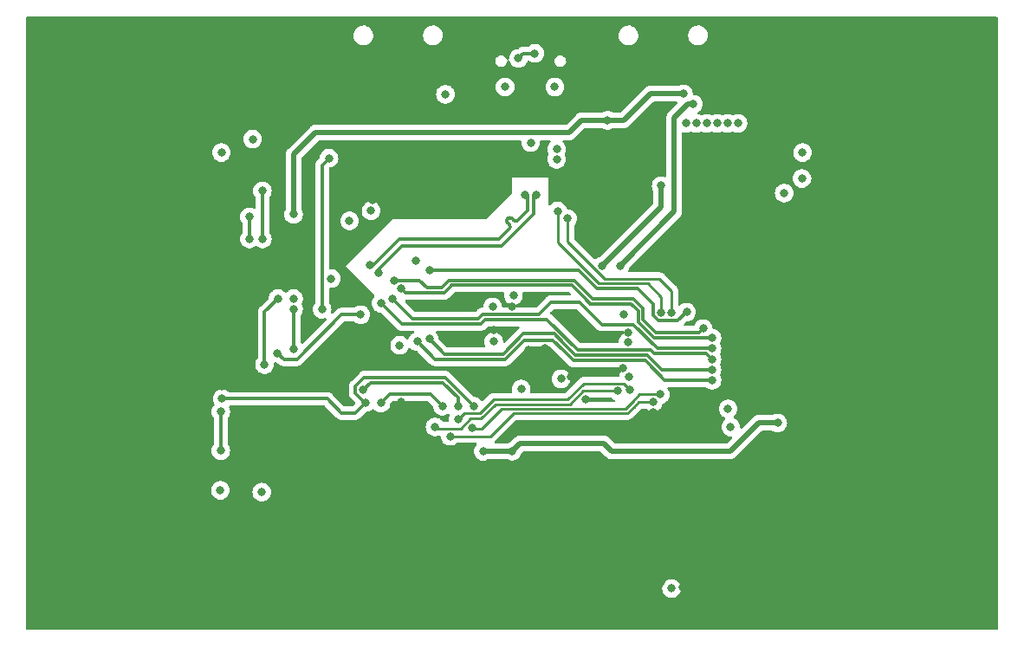
<source format=gbl>
G04 #@! TF.GenerationSoftware,KiCad,Pcbnew,(6.0.2)*
G04 #@! TF.CreationDate,2023-09-30T20:52:37-07:00*
G04 #@! TF.ProjectId,comscicalc_compute,636f6d73-6369-4636-916c-635f636f6d70,rev?*
G04 #@! TF.SameCoordinates,Original*
G04 #@! TF.FileFunction,Copper,L4,Bot*
G04 #@! TF.FilePolarity,Positive*
%FSLAX46Y46*%
G04 Gerber Fmt 4.6, Leading zero omitted, Abs format (unit mm)*
G04 Created by KiCad (PCBNEW (6.0.2)) date 2023-09-30 20:52:37*
%MOMM*%
%LPD*%
G01*
G04 APERTURE LIST*
G04 #@! TA.AperFunction,ViaPad*
%ADD10C,0.800000*%
G04 #@! TD*
G04 #@! TA.AperFunction,Conductor*
%ADD11C,0.500000*%
G04 #@! TD*
G04 #@! TA.AperFunction,Conductor*
%ADD12C,0.334300*%
G04 #@! TD*
G04 #@! TA.AperFunction,Conductor*
%ADD13C,0.250000*%
G04 #@! TD*
G04 #@! TA.AperFunction,Conductor*
%ADD14C,0.300000*%
G04 #@! TD*
G04 APERTURE END LIST*
D10*
X158314202Y-73729965D03*
X122732800Y-56946800D03*
X160934400Y-50444400D03*
X151786402Y-68294365D03*
X144729200Y-61620400D03*
X158314202Y-76523965D03*
X140157200Y-51358800D03*
X179527200Y-51866800D03*
X173177200Y-48463200D03*
X143459200Y-52781200D03*
X179527200Y-54406800D03*
X143154400Y-47193200D03*
X138633200Y-46888400D03*
X158288802Y-78759165D03*
X152751602Y-66084565D03*
X156917202Y-68726165D03*
X163677600Y-43891200D03*
X179527200Y-77266800D03*
X122732800Y-59486800D03*
X157226000Y-48056800D03*
X152548402Y-67659365D03*
X136347200Y-47955200D03*
X179578000Y-79806800D03*
X149352000Y-64160400D03*
X157145802Y-62579365D03*
X124155200Y-74726800D03*
X141732000Y-57404000D03*
X162204400Y-50444400D03*
X153945402Y-88817565D03*
X151130000Y-61823600D03*
X162479802Y-64357365D03*
X174011402Y-77260565D03*
X147493802Y-87039565D03*
X161950400Y-67854571D03*
X155520202Y-73729965D03*
X135432800Y-41097200D03*
X171145200Y-48463200D03*
X134772400Y-56642000D03*
X172106402Y-79343365D03*
X127635000Y-78105000D03*
X167843200Y-89255600D03*
X165705602Y-88817565D03*
X137464800Y-51409600D03*
X162458400Y-40640000D03*
X176094202Y-71951965D03*
X150672800Y-43661600D03*
X156921200Y-40284400D03*
X154351802Y-65881365D03*
X155244800Y-43637200D03*
X128778000Y-45532000D03*
X161717802Y-88817565D03*
X169113200Y-48463200D03*
X164896800Y-72186800D03*
X122732800Y-69646800D03*
X122732800Y-62026800D03*
X150821202Y-88817565D03*
X158314202Y-70935965D03*
X122682000Y-77266800D03*
X157988000Y-54813200D03*
X140309600Y-71170800D03*
X152958800Y-40894000D03*
X157069602Y-64001765D03*
X175891002Y-75076165D03*
X161108202Y-73729965D03*
X175854400Y-47650400D03*
X157704602Y-88817565D03*
X148996400Y-40284400D03*
X130454400Y-59131200D03*
X179527200Y-46786800D03*
X137363200Y-52476400D03*
X151282400Y-60756800D03*
X172258802Y-71850365D03*
X179476400Y-49326800D03*
X162453508Y-65356521D03*
X133466400Y-59116400D03*
X122631200Y-79806800D03*
X135255000Y-53467000D03*
X125780800Y-45481200D03*
X122732800Y-46786800D03*
X173228000Y-43942000D03*
X149250400Y-61874400D03*
X172512802Y-73628365D03*
X162048002Y-62579365D03*
X144627600Y-41097200D03*
X169164000Y-43942000D03*
X155934238Y-68907237D03*
X126685000Y-79984600D03*
X149352000Y-65278000D03*
X152044400Y-69900800D03*
X170180000Y-43942000D03*
X172212000Y-43942000D03*
X166725600Y-89408000D03*
X129794000Y-61061600D03*
X162560000Y-68681600D03*
X168148000Y-43942000D03*
X177734000Y-50749200D03*
X140157200Y-65633600D03*
X171196000Y-43942000D03*
X159969200Y-57861200D03*
X165709600Y-50038000D03*
X129794000Y-52832000D03*
X160477200Y-43637200D03*
X167894000Y-41046400D03*
X155498800Y-46482000D03*
X155498800Y-47447200D03*
X155321000Y-40386000D03*
X150459300Y-40386000D03*
X152958800Y-45821600D03*
X137279929Y-57776249D03*
X152408800Y-50901600D03*
X153508800Y-50901600D03*
X138057747Y-58554067D03*
X156565600Y-53238400D03*
X166725600Y-62484000D03*
X165709600Y-62433200D03*
X155600400Y-52513900D03*
X143103600Y-58267600D03*
X168198800Y-62382400D03*
X169824400Y-64008000D03*
X139581748Y-59300252D03*
X140258800Y-60096400D03*
X170688000Y-64922400D03*
X170688000Y-65938400D03*
X139446000Y-61061600D03*
X170688000Y-67005200D03*
X138328400Y-61518800D03*
X128270000Y-61061600D03*
X126949200Y-67513200D03*
X133248400Y-47345600D03*
X132576000Y-62116400D03*
X136347200Y-62636400D03*
X128219200Y-66395600D03*
X126746000Y-50546000D03*
X126746000Y-55245000D03*
X125476000Y-55245000D03*
X125476000Y-53086000D03*
X136588700Y-70002400D03*
X145846800Y-71577200D03*
X122809000Y-70866000D03*
X147370800Y-71579200D03*
X136855200Y-71221600D03*
X138328400Y-71272400D03*
X144322800Y-71577200D03*
X170688000Y-68004703D03*
X143052800Y-65024000D03*
X141884400Y-65278000D03*
X170688000Y-69037200D03*
X161442400Y-70104000D03*
X143611600Y-73609200D03*
X145084800Y-74523600D03*
X164955493Y-71189022D03*
X145846800Y-72898000D03*
X162610800Y-69951600D03*
X147218400Y-73710800D03*
X165618595Y-70441157D03*
X151145659Y-75984822D03*
X177110202Y-73221965D03*
X148313542Y-75996800D03*
X168859200Y-42062400D03*
X161696400Y-57861200D03*
X122682000Y-75946000D03*
X129794000Y-62077600D03*
X122682000Y-72136000D03*
X129794000Y-65989200D03*
X153380459Y-37103120D03*
X151765000Y-37592000D03*
D11*
X159969200Y-57861200D02*
X165709600Y-52120800D01*
X165709600Y-52120800D02*
X165709600Y-50038000D01*
X164642800Y-41046400D02*
X162052000Y-43637200D01*
X131191000Y-45593000D02*
X129794000Y-46990000D01*
X129794000Y-46990000D02*
X129794000Y-52832000D01*
X131953000Y-44831000D02*
X131191000Y-45593000D01*
X162052000Y-43637200D02*
X160477200Y-43637200D01*
X156718000Y-44831000D02*
X131953000Y-44831000D01*
X167894000Y-41046400D02*
X164642800Y-41046400D01*
X157911800Y-43637200D02*
X156718000Y-44831000D01*
X160477200Y-43637200D02*
X157911800Y-43637200D01*
D12*
X151294276Y-53420541D02*
X151116345Y-53242610D01*
X152408800Y-50901600D02*
X152641650Y-51134450D01*
X152641650Y-52497432D02*
X151718541Y-53420541D01*
X137609229Y-57776249D02*
X137279929Y-57776249D01*
X152641650Y-51134450D02*
X152641650Y-52497432D01*
X150870011Y-54269068D02*
X150870012Y-54269069D01*
X140127428Y-55258050D02*
X137609229Y-57776249D01*
X149881032Y-55258050D02*
X140127428Y-55258050D01*
X151294275Y-53420541D02*
X151294276Y-53420541D01*
X150692081Y-53666874D02*
X150870011Y-53844804D01*
X150870012Y-54269069D02*
X149881032Y-55258050D01*
X150692082Y-53242611D02*
G75*
G02*
X151116344Y-53242611I212131J-212131D01*
G01*
X150692082Y-53666873D02*
G75*
G02*
X150692082Y-53242611I212131J212131D01*
G01*
X151294275Y-53420541D02*
G75*
G03*
X151718541Y-53420541I212133J212134D01*
G01*
X150870010Y-54269067D02*
G75*
G03*
X150870010Y-53844805I-212131J212131D01*
G01*
X138057747Y-58224767D02*
X138057747Y-58554067D01*
X153275950Y-52760168D02*
X150143768Y-55892350D01*
X153508800Y-50901600D02*
X153275950Y-51134450D01*
X153275950Y-51134450D02*
X153275950Y-52760168D01*
X140390164Y-55892350D02*
X138057747Y-58224767D01*
X150143768Y-55892350D02*
X140390164Y-55892350D01*
D13*
X160218893Y-59135507D02*
X165561507Y-59135507D01*
X156565600Y-53238400D02*
X156565600Y-55482214D01*
X156565600Y-55482214D02*
X160218893Y-59135507D01*
X166725600Y-60299600D02*
X166725600Y-62484000D01*
X165561507Y-59135507D02*
X166725600Y-60299600D01*
X159613600Y-59588400D02*
X164388800Y-59588400D01*
X164388800Y-59588400D02*
X165709600Y-60909200D01*
X155600400Y-52513900D02*
X155600400Y-55575200D01*
X165709600Y-60909200D02*
X165709600Y-62433200D01*
X155600400Y-55575200D02*
X159613600Y-59588400D01*
D14*
X163390120Y-60062920D02*
X164439600Y-61112400D01*
X164960089Y-61632889D02*
X164960089Y-62636400D01*
X165449941Y-63233511D02*
X167347689Y-63233511D01*
X159417048Y-60062920D02*
X161798000Y-60062920D01*
X167347689Y-63233511D02*
X168198800Y-62382400D01*
X164439600Y-61112400D02*
X164960089Y-61632889D01*
X157621728Y-58267600D02*
X159417048Y-60062920D01*
X164960089Y-62636400D02*
X164960089Y-62743659D01*
X161798000Y-60062920D02*
X163390120Y-60062920D01*
X164960089Y-62743659D02*
X165449941Y-63233511D01*
X143103600Y-58267600D02*
X157621728Y-58267600D01*
X169824400Y-64008000D02*
X169418000Y-64414400D01*
X142843941Y-60033111D02*
X144284489Y-60033111D01*
X144983200Y-59334400D02*
X145042480Y-59275120D01*
X148640800Y-59275120D02*
X157216392Y-59275120D01*
X159417048Y-61061958D02*
X162976302Y-61061958D01*
X144284489Y-60033111D02*
X144983200Y-59334400D01*
X145042480Y-59275120D02*
X148640800Y-59275120D01*
X165217974Y-64414400D02*
X164743512Y-63939937D01*
X139581748Y-59300252D02*
X142111082Y-59300252D01*
X142111082Y-59300252D02*
X142843941Y-60033111D01*
X163961049Y-62046705D02*
X163961049Y-62280800D01*
X163961049Y-63157474D02*
X165036126Y-64232551D01*
X157216392Y-59275120D02*
X159003232Y-61061959D01*
X162976302Y-61061958D02*
X163656972Y-61742628D01*
X163961049Y-62280800D02*
X163961049Y-63157474D01*
X168351200Y-64414400D02*
X165217974Y-64414400D01*
X159003232Y-61061959D02*
X159417048Y-61061958D01*
X163656972Y-61742628D02*
X163961049Y-62046705D01*
X169418000Y-64414400D02*
X168351200Y-64414400D01*
X158796326Y-61561479D02*
X159918400Y-61561478D01*
X144491398Y-60532630D02*
X145158614Y-59865414D01*
X157009484Y-59774640D02*
X158345422Y-61110578D01*
X163461530Y-63364383D02*
X165011067Y-64913920D01*
X143050850Y-60532630D02*
X144491398Y-60532630D01*
X170679519Y-64913919D02*
X170688000Y-64922400D01*
X152958800Y-59774640D02*
X157009484Y-59774640D01*
X163461529Y-62253613D02*
X163461529Y-63042800D01*
X162769394Y-61561478D02*
X163049758Y-61841842D01*
X145158614Y-59865414D02*
X145249388Y-59774640D01*
X140695031Y-60532631D02*
X143050850Y-60532630D01*
X165011067Y-64913920D02*
X165424883Y-64913919D01*
X159918400Y-61561478D02*
X162769394Y-61561478D01*
X145249388Y-59774640D02*
X152958800Y-59774640D01*
X163049758Y-61841842D02*
X163461529Y-62253613D01*
X163461529Y-63042800D02*
X163461530Y-63364383D01*
X158345422Y-61110578D02*
X158796326Y-61561479D01*
X140258800Y-60096400D02*
X140695031Y-60532631D01*
X165424883Y-64913919D02*
X170679519Y-64913919D01*
X157734000Y-61417200D02*
X159924654Y-63607854D01*
X159924654Y-63607854D02*
X162998573Y-63607854D01*
X148246889Y-62623911D02*
X153733289Y-62623911D01*
X141427200Y-63042800D02*
X147828000Y-63042800D01*
X165329119Y-65938400D02*
X170688000Y-65938400D01*
X153733289Y-62623911D02*
X154940000Y-61417200D01*
X154940000Y-61417200D02*
X157734000Y-61417200D01*
X162998573Y-63607854D02*
X165329119Y-65938400D01*
X147828000Y-63042800D02*
X148246889Y-62623911D01*
X139446000Y-61061600D02*
X141427200Y-63042800D01*
X164658032Y-66106032D02*
X164989919Y-66437919D01*
X170120719Y-66437919D02*
X170688000Y-67005200D01*
X148120312Y-63542319D02*
X148539200Y-63123431D01*
X157546032Y-66106032D02*
X164658032Y-66106032D01*
X148539200Y-63123431D02*
X154563431Y-63123431D01*
X154563431Y-63123431D02*
X157546032Y-66106032D01*
X164989919Y-66437919D02*
X170120719Y-66437919D01*
X140351919Y-63542319D02*
X148120312Y-63542319D01*
X138328400Y-61518800D02*
X140351919Y-63542319D01*
X126949200Y-62382400D02*
X128270000Y-61061600D01*
X126949200Y-67513200D02*
X126949200Y-62382400D01*
X132576000Y-62116400D02*
X132576000Y-48018000D01*
X132576000Y-48018000D02*
X133248400Y-47345600D01*
X130098800Y-67005200D02*
X134467600Y-62636400D01*
X128219200Y-66395600D02*
X128828800Y-67005200D01*
X128828800Y-67005200D02*
X130098800Y-67005200D01*
X134467600Y-62636400D02*
X136347200Y-62636400D01*
X126746000Y-55245000D02*
X126746000Y-50546000D01*
X125476000Y-55245000D02*
X125476000Y-53086000D01*
X144373600Y-69291200D02*
X145846800Y-70764400D01*
X137299900Y-69291200D02*
X144373600Y-69291200D01*
X136588700Y-70002400D02*
X137299900Y-69291200D01*
X145846800Y-70764400D02*
X145846800Y-71577200D01*
X122809000Y-70866000D02*
X133096000Y-70866000D01*
X136694320Y-68791680D02*
X144583280Y-68791680D01*
X133096000Y-70866000D02*
X134493000Y-72263000D01*
X135813800Y-72263000D02*
X136855200Y-71221600D01*
X144583280Y-68791680D02*
X147370800Y-71579200D01*
X135839189Y-69646811D02*
X136694320Y-68791680D01*
X136855200Y-71221600D02*
X136747930Y-71221600D01*
X134493000Y-72263000D02*
X135813800Y-72263000D01*
X136747930Y-71221600D02*
X135839189Y-70312859D01*
X135839189Y-70312859D02*
X135839189Y-69646811D01*
X143166889Y-70421289D02*
X144322800Y-71577200D01*
X139179511Y-70421289D02*
X143166889Y-70421289D01*
X138328400Y-71272400D02*
X139179511Y-70421289D01*
X152252372Y-64516000D02*
X155249572Y-64516000D01*
X156542586Y-65809014D02*
X157339125Y-66605552D01*
X164344751Y-66605551D02*
X164744400Y-67005200D01*
X164744400Y-67005200D02*
X165743903Y-68004703D01*
X146405600Y-66505680D02*
X150262692Y-66505680D01*
X157339125Y-66605552D02*
X157752941Y-66605551D01*
X156161586Y-65428014D02*
X156542586Y-65809014D01*
X165743903Y-68004703D02*
X170688000Y-68004703D01*
X144534480Y-66505680D02*
X146405600Y-66505680D01*
X157752941Y-66605551D02*
X164344751Y-66605551D01*
X150262692Y-66505680D02*
X152252372Y-64516000D01*
X155249572Y-64516000D02*
X156161586Y-65428014D01*
X143052800Y-65024000D02*
X144534480Y-66505680D01*
X154025600Y-65125600D02*
X155152744Y-65125600D01*
X156240172Y-66213028D02*
X157132219Y-67105072D01*
X155152744Y-65125600D02*
X156240172Y-66213028D01*
X141884400Y-65278000D02*
X143611600Y-67005200D01*
X157132219Y-67105072D02*
X157546034Y-67105071D01*
X164391186Y-67358414D02*
X166069972Y-69037200D01*
X151485600Y-65989200D02*
X152349200Y-65125600D01*
X152349200Y-65125600D02*
X154025600Y-65125600D01*
X143611600Y-67005200D02*
X149707600Y-67005200D01*
X157546034Y-67105071D02*
X164137843Y-67105071D01*
X150469600Y-67005200D02*
X151485600Y-65989200D01*
X149707600Y-67005200D02*
X150469600Y-67005200D01*
X166069972Y-69037200D02*
X170688000Y-69037200D01*
X164137843Y-67105071D02*
X164391186Y-67358414D01*
D13*
X149517926Y-71389360D02*
X154599760Y-71389360D01*
X146100800Y-73761600D02*
X147076957Y-72785443D01*
X143611600Y-73609200D02*
X143764000Y-73761600D01*
X156836193Y-71389360D02*
X154599760Y-71389360D01*
X161442400Y-70104000D02*
X158121553Y-70104000D01*
X154599760Y-71389360D02*
X154381200Y-71389360D01*
X158121553Y-70104000D02*
X156836193Y-71389360D01*
X143764000Y-73761600D02*
X146100800Y-73761600D01*
X147076957Y-72785443D02*
X148121843Y-72785443D01*
X148121843Y-72785443D02*
X149517926Y-71389360D01*
X163042600Y-71653400D02*
X162407600Y-72288400D01*
X150672800Y-72898000D02*
X149047200Y-74523600D01*
X152095200Y-72288400D02*
X151282400Y-72288400D01*
X162407600Y-72288400D02*
X152095200Y-72288400D01*
X163506978Y-71189022D02*
X163042600Y-71653400D01*
X164955493Y-71189022D02*
X163506978Y-71189022D01*
X149047200Y-74523600D02*
X145084800Y-74523600D01*
X151282400Y-72288400D02*
X150672800Y-72898000D01*
X149331729Y-70939840D02*
X156593360Y-70939840D01*
X146441089Y-72303711D02*
X147967857Y-72303711D01*
X156593360Y-70939840D02*
X158153711Y-69379489D01*
X158153711Y-69379489D02*
X162038689Y-69379489D01*
X147967857Y-72303711D02*
X149331729Y-70939840D01*
X145846800Y-72898000D02*
X146441089Y-72303711D01*
X162038689Y-69379489D02*
X162610800Y-69951600D01*
X162196720Y-71838880D02*
X160985200Y-71838880D01*
X157472320Y-71838880D02*
X150093020Y-71838880D01*
X147306700Y-73799100D02*
X147218400Y-73710800D01*
X161231520Y-71838880D02*
X157472320Y-71838880D01*
X163594443Y-70441157D02*
X162864800Y-71170800D01*
X165618595Y-70441157D02*
X163594443Y-70441157D01*
X148132800Y-73799100D02*
X147306700Y-73799100D01*
X162864800Y-71170800D02*
X162196720Y-71838880D01*
X150093020Y-71838880D02*
X148132800Y-73799100D01*
D11*
X175230602Y-73221965D02*
X177110202Y-73221965D01*
X151563641Y-75566841D02*
X151133682Y-75996800D01*
X175230602Y-73221965D02*
X172436602Y-76015965D01*
X151563641Y-75566841D02*
X151145659Y-75984822D01*
X160905002Y-76015965D02*
X160092202Y-75203165D01*
X172436602Y-76015965D02*
X160905002Y-76015965D01*
X160092202Y-75203165D02*
X151927316Y-75203165D01*
X151927316Y-75203165D02*
X151563641Y-75566841D01*
X151133682Y-75996800D02*
X148313542Y-75996800D01*
X168300400Y-42062400D02*
X168859200Y-42062400D01*
X166979600Y-43383200D02*
X168300400Y-42062400D01*
X166979600Y-52578000D02*
X166979600Y-43383200D01*
X161696400Y-57861200D02*
X166979600Y-52578000D01*
D14*
X122682000Y-75946000D02*
X122682000Y-72136000D01*
X129794000Y-62077600D02*
X129794000Y-65989200D01*
X152253880Y-37103120D02*
X151765000Y-37592000D01*
X153380459Y-37103120D02*
X152253880Y-37103120D01*
G04 #@! TA.AperFunction,Conductor*
G36*
X198570121Y-33548002D02*
G01*
X198616614Y-33601658D01*
X198628000Y-33654000D01*
X198628000Y-93346000D01*
X198607998Y-93414121D01*
X198554342Y-93460614D01*
X198502000Y-93472000D01*
X103758000Y-93472000D01*
X103689879Y-93451998D01*
X103643386Y-93398342D01*
X103632000Y-93346000D01*
X103632000Y-89408000D01*
X165812096Y-89408000D01*
X165832058Y-89597928D01*
X165891073Y-89779556D01*
X165986560Y-89944944D01*
X166114347Y-90086866D01*
X166268848Y-90199118D01*
X166274876Y-90201802D01*
X166274878Y-90201803D01*
X166437281Y-90274109D01*
X166443312Y-90276794D01*
X166536712Y-90296647D01*
X166623656Y-90315128D01*
X166623661Y-90315128D01*
X166630113Y-90316500D01*
X166821087Y-90316500D01*
X166827539Y-90315128D01*
X166827544Y-90315128D01*
X166914488Y-90296647D01*
X167007888Y-90276794D01*
X167013919Y-90274109D01*
X167176322Y-90201803D01*
X167176324Y-90201802D01*
X167182352Y-90199118D01*
X167336853Y-90086866D01*
X167464640Y-89944944D01*
X167560127Y-89779556D01*
X167619142Y-89597928D01*
X167639104Y-89408000D01*
X167619142Y-89218072D01*
X167560127Y-89036444D01*
X167464640Y-88871056D01*
X167336853Y-88729134D01*
X167182352Y-88616882D01*
X167176324Y-88614198D01*
X167176322Y-88614197D01*
X167013919Y-88541891D01*
X167013918Y-88541891D01*
X167007888Y-88539206D01*
X166914487Y-88519353D01*
X166827544Y-88500872D01*
X166827539Y-88500872D01*
X166821087Y-88499500D01*
X166630113Y-88499500D01*
X166623661Y-88500872D01*
X166623656Y-88500872D01*
X166536713Y-88519353D01*
X166443312Y-88539206D01*
X166437282Y-88541891D01*
X166437281Y-88541891D01*
X166274878Y-88614197D01*
X166274876Y-88614198D01*
X166268848Y-88616882D01*
X166114347Y-88729134D01*
X165986560Y-88871056D01*
X165891073Y-89036444D01*
X165832058Y-89218072D01*
X165812096Y-89408000D01*
X103632000Y-89408000D01*
X103632000Y-79806800D01*
X121717696Y-79806800D01*
X121737658Y-79996728D01*
X121796673Y-80178356D01*
X121892160Y-80343744D01*
X122019947Y-80485666D01*
X122174448Y-80597918D01*
X122180476Y-80600602D01*
X122180478Y-80600603D01*
X122321672Y-80663466D01*
X122348912Y-80675594D01*
X122442313Y-80695447D01*
X122529256Y-80713928D01*
X122529261Y-80713928D01*
X122535713Y-80715300D01*
X122726687Y-80715300D01*
X122733139Y-80713928D01*
X122733144Y-80713928D01*
X122820087Y-80695447D01*
X122913488Y-80675594D01*
X122940728Y-80663466D01*
X123081922Y-80600603D01*
X123081924Y-80600602D01*
X123087952Y-80597918D01*
X123242453Y-80485666D01*
X123370240Y-80343744D01*
X123465727Y-80178356D01*
X123524742Y-79996728D01*
X123526017Y-79984600D01*
X125771496Y-79984600D01*
X125791458Y-80174528D01*
X125850473Y-80356156D01*
X125945960Y-80521544D01*
X126073747Y-80663466D01*
X126228248Y-80775718D01*
X126234276Y-80778402D01*
X126234278Y-80778403D01*
X126396681Y-80850709D01*
X126402712Y-80853394D01*
X126496113Y-80873247D01*
X126583056Y-80891728D01*
X126583061Y-80891728D01*
X126589513Y-80893100D01*
X126780487Y-80893100D01*
X126786939Y-80891728D01*
X126786944Y-80891728D01*
X126873887Y-80873247D01*
X126967288Y-80853394D01*
X126973319Y-80850709D01*
X127135722Y-80778403D01*
X127135724Y-80778402D01*
X127141752Y-80775718D01*
X127296253Y-80663466D01*
X127424040Y-80521544D01*
X127519527Y-80356156D01*
X127578542Y-80174528D01*
X127598504Y-79984600D01*
X127578542Y-79794672D01*
X127519527Y-79613044D01*
X127424040Y-79447656D01*
X127296253Y-79305734D01*
X127141752Y-79193482D01*
X127135724Y-79190798D01*
X127135722Y-79190797D01*
X126973319Y-79118491D01*
X126973318Y-79118491D01*
X126967288Y-79115806D01*
X126873888Y-79095953D01*
X126786944Y-79077472D01*
X126786939Y-79077472D01*
X126780487Y-79076100D01*
X126589513Y-79076100D01*
X126583061Y-79077472D01*
X126583056Y-79077472D01*
X126496112Y-79095953D01*
X126402712Y-79115806D01*
X126396682Y-79118491D01*
X126396681Y-79118491D01*
X126234278Y-79190797D01*
X126234276Y-79190798D01*
X126228248Y-79193482D01*
X126073747Y-79305734D01*
X125945960Y-79447656D01*
X125850473Y-79613044D01*
X125791458Y-79794672D01*
X125771496Y-79984600D01*
X123526017Y-79984600D01*
X123544704Y-79806800D01*
X123524742Y-79616872D01*
X123465727Y-79435244D01*
X123370240Y-79269856D01*
X123242453Y-79127934D01*
X123087952Y-79015682D01*
X123081924Y-79012998D01*
X123081922Y-79012997D01*
X122919519Y-78940691D01*
X122919518Y-78940691D01*
X122913488Y-78938006D01*
X122820087Y-78918153D01*
X122733144Y-78899672D01*
X122733139Y-78899672D01*
X122726687Y-78898300D01*
X122535713Y-78898300D01*
X122529261Y-78899672D01*
X122529256Y-78899672D01*
X122442313Y-78918153D01*
X122348912Y-78938006D01*
X122342882Y-78940691D01*
X122342881Y-78940691D01*
X122180478Y-79012997D01*
X122180476Y-79012998D01*
X122174448Y-79015682D01*
X122019947Y-79127934D01*
X121892160Y-79269856D01*
X121796673Y-79435244D01*
X121737658Y-79616872D01*
X121717696Y-79806800D01*
X103632000Y-79806800D01*
X103632000Y-75946000D01*
X121768496Y-75946000D01*
X121788458Y-76135928D01*
X121847473Y-76317556D01*
X121942960Y-76482944D01*
X121947378Y-76487851D01*
X121947379Y-76487852D01*
X122055186Y-76607584D01*
X122070747Y-76624866D01*
X122166982Y-76694785D01*
X122219323Y-76732813D01*
X122225248Y-76737118D01*
X122231276Y-76739802D01*
X122231278Y-76739803D01*
X122393681Y-76812109D01*
X122399712Y-76814794D01*
X122493112Y-76834647D01*
X122580056Y-76853128D01*
X122580061Y-76853128D01*
X122586513Y-76854500D01*
X122777487Y-76854500D01*
X122783939Y-76853128D01*
X122783944Y-76853128D01*
X122870888Y-76834647D01*
X122964288Y-76814794D01*
X122970319Y-76812109D01*
X123132722Y-76739803D01*
X123132724Y-76739802D01*
X123138752Y-76737118D01*
X123144678Y-76732813D01*
X123197018Y-76694785D01*
X123293253Y-76624866D01*
X123308814Y-76607584D01*
X123416621Y-76487852D01*
X123416622Y-76487851D01*
X123421040Y-76482944D01*
X123516527Y-76317556D01*
X123575542Y-76135928D01*
X123595504Y-75946000D01*
X123580881Y-75806872D01*
X123576232Y-75762635D01*
X123576232Y-75762633D01*
X123575542Y-75756072D01*
X123516527Y-75574444D01*
X123421040Y-75409056D01*
X123372864Y-75355551D01*
X123342146Y-75291544D01*
X123340500Y-75271241D01*
X123340500Y-72810759D01*
X123360502Y-72742638D01*
X123372864Y-72726449D01*
X123416621Y-72677852D01*
X123416622Y-72677851D01*
X123421040Y-72672944D01*
X123504013Y-72529231D01*
X123513223Y-72513279D01*
X123513224Y-72513278D01*
X123516527Y-72507556D01*
X123575542Y-72325928D01*
X123586474Y-72221921D01*
X123594814Y-72142565D01*
X123595504Y-72136000D01*
X123590711Y-72090394D01*
X123576232Y-71952635D01*
X123576232Y-71952633D01*
X123575542Y-71946072D01*
X123516527Y-71764444D01*
X123487113Y-71713498D01*
X123470376Y-71644506D01*
X123493596Y-71577414D01*
X123549403Y-71533526D01*
X123596233Y-71524500D01*
X132771050Y-71524500D01*
X132839171Y-71544502D01*
X132860145Y-71561405D01*
X133969341Y-72670600D01*
X133977331Y-72679381D01*
X133977339Y-72679390D01*
X133981584Y-72686080D01*
X134005003Y-72708072D01*
X134033273Y-72734619D01*
X134036115Y-72737374D01*
X134056667Y-72757926D01*
X134059801Y-72760357D01*
X134060163Y-72760638D01*
X134069191Y-72768348D01*
X134102867Y-72799972D01*
X134109818Y-72803793D01*
X134109819Y-72803794D01*
X134121655Y-72810301D01*
X134138184Y-72821158D01*
X134148869Y-72829447D01*
X134148871Y-72829448D01*
X134155131Y-72834304D01*
X134197544Y-72852657D01*
X134208181Y-72857868D01*
X134248663Y-72880124D01*
X134256342Y-72882096D01*
X134256343Y-72882096D01*
X134269434Y-72885457D01*
X134288136Y-72891859D01*
X134307823Y-72900379D01*
X134315652Y-72901619D01*
X134353448Y-72907605D01*
X134365074Y-72910013D01*
X134402135Y-72919529D01*
X134402136Y-72919529D01*
X134409812Y-72921500D01*
X134431258Y-72921500D01*
X134450968Y-72923051D01*
X134472151Y-72926406D01*
X134507642Y-72923051D01*
X134518136Y-72922059D01*
X134529994Y-72921500D01*
X135731744Y-72921500D01*
X135743600Y-72922059D01*
X135743603Y-72922059D01*
X135751337Y-72923788D01*
X135822169Y-72921562D01*
X135826127Y-72921500D01*
X135855232Y-72921500D01*
X135859632Y-72920944D01*
X135871464Y-72920012D01*
X135917631Y-72918562D01*
X135938221Y-72912580D01*
X135957582Y-72908570D01*
X135965224Y-72907605D01*
X135971004Y-72906875D01*
X135971005Y-72906875D01*
X135978864Y-72905882D01*
X135986229Y-72902966D01*
X135986233Y-72902965D01*
X136021821Y-72888874D01*
X136033031Y-72885035D01*
X136077400Y-72872145D01*
X136095865Y-72861225D01*
X136113605Y-72852534D01*
X136133556Y-72844635D01*
X136170929Y-72817482D01*
X136180848Y-72810967D01*
X136213777Y-72791493D01*
X136213781Y-72791490D01*
X136220607Y-72787453D01*
X136235771Y-72772289D01*
X136250805Y-72759448D01*
X136268157Y-72746841D01*
X136297603Y-72711247D01*
X136305592Y-72702468D01*
X136841055Y-72167005D01*
X136903367Y-72132979D01*
X136930150Y-72130100D01*
X136950687Y-72130100D01*
X136957139Y-72128728D01*
X136957144Y-72128728D01*
X137044088Y-72110247D01*
X137137488Y-72090394D01*
X137143519Y-72087709D01*
X137305922Y-72015403D01*
X137305924Y-72015402D01*
X137311952Y-72012718D01*
X137403293Y-71946355D01*
X137461114Y-71904345D01*
X137466453Y-71900466D01*
X137475293Y-71890648D01*
X137535739Y-71853408D01*
X137606723Y-71854760D01*
X137662565Y-71890646D01*
X137717147Y-71951266D01*
X137760584Y-71982825D01*
X137848323Y-72046571D01*
X137871648Y-72063518D01*
X137877676Y-72066202D01*
X137877678Y-72066203D01*
X138034446Y-72136000D01*
X138046112Y-72141194D01*
X138139512Y-72161047D01*
X138226456Y-72179528D01*
X138226461Y-72179528D01*
X138232913Y-72180900D01*
X138423887Y-72180900D01*
X138430339Y-72179528D01*
X138430344Y-72179528D01*
X138517288Y-72161047D01*
X138610688Y-72141194D01*
X138622354Y-72136000D01*
X138779122Y-72066203D01*
X138779124Y-72066202D01*
X138785152Y-72063518D01*
X138808478Y-72046571D01*
X138896216Y-71982825D01*
X138939653Y-71951266D01*
X138947572Y-71942471D01*
X139063021Y-71814252D01*
X139063022Y-71814251D01*
X139067440Y-71809344D01*
X139162927Y-71643956D01*
X139216587Y-71478809D01*
X139219902Y-71468607D01*
X139219902Y-71468605D01*
X139221942Y-71462328D01*
X139235155Y-71336613D01*
X139262168Y-71270958D01*
X139271370Y-71260690D01*
X139415366Y-71116694D01*
X139477678Y-71082668D01*
X139504461Y-71079789D01*
X142841939Y-71079789D01*
X142910060Y-71099791D01*
X142931034Y-71116694D01*
X143379830Y-71565490D01*
X143413856Y-71627802D01*
X143416044Y-71641411D01*
X143418044Y-71660437D01*
X143425448Y-71730874D01*
X143429258Y-71767128D01*
X143488273Y-71948756D01*
X143491576Y-71954478D01*
X143491577Y-71954479D01*
X143507943Y-71982825D01*
X143583760Y-72114144D01*
X143711547Y-72256066D01*
X143776778Y-72303459D01*
X143856053Y-72361056D01*
X143866048Y-72368318D01*
X143872076Y-72371002D01*
X143872078Y-72371003D01*
X144025706Y-72439402D01*
X144040512Y-72445994D01*
X144120754Y-72463050D01*
X144220856Y-72484328D01*
X144220861Y-72484328D01*
X144227313Y-72485700D01*
X144418287Y-72485700D01*
X144424739Y-72484328D01*
X144424744Y-72484328D01*
X144524846Y-72463050D01*
X144605088Y-72445994D01*
X144619894Y-72439402D01*
X144773522Y-72371003D01*
X144773524Y-72371002D01*
X144779552Y-72368318D01*
X144789548Y-72361056D01*
X144858117Y-72311237D01*
X144924985Y-72287379D01*
X144994136Y-72303459D01*
X145043616Y-72354373D01*
X145057716Y-72423955D01*
X145041297Y-72476173D01*
X145024586Y-72505118D01*
X145012273Y-72526444D01*
X144953258Y-72708072D01*
X144952568Y-72714633D01*
X144952568Y-72714635D01*
X144934614Y-72885457D01*
X144933296Y-72898000D01*
X144933986Y-72904565D01*
X144942853Y-72988930D01*
X144930081Y-73058768D01*
X144881579Y-73110615D01*
X144817543Y-73128100D01*
X144454560Y-73128100D01*
X144386439Y-73108098D01*
X144353219Y-73076723D01*
X144350640Y-73072256D01*
X144338496Y-73058768D01*
X144227275Y-72935245D01*
X144227274Y-72935244D01*
X144222853Y-72930334D01*
X144109464Y-72847952D01*
X144073694Y-72821963D01*
X144073693Y-72821962D01*
X144068352Y-72818082D01*
X144062324Y-72815398D01*
X144062322Y-72815397D01*
X143899919Y-72743091D01*
X143899918Y-72743091D01*
X143893888Y-72740406D01*
X143797251Y-72719865D01*
X143713544Y-72702072D01*
X143713539Y-72702072D01*
X143707087Y-72700700D01*
X143516113Y-72700700D01*
X143509661Y-72702072D01*
X143509656Y-72702072D01*
X143425949Y-72719865D01*
X143329312Y-72740406D01*
X143323282Y-72743091D01*
X143323281Y-72743091D01*
X143160878Y-72815397D01*
X143160876Y-72815398D01*
X143154848Y-72818082D01*
X143149507Y-72821962D01*
X143149506Y-72821963D01*
X143113736Y-72847952D01*
X143000347Y-72930334D01*
X142995926Y-72935244D01*
X142995925Y-72935245D01*
X142884705Y-73058768D01*
X142872560Y-73072256D01*
X142814286Y-73173190D01*
X142789916Y-73215400D01*
X142777073Y-73237644D01*
X142718058Y-73419272D01*
X142717368Y-73425833D01*
X142717368Y-73425835D01*
X142716044Y-73438437D01*
X142698096Y-73609200D01*
X142698786Y-73615765D01*
X142715439Y-73774205D01*
X142718058Y-73799128D01*
X142777073Y-73980756D01*
X142872560Y-74146144D01*
X143000347Y-74288066D01*
X143154848Y-74400318D01*
X143160876Y-74403002D01*
X143160878Y-74403003D01*
X143323281Y-74475309D01*
X143329312Y-74477994D01*
X143406844Y-74494474D01*
X143509656Y-74516328D01*
X143509661Y-74516328D01*
X143516113Y-74517700D01*
X143707087Y-74517700D01*
X143713539Y-74516328D01*
X143713544Y-74516328D01*
X143816356Y-74494474D01*
X143893888Y-74477994D01*
X143928736Y-74462479D01*
X143960387Y-74448387D01*
X143995886Y-74432582D01*
X144066252Y-74423148D01*
X144130549Y-74453254D01*
X144168363Y-74513343D01*
X144172443Y-74534515D01*
X144180912Y-74615093D01*
X144189820Y-74699842D01*
X144191258Y-74713528D01*
X144250273Y-74895156D01*
X144345760Y-75060544D01*
X144350178Y-75065451D01*
X144350179Y-75065452D01*
X144402545Y-75123610D01*
X144473547Y-75202466D01*
X144628048Y-75314718D01*
X144634076Y-75317402D01*
X144634078Y-75317403D01*
X144746399Y-75367411D01*
X144802512Y-75392394D01*
X144895913Y-75412247D01*
X144982856Y-75430728D01*
X144982861Y-75430728D01*
X144989313Y-75432100D01*
X145180287Y-75432100D01*
X145186739Y-75430728D01*
X145186744Y-75430728D01*
X145273687Y-75412247D01*
X145367088Y-75392394D01*
X145423201Y-75367411D01*
X145535522Y-75317403D01*
X145535524Y-75317402D01*
X145541552Y-75314718D01*
X145696053Y-75202466D01*
X145700468Y-75197563D01*
X145705380Y-75193140D01*
X145706505Y-75194389D01*
X145759814Y-75161549D01*
X145793000Y-75157100D01*
X147564105Y-75157100D01*
X147632226Y-75177102D01*
X147678719Y-75230758D01*
X147688823Y-75301032D01*
X147657742Y-75367408D01*
X147574502Y-75459856D01*
X147479015Y-75625244D01*
X147420000Y-75806872D01*
X147400038Y-75996800D01*
X147400728Y-76003365D01*
X147415321Y-76142206D01*
X147420000Y-76186728D01*
X147479015Y-76368356D01*
X147574502Y-76533744D01*
X147578920Y-76538651D01*
X147578921Y-76538652D01*
X147660045Y-76628749D01*
X147702289Y-76675666D01*
X147753086Y-76712572D01*
X147851446Y-76784035D01*
X147856790Y-76787918D01*
X147862818Y-76790602D01*
X147862820Y-76790603D01*
X148006336Y-76854500D01*
X148031254Y-76865594D01*
X148124655Y-76885447D01*
X148211598Y-76903928D01*
X148211603Y-76903928D01*
X148218055Y-76905300D01*
X148409029Y-76905300D01*
X148415481Y-76903928D01*
X148415486Y-76903928D01*
X148502429Y-76885447D01*
X148595830Y-76865594D01*
X148620748Y-76854500D01*
X148764264Y-76790603D01*
X148764266Y-76790602D01*
X148770294Y-76787918D01*
X148775633Y-76784039D01*
X148775640Y-76784035D01*
X148782070Y-76779363D01*
X148856129Y-76755300D01*
X150620777Y-76755300D01*
X150683710Y-76772164D01*
X150688907Y-76775940D01*
X150694936Y-76778624D01*
X150694939Y-76778626D01*
X150857340Y-76850931D01*
X150863371Y-76853616D01*
X150956772Y-76873469D01*
X151043715Y-76891950D01*
X151043720Y-76891950D01*
X151050172Y-76893322D01*
X151241146Y-76893322D01*
X151247598Y-76891950D01*
X151247603Y-76891950D01*
X151334546Y-76873469D01*
X151427947Y-76853616D01*
X151433978Y-76850931D01*
X151596381Y-76778625D01*
X151596383Y-76778624D01*
X151602411Y-76775940D01*
X151617710Y-76764825D01*
X151708962Y-76698526D01*
X151756912Y-76663688D01*
X151788371Y-76628749D01*
X151880280Y-76526674D01*
X151880281Y-76526673D01*
X151884699Y-76521766D01*
X151969966Y-76374079D01*
X151976882Y-76362101D01*
X151976883Y-76362100D01*
X151980186Y-76356378D01*
X152035045Y-76187541D01*
X152065782Y-76137382D01*
X152204593Y-75998570D01*
X152266905Y-75964545D01*
X152293689Y-75961665D01*
X159725831Y-75961665D01*
X159793952Y-75981667D01*
X159814926Y-75998570D01*
X160321232Y-76504876D01*
X160333618Y-76519288D01*
X160342151Y-76530883D01*
X160342156Y-76530888D01*
X160346494Y-76536783D01*
X160352072Y-76541522D01*
X160352075Y-76541525D01*
X160386770Y-76571000D01*
X160394286Y-76577930D01*
X160399982Y-76583626D01*
X160402843Y-76585889D01*
X160402848Y-76585894D01*
X160422268Y-76601258D01*
X160425669Y-76604047D01*
X160481287Y-76651298D01*
X160487800Y-76654624D01*
X160492839Y-76657985D01*
X160497981Y-76661161D01*
X160503718Y-76665699D01*
X160569877Y-76696620D01*
X160573771Y-76698523D01*
X160638810Y-76731734D01*
X160645919Y-76733473D01*
X160651553Y-76735569D01*
X160657323Y-76737488D01*
X160663952Y-76740587D01*
X160671115Y-76742077D01*
X160671118Y-76742078D01*
X160721832Y-76752626D01*
X160735437Y-76755456D01*
X160739703Y-76756422D01*
X160810612Y-76773773D01*
X160816214Y-76774121D01*
X160816217Y-76774121D01*
X160821766Y-76774465D01*
X160821764Y-76774500D01*
X160825736Y-76774740D01*
X160829957Y-76775117D01*
X160837117Y-76776606D01*
X160914544Y-76774511D01*
X160917952Y-76774465D01*
X172369532Y-76774465D01*
X172388482Y-76775898D01*
X172402717Y-76778064D01*
X172402721Y-76778064D01*
X172409951Y-76779164D01*
X172417243Y-76778571D01*
X172417246Y-76778571D01*
X172462620Y-76774880D01*
X172472835Y-76774465D01*
X172480895Y-76774465D01*
X172498282Y-76772438D01*
X172509109Y-76771176D01*
X172513484Y-76770743D01*
X172578941Y-76765419D01*
X172578944Y-76765418D01*
X172586239Y-76764825D01*
X172593203Y-76762569D01*
X172599162Y-76761378D01*
X172605017Y-76759994D01*
X172612283Y-76759147D01*
X172680929Y-76734230D01*
X172685057Y-76732813D01*
X172747538Y-76712572D01*
X172747540Y-76712571D01*
X172754501Y-76710316D01*
X172760756Y-76706520D01*
X172766230Y-76704014D01*
X172771660Y-76701295D01*
X172778539Y-76698798D01*
X172784660Y-76694785D01*
X172839578Y-76658779D01*
X172843282Y-76656442D01*
X172905709Y-76618560D01*
X172914086Y-76611162D01*
X172914110Y-76611189D01*
X172917102Y-76608536D01*
X172920335Y-76605833D01*
X172926454Y-76601821D01*
X172979730Y-76545582D01*
X172982108Y-76543140D01*
X175507878Y-74017370D01*
X175570190Y-73983344D01*
X175596973Y-73980465D01*
X176567615Y-73980465D01*
X176641674Y-74004528D01*
X176648104Y-74009200D01*
X176648111Y-74009204D01*
X176653450Y-74013083D01*
X176659478Y-74015767D01*
X176659480Y-74015768D01*
X176821883Y-74088074D01*
X176827914Y-74090759D01*
X176921315Y-74110612D01*
X177008258Y-74129093D01*
X177008263Y-74129093D01*
X177014715Y-74130465D01*
X177205689Y-74130465D01*
X177212141Y-74129093D01*
X177212146Y-74129093D01*
X177299089Y-74110612D01*
X177392490Y-74090759D01*
X177398521Y-74088074D01*
X177560924Y-74015768D01*
X177560926Y-74015767D01*
X177566954Y-74013083D01*
X177572299Y-74009200D01*
X177622359Y-73972829D01*
X177721455Y-73900831D01*
X177790120Y-73824571D01*
X177844823Y-73763817D01*
X177844824Y-73763816D01*
X177849242Y-73758909D01*
X177920820Y-73634932D01*
X177941425Y-73599244D01*
X177941426Y-73599243D01*
X177944729Y-73593521D01*
X178003744Y-73411893D01*
X178023706Y-73221965D01*
X178011738Y-73108098D01*
X178004434Y-73038600D01*
X178004434Y-73038598D01*
X178003744Y-73032037D01*
X177944729Y-72850409D01*
X177941396Y-72844635D01*
X177899233Y-72771607D01*
X177849242Y-72685021D01*
X177833220Y-72667226D01*
X177725877Y-72548010D01*
X177725876Y-72548009D01*
X177721455Y-72543099D01*
X177611849Y-72463465D01*
X177572296Y-72434728D01*
X177572295Y-72434727D01*
X177566954Y-72430847D01*
X177560926Y-72428163D01*
X177560924Y-72428162D01*
X177398521Y-72355856D01*
X177398520Y-72355856D01*
X177392490Y-72353171D01*
X177293858Y-72332206D01*
X177212146Y-72314837D01*
X177212141Y-72314837D01*
X177205689Y-72313465D01*
X177014715Y-72313465D01*
X177008263Y-72314837D01*
X177008258Y-72314837D01*
X176926546Y-72332206D01*
X176827914Y-72353171D01*
X176821884Y-72355856D01*
X176821883Y-72355856D01*
X176659480Y-72428162D01*
X176659478Y-72428163D01*
X176653450Y-72430847D01*
X176648111Y-72434726D01*
X176648104Y-72434730D01*
X176641674Y-72439402D01*
X176567615Y-72463465D01*
X175297672Y-72463465D01*
X175278722Y-72462032D01*
X175264487Y-72459866D01*
X175264483Y-72459866D01*
X175257253Y-72458766D01*
X175249961Y-72459359D01*
X175249958Y-72459359D01*
X175204584Y-72463050D01*
X175194369Y-72463465D01*
X175186309Y-72463465D01*
X175182675Y-72463889D01*
X175182669Y-72463889D01*
X175169644Y-72465408D01*
X175158082Y-72466756D01*
X175153734Y-72467186D01*
X175080966Y-72473105D01*
X175074005Y-72475360D01*
X175068065Y-72476547D01*
X175062190Y-72477936D01*
X175054921Y-72478783D01*
X174986272Y-72503701D01*
X174982144Y-72505118D01*
X174919666Y-72525358D01*
X174919664Y-72525359D01*
X174912703Y-72527614D01*
X174906448Y-72531410D01*
X174900974Y-72533916D01*
X174895544Y-72536635D01*
X174888665Y-72539132D01*
X174882545Y-72543145D01*
X174882544Y-72543145D01*
X174827626Y-72579151D01*
X174823922Y-72581488D01*
X174761495Y-72619370D01*
X174753118Y-72626768D01*
X174753094Y-72626741D01*
X174750102Y-72629394D01*
X174746869Y-72632097D01*
X174740750Y-72636109D01*
X174735718Y-72641421D01*
X174687474Y-72692348D01*
X174685096Y-72694790D01*
X173639707Y-73740179D01*
X173577395Y-73774205D01*
X173506580Y-73769140D01*
X173449744Y-73726593D01*
X173424933Y-73660073D01*
X173425303Y-73637909D01*
X173425616Y-73634932D01*
X173425616Y-73634930D01*
X173426306Y-73628365D01*
X173406344Y-73438437D01*
X173347329Y-73256809D01*
X173323422Y-73215400D01*
X173310116Y-73192355D01*
X173251842Y-73091421D01*
X173230169Y-73067350D01*
X173128477Y-72954410D01*
X173128476Y-72954409D01*
X173124055Y-72949499D01*
X173012036Y-72868112D01*
X172974896Y-72841128D01*
X172974895Y-72841127D01*
X172969554Y-72837247D01*
X172963526Y-72834563D01*
X172963524Y-72834562D01*
X172857440Y-72787331D01*
X172844368Y-72781511D01*
X172790273Y-72735531D01*
X172769623Y-72667604D01*
X172788975Y-72599296D01*
X172821554Y-72564469D01*
X172870055Y-72529231D01*
X172874477Y-72524320D01*
X172993423Y-72392217D01*
X172993424Y-72392216D01*
X172997842Y-72387309D01*
X173056116Y-72286375D01*
X173090025Y-72227644D01*
X173090026Y-72227643D01*
X173093329Y-72221921D01*
X173152344Y-72040293D01*
X173172306Y-71850365D01*
X173167394Y-71803626D01*
X173153034Y-71667000D01*
X173153034Y-71666998D01*
X173152344Y-71660437D01*
X173093329Y-71478809D01*
X173068642Y-71436049D01*
X173023126Y-71357214D01*
X172997842Y-71313421D01*
X172978772Y-71292241D01*
X172874477Y-71176410D01*
X172874476Y-71176409D01*
X172870055Y-71171499D01*
X172715554Y-71059247D01*
X172709526Y-71056563D01*
X172709524Y-71056562D01*
X172547121Y-70984256D01*
X172547120Y-70984256D01*
X172541090Y-70981571D01*
X172447690Y-70961718D01*
X172360746Y-70943237D01*
X172360741Y-70943237D01*
X172354289Y-70941865D01*
X172163315Y-70941865D01*
X172156863Y-70943237D01*
X172156858Y-70943237D01*
X172069914Y-70961718D01*
X171976514Y-70981571D01*
X171970484Y-70984256D01*
X171970483Y-70984256D01*
X171808080Y-71056562D01*
X171808078Y-71056563D01*
X171802050Y-71059247D01*
X171647549Y-71171499D01*
X171643128Y-71176409D01*
X171643127Y-71176410D01*
X171538833Y-71292241D01*
X171519762Y-71313421D01*
X171494478Y-71357214D01*
X171448963Y-71436049D01*
X171424275Y-71478809D01*
X171365260Y-71660437D01*
X171364570Y-71666998D01*
X171364570Y-71667000D01*
X171350210Y-71803626D01*
X171345298Y-71850365D01*
X171365260Y-72040293D01*
X171424275Y-72221921D01*
X171427578Y-72227643D01*
X171427579Y-72227644D01*
X171461488Y-72286375D01*
X171519762Y-72387309D01*
X171524180Y-72392216D01*
X171524181Y-72392217D01*
X171643127Y-72524320D01*
X171647549Y-72529231D01*
X171716258Y-72579151D01*
X171781797Y-72626768D01*
X171802050Y-72641483D01*
X171808078Y-72644167D01*
X171808080Y-72644168D01*
X171927236Y-72697219D01*
X171981331Y-72743199D01*
X172001981Y-72811126D01*
X171982629Y-72879434D01*
X171950050Y-72914261D01*
X171901549Y-72949499D01*
X171897128Y-72954409D01*
X171897127Y-72954410D01*
X171795436Y-73067350D01*
X171773762Y-73091421D01*
X171715488Y-73192355D01*
X171702183Y-73215400D01*
X171678275Y-73256809D01*
X171619260Y-73438437D01*
X171599298Y-73628365D01*
X171599988Y-73634930D01*
X171617906Y-73805406D01*
X171619260Y-73818293D01*
X171678275Y-73999921D01*
X171773762Y-74165309D01*
X171901549Y-74307231D01*
X172056050Y-74419483D01*
X172062078Y-74422167D01*
X172062080Y-74422168D01*
X172216063Y-74490725D01*
X172230514Y-74497159D01*
X172318043Y-74515764D01*
X172410858Y-74535493D01*
X172410863Y-74535493D01*
X172417315Y-74536865D01*
X172538831Y-74536865D01*
X172606952Y-74556867D01*
X172653445Y-74610523D01*
X172663549Y-74680797D01*
X172634055Y-74745377D01*
X172627926Y-74751960D01*
X172159326Y-75220560D01*
X172097014Y-75254586D01*
X172070231Y-75257465D01*
X161271373Y-75257465D01*
X161203252Y-75237463D01*
X161182278Y-75220560D01*
X160675972Y-74714254D01*
X160663586Y-74699842D01*
X160655053Y-74688247D01*
X160655048Y-74688242D01*
X160650710Y-74682347D01*
X160645132Y-74677608D01*
X160645129Y-74677605D01*
X160610434Y-74648130D01*
X160602918Y-74641200D01*
X160597223Y-74635505D01*
X160591082Y-74630647D01*
X160574951Y-74617884D01*
X160571547Y-74615093D01*
X160521499Y-74572574D01*
X160521497Y-74572573D01*
X160515917Y-74567832D01*
X160509401Y-74564504D01*
X160504352Y-74561137D01*
X160499223Y-74557970D01*
X160493486Y-74553431D01*
X160427327Y-74522510D01*
X160423427Y-74520604D01*
X160358394Y-74487396D01*
X160351286Y-74485657D01*
X160345643Y-74483558D01*
X160339880Y-74481641D01*
X160333252Y-74478543D01*
X160261785Y-74463678D01*
X160257501Y-74462708D01*
X160223160Y-74454305D01*
X160186592Y-74445357D01*
X160180990Y-74445009D01*
X160180987Y-74445009D01*
X160175438Y-74444665D01*
X160175440Y-74444629D01*
X160171447Y-74444390D01*
X160167255Y-74444016D01*
X160160087Y-74442525D01*
X160096322Y-74444250D01*
X160082681Y-74444619D01*
X160079274Y-74444665D01*
X151994385Y-74444665D01*
X151975435Y-74443232D01*
X151961200Y-74441066D01*
X151961196Y-74441066D01*
X151953966Y-74439966D01*
X151946674Y-74440559D01*
X151946671Y-74440559D01*
X151901297Y-74444250D01*
X151891082Y-74444665D01*
X151883023Y-74444665D01*
X151870040Y-74446179D01*
X151854810Y-74447954D01*
X151850435Y-74448387D01*
X151784977Y-74453711D01*
X151784974Y-74453712D01*
X151777679Y-74454305D01*
X151770715Y-74456561D01*
X151764756Y-74457752D01*
X151758902Y-74459136D01*
X151751635Y-74459983D01*
X151683012Y-74484892D01*
X151678881Y-74486310D01*
X151609416Y-74508814D01*
X151603163Y-74512608D01*
X151597698Y-74515110D01*
X151592255Y-74517836D01*
X151585379Y-74520332D01*
X151579262Y-74524343D01*
X151579255Y-74524346D01*
X151524332Y-74560355D01*
X151520619Y-74562698D01*
X151458208Y-74600571D01*
X151454006Y-74604281D01*
X151454003Y-74604284D01*
X151449832Y-74607968D01*
X151449808Y-74607941D01*
X151446816Y-74610595D01*
X151443589Y-74613293D01*
X151437464Y-74617309D01*
X151432427Y-74622626D01*
X151432426Y-74622627D01*
X151384221Y-74673513D01*
X151381845Y-74675955D01*
X151086158Y-74971643D01*
X150989328Y-75068473D01*
X150926428Y-75102625D01*
X150869829Y-75114655D01*
X150869826Y-75114656D01*
X150863371Y-75116028D01*
X150857341Y-75118713D01*
X150857340Y-75118713D01*
X150694937Y-75191019D01*
X150694935Y-75191020D01*
X150688907Y-75193704D01*
X150683566Y-75197584D01*
X150683565Y-75197585D01*
X150660647Y-75214236D01*
X150586586Y-75238300D01*
X149532594Y-75238300D01*
X149464473Y-75218298D01*
X149417980Y-75164642D01*
X149407876Y-75094368D01*
X149437370Y-75029788D01*
X149443499Y-75023205D01*
X149452883Y-75013821D01*
X149467917Y-75000980D01*
X149477894Y-74993731D01*
X149484307Y-74989072D01*
X149512498Y-74954995D01*
X149520488Y-74946216D01*
X151507899Y-72958805D01*
X151570211Y-72924779D01*
X151596994Y-72921900D01*
X162328833Y-72921900D01*
X162340016Y-72922427D01*
X162347509Y-72924102D01*
X162355435Y-72923853D01*
X162355436Y-72923853D01*
X162415586Y-72921962D01*
X162419545Y-72921900D01*
X162447456Y-72921900D01*
X162451391Y-72921403D01*
X162451456Y-72921395D01*
X162463293Y-72920462D01*
X162495551Y-72919448D01*
X162499570Y-72919322D01*
X162507489Y-72919073D01*
X162526943Y-72913421D01*
X162546300Y-72909413D01*
X162558530Y-72907868D01*
X162558531Y-72907868D01*
X162566397Y-72906874D01*
X162573768Y-72903955D01*
X162573770Y-72903955D01*
X162607512Y-72890596D01*
X162618742Y-72886751D01*
X162653583Y-72876629D01*
X162653584Y-72876629D01*
X162661193Y-72874418D01*
X162668012Y-72870385D01*
X162668017Y-72870383D01*
X162678628Y-72864107D01*
X162696376Y-72855412D01*
X162715217Y-72847952D01*
X162726200Y-72839973D01*
X162750987Y-72821964D01*
X162760907Y-72815448D01*
X162792135Y-72796980D01*
X162792138Y-72796978D01*
X162798962Y-72792942D01*
X162813283Y-72778621D01*
X162828317Y-72765780D01*
X162837032Y-72759448D01*
X162844707Y-72753872D01*
X162872898Y-72719795D01*
X162880888Y-72711016D01*
X163732477Y-71859427D01*
X163794789Y-71825401D01*
X163821572Y-71822522D01*
X164247293Y-71822522D01*
X164315414Y-71842524D01*
X164334640Y-71858865D01*
X164334913Y-71858562D01*
X164339825Y-71862985D01*
X164344240Y-71867888D01*
X164365822Y-71883568D01*
X164459000Y-71951266D01*
X164498741Y-71980140D01*
X164504769Y-71982824D01*
X164504771Y-71982825D01*
X164647948Y-72046571D01*
X164673205Y-72057816D01*
X164766605Y-72077669D01*
X164853549Y-72096150D01*
X164853554Y-72096150D01*
X164860006Y-72097522D01*
X165050980Y-72097522D01*
X165057432Y-72096150D01*
X165057437Y-72096150D01*
X165144381Y-72077669D01*
X165237781Y-72057816D01*
X165263038Y-72046571D01*
X165406215Y-71982825D01*
X165406217Y-71982824D01*
X165412245Y-71980140D01*
X165451987Y-71951266D01*
X165521906Y-71900466D01*
X165566746Y-71867888D01*
X165576613Y-71856930D01*
X165690114Y-71730874D01*
X165690115Y-71730873D01*
X165694533Y-71725966D01*
X165790020Y-71560578D01*
X165849035Y-71378950D01*
X165851874Y-71379873D01*
X165879503Y-71328818D01*
X165917686Y-71302470D01*
X166069314Y-71234962D01*
X166069321Y-71234958D01*
X166075347Y-71232275D01*
X166229848Y-71120023D01*
X166276760Y-71067922D01*
X166353216Y-70983009D01*
X166353217Y-70983008D01*
X166357635Y-70978101D01*
X166453122Y-70812713D01*
X166512137Y-70631085D01*
X166515569Y-70598437D01*
X166531409Y-70447722D01*
X166532099Y-70441157D01*
X166528695Y-70408765D01*
X166512827Y-70257792D01*
X166512827Y-70257790D01*
X166512137Y-70251229D01*
X166453122Y-70069601D01*
X166389193Y-69958872D01*
X166360937Y-69909932D01*
X166360936Y-69909931D01*
X166357635Y-69904213D01*
X166353216Y-69899305D01*
X166350641Y-69895761D01*
X166326782Y-69828893D01*
X166342863Y-69759742D01*
X166393777Y-69710261D01*
X166452577Y-69695700D01*
X170007776Y-69695700D01*
X170075897Y-69715702D01*
X170081834Y-69719762D01*
X170105135Y-69736691D01*
X170204533Y-69808908D01*
X170231248Y-69828318D01*
X170237276Y-69831002D01*
X170237278Y-69831003D01*
X170382728Y-69895761D01*
X170405712Y-69905994D01*
X170499113Y-69925847D01*
X170586056Y-69944328D01*
X170586061Y-69944328D01*
X170592513Y-69945700D01*
X170783487Y-69945700D01*
X170789939Y-69944328D01*
X170789944Y-69944328D01*
X170876887Y-69925847D01*
X170970288Y-69905994D01*
X170993272Y-69895761D01*
X171138722Y-69831003D01*
X171138724Y-69831002D01*
X171144752Y-69828318D01*
X171171468Y-69808908D01*
X171214830Y-69777403D01*
X171299253Y-69716066D01*
X171304480Y-69710261D01*
X171422621Y-69579052D01*
X171422622Y-69579051D01*
X171427040Y-69574144D01*
X171505376Y-69438463D01*
X171519223Y-69414479D01*
X171519224Y-69414478D01*
X171522527Y-69408756D01*
X171581542Y-69227128D01*
X171582443Y-69218562D01*
X171600814Y-69043765D01*
X171601504Y-69037200D01*
X171588535Y-68913802D01*
X171582232Y-68853835D01*
X171582232Y-68853833D01*
X171581542Y-68847272D01*
X171522527Y-68665644D01*
X171475362Y-68583952D01*
X171458624Y-68514957D01*
X171475362Y-68457952D01*
X171519223Y-68381982D01*
X171519224Y-68381981D01*
X171522527Y-68376259D01*
X171581542Y-68194631D01*
X171582390Y-68186568D01*
X171600814Y-68011268D01*
X171601504Y-68004703D01*
X171581542Y-67814775D01*
X171522527Y-67633147D01*
X171514074Y-67618505D01*
X171484886Y-67567951D01*
X171468148Y-67498956D01*
X171484885Y-67441953D01*
X171522527Y-67376756D01*
X171581542Y-67195128D01*
X171601504Y-67005200D01*
X171581542Y-66815272D01*
X171522527Y-66633644D01*
X171465459Y-66534799D01*
X171448721Y-66465805D01*
X171465459Y-66408800D01*
X171519223Y-66315679D01*
X171519224Y-66315678D01*
X171522527Y-66309956D01*
X171581542Y-66128328D01*
X171601504Y-65938400D01*
X171600814Y-65931835D01*
X171582232Y-65755035D01*
X171582232Y-65755033D01*
X171581542Y-65748472D01*
X171522527Y-65566844D01*
X171480124Y-65493400D01*
X171463386Y-65424405D01*
X171480124Y-65367400D01*
X171519223Y-65299679D01*
X171519224Y-65299678D01*
X171522527Y-65293956D01*
X171581542Y-65112328D01*
X171584092Y-65088072D01*
X171600814Y-64928965D01*
X171601504Y-64922400D01*
X171592822Y-64839797D01*
X171582232Y-64739035D01*
X171582232Y-64739033D01*
X171581542Y-64732472D01*
X171522527Y-64550844D01*
X171427040Y-64385456D01*
X171299253Y-64243534D01*
X171195555Y-64168193D01*
X171150094Y-64135163D01*
X171150093Y-64135162D01*
X171144752Y-64131282D01*
X171138724Y-64128598D01*
X171138722Y-64128597D01*
X170976319Y-64056291D01*
X170976318Y-64056291D01*
X170970288Y-64053606D01*
X170827040Y-64023158D01*
X170764568Y-63989430D01*
X170730246Y-63927280D01*
X170727928Y-63913082D01*
X170718632Y-63824635D01*
X170718632Y-63824633D01*
X170717942Y-63818072D01*
X170658927Y-63636444D01*
X170563440Y-63471056D01*
X170435653Y-63329134D01*
X170281152Y-63216882D01*
X170275124Y-63214198D01*
X170275122Y-63214197D01*
X170112719Y-63141891D01*
X170112718Y-63141891D01*
X170106688Y-63139206D01*
X170013287Y-63119353D01*
X169926344Y-63100872D01*
X169926339Y-63100872D01*
X169919887Y-63099500D01*
X169728913Y-63099500D01*
X169722461Y-63100872D01*
X169722456Y-63100872D01*
X169635513Y-63119353D01*
X169542112Y-63139206D01*
X169536082Y-63141891D01*
X169536081Y-63141891D01*
X169373678Y-63214197D01*
X169373676Y-63214198D01*
X169367648Y-63216882D01*
X169213147Y-63329134D01*
X169085360Y-63471056D01*
X168989873Y-63636444D01*
X168987832Y-63642726D01*
X168979348Y-63668837D01*
X168939274Y-63727442D01*
X168873877Y-63755079D01*
X168859515Y-63755900D01*
X168060750Y-63755900D01*
X167992629Y-63735898D01*
X167946136Y-63682242D01*
X167936032Y-63611968D01*
X167965526Y-63547388D01*
X167971655Y-63540805D01*
X168184655Y-63327805D01*
X168246967Y-63293779D01*
X168273750Y-63290900D01*
X168294287Y-63290900D01*
X168300739Y-63289528D01*
X168300744Y-63289528D01*
X168387688Y-63271047D01*
X168481088Y-63251194D01*
X168487119Y-63248509D01*
X168649522Y-63176203D01*
X168649524Y-63176202D01*
X168655552Y-63173518D01*
X168810053Y-63061266D01*
X168842797Y-63024900D01*
X168933421Y-62924252D01*
X168933422Y-62924251D01*
X168937840Y-62919344D01*
X169024472Y-62769293D01*
X169030023Y-62759679D01*
X169030024Y-62759678D01*
X169033327Y-62753956D01*
X169092342Y-62572328D01*
X169094472Y-62552068D01*
X169111614Y-62388965D01*
X169112304Y-62382400D01*
X169105815Y-62320659D01*
X169093032Y-62199035D01*
X169093032Y-62199033D01*
X169092342Y-62192472D01*
X169033327Y-62010844D01*
X169027195Y-62000222D01*
X168984615Y-61926472D01*
X168937840Y-61845456D01*
X168852395Y-61750559D01*
X168814475Y-61708445D01*
X168814474Y-61708444D01*
X168810053Y-61703534D01*
X168699083Y-61622909D01*
X168660894Y-61595163D01*
X168660893Y-61595162D01*
X168655552Y-61591282D01*
X168649524Y-61588598D01*
X168649522Y-61588597D01*
X168487119Y-61516291D01*
X168487118Y-61516291D01*
X168481088Y-61513606D01*
X168387687Y-61493753D01*
X168300744Y-61475272D01*
X168300739Y-61475272D01*
X168294287Y-61473900D01*
X168103313Y-61473900D01*
X168096861Y-61475272D01*
X168096856Y-61475272D01*
X168009913Y-61493753D01*
X167916512Y-61513606D01*
X167910482Y-61516291D01*
X167910481Y-61516291D01*
X167748078Y-61588597D01*
X167748076Y-61588598D01*
X167742048Y-61591282D01*
X167736707Y-61595162D01*
X167736706Y-61595163D01*
X167698517Y-61622909D01*
X167587547Y-61703534D01*
X167578735Y-61713321D01*
X167518293Y-61750559D01*
X167447309Y-61749209D01*
X167388323Y-61709696D01*
X167360064Y-61644566D01*
X167359100Y-61629010D01*
X167359100Y-60378367D01*
X167359627Y-60367184D01*
X167361302Y-60359691D01*
X167359162Y-60291614D01*
X167359100Y-60287655D01*
X167359100Y-60259744D01*
X167358595Y-60255744D01*
X167357662Y-60243901D01*
X167356522Y-60207629D01*
X167356273Y-60199710D01*
X167350622Y-60180258D01*
X167346614Y-60160906D01*
X167345067Y-60148663D01*
X167344074Y-60140803D01*
X167341156Y-60133432D01*
X167327800Y-60099697D01*
X167323955Y-60088470D01*
X167321984Y-60081685D01*
X167311618Y-60046007D01*
X167306099Y-60036674D01*
X167301307Y-60028572D01*
X167292612Y-60010824D01*
X167285152Y-59991983D01*
X167259164Y-59956213D01*
X167252648Y-59946293D01*
X167234180Y-59915065D01*
X167234178Y-59915062D01*
X167230142Y-59908238D01*
X167215821Y-59893917D01*
X167202980Y-59878883D01*
X167195731Y-59868906D01*
X167191072Y-59862493D01*
X167156995Y-59834302D01*
X167148216Y-59826312D01*
X166065159Y-58743254D01*
X166057619Y-58734968D01*
X166053507Y-58728489D01*
X166003855Y-58681863D01*
X166001014Y-58679109D01*
X165981277Y-58659372D01*
X165978080Y-58656892D01*
X165969058Y-58649187D01*
X165936828Y-58618921D01*
X165929882Y-58615102D01*
X165929879Y-58615100D01*
X165919073Y-58609159D01*
X165902554Y-58598308D01*
X165902090Y-58597948D01*
X165886548Y-58585893D01*
X165879279Y-58582748D01*
X165879275Y-58582745D01*
X165845970Y-58568333D01*
X165835320Y-58563116D01*
X165796567Y-58541812D01*
X165776944Y-58536774D01*
X165758241Y-58530370D01*
X165746927Y-58525474D01*
X165746926Y-58525474D01*
X165739652Y-58522326D01*
X165731829Y-58521087D01*
X165731819Y-58521084D01*
X165695983Y-58515408D01*
X165684363Y-58513002D01*
X165649218Y-58503979D01*
X165649217Y-58503979D01*
X165641537Y-58502007D01*
X165621283Y-58502007D01*
X165601572Y-58500456D01*
X165589393Y-58498527D01*
X165581564Y-58497287D01*
X165573672Y-58498033D01*
X165537546Y-58501448D01*
X165525688Y-58502007D01*
X162593713Y-58502007D01*
X162525592Y-58482005D01*
X162479099Y-58428349D01*
X162468995Y-58358075D01*
X162484594Y-58313007D01*
X162527623Y-58238479D01*
X162527624Y-58238478D01*
X162530927Y-58232756D01*
X162585787Y-58063914D01*
X162616525Y-58013756D01*
X167468511Y-53161770D01*
X167482923Y-53149384D01*
X167494518Y-53140851D01*
X167494523Y-53140846D01*
X167500418Y-53136508D01*
X167505157Y-53130930D01*
X167505160Y-53130927D01*
X167534635Y-53096232D01*
X167541565Y-53088716D01*
X167547260Y-53083021D01*
X167564881Y-53060749D01*
X167567672Y-53057345D01*
X167610191Y-53007297D01*
X167610192Y-53007295D01*
X167614933Y-53001715D01*
X167618261Y-52995199D01*
X167621628Y-52990150D01*
X167624795Y-52985021D01*
X167629334Y-52979284D01*
X167660255Y-52913125D01*
X167662161Y-52909225D01*
X167674298Y-52885456D01*
X167695369Y-52844192D01*
X167697108Y-52837084D01*
X167699207Y-52831441D01*
X167701124Y-52825678D01*
X167704222Y-52819050D01*
X167719087Y-52747583D01*
X167720057Y-52743299D01*
X167728518Y-52708721D01*
X167737408Y-52672390D01*
X167738100Y-52661236D01*
X167738136Y-52661238D01*
X167738375Y-52657245D01*
X167738749Y-52653053D01*
X167740240Y-52645885D01*
X167738146Y-52568479D01*
X167738100Y-52565072D01*
X167738100Y-50749200D01*
X176820496Y-50749200D01*
X176840458Y-50939128D01*
X176899473Y-51120756D01*
X176994960Y-51286144D01*
X177122747Y-51428066D01*
X177277248Y-51540318D01*
X177283276Y-51543002D01*
X177283278Y-51543003D01*
X177445681Y-51615309D01*
X177451712Y-51617994D01*
X177545113Y-51637847D01*
X177632056Y-51656328D01*
X177632061Y-51656328D01*
X177638513Y-51657700D01*
X177829487Y-51657700D01*
X177835939Y-51656328D01*
X177835944Y-51656328D01*
X177922887Y-51637847D01*
X178016288Y-51617994D01*
X178022319Y-51615309D01*
X178184722Y-51543003D01*
X178184724Y-51543002D01*
X178190752Y-51540318D01*
X178345253Y-51428066D01*
X178473040Y-51286144D01*
X178568527Y-51120756D01*
X178627542Y-50939128D01*
X178647504Y-50749200D01*
X178627542Y-50559272D01*
X178568527Y-50377644D01*
X178556073Y-50356072D01*
X178476341Y-50217974D01*
X178473040Y-50212256D01*
X178458038Y-50195594D01*
X178349675Y-50075245D01*
X178349674Y-50075244D01*
X178345253Y-50070334D01*
X178190752Y-49958082D01*
X178184724Y-49955398D01*
X178184722Y-49955397D01*
X178022319Y-49883091D01*
X178022318Y-49883091D01*
X178016288Y-49880406D01*
X177895046Y-49854635D01*
X177835944Y-49842072D01*
X177835939Y-49842072D01*
X177829487Y-49840700D01*
X177638513Y-49840700D01*
X177632061Y-49842072D01*
X177632056Y-49842072D01*
X177572954Y-49854635D01*
X177451712Y-49880406D01*
X177445682Y-49883091D01*
X177445681Y-49883091D01*
X177283278Y-49955397D01*
X177283276Y-49955398D01*
X177277248Y-49958082D01*
X177122747Y-50070334D01*
X177118326Y-50075244D01*
X177118325Y-50075245D01*
X177009963Y-50195594D01*
X176994960Y-50212256D01*
X176991659Y-50217974D01*
X176911928Y-50356072D01*
X176899473Y-50377644D01*
X176840458Y-50559272D01*
X176820496Y-50749200D01*
X167738100Y-50749200D01*
X167738100Y-49326800D01*
X178562896Y-49326800D01*
X178582858Y-49516728D01*
X178641873Y-49698356D01*
X178737360Y-49863744D01*
X178741778Y-49868651D01*
X178741779Y-49868652D01*
X178822302Y-49958082D01*
X178865147Y-50005666D01*
X179019648Y-50117918D01*
X179025676Y-50120602D01*
X179025678Y-50120603D01*
X179188081Y-50192909D01*
X179194112Y-50195594D01*
X179287512Y-50215447D01*
X179374456Y-50233928D01*
X179374461Y-50233928D01*
X179380913Y-50235300D01*
X179571887Y-50235300D01*
X179578339Y-50233928D01*
X179578344Y-50233928D01*
X179665288Y-50215447D01*
X179758688Y-50195594D01*
X179764719Y-50192909D01*
X179927122Y-50120603D01*
X179927124Y-50120602D01*
X179933152Y-50117918D01*
X180087653Y-50005666D01*
X180130498Y-49958082D01*
X180211021Y-49868652D01*
X180211022Y-49868651D01*
X180215440Y-49863744D01*
X180310927Y-49698356D01*
X180369942Y-49516728D01*
X180389904Y-49326800D01*
X180373623Y-49171891D01*
X180370632Y-49143435D01*
X180370632Y-49143433D01*
X180369942Y-49136872D01*
X180310927Y-48955244D01*
X180215440Y-48789856D01*
X180087653Y-48647934D01*
X179933152Y-48535682D01*
X179927124Y-48532998D01*
X179927122Y-48532997D01*
X179764719Y-48460691D01*
X179764718Y-48460691D01*
X179758688Y-48458006D01*
X179665288Y-48438153D01*
X179578344Y-48419672D01*
X179578339Y-48419672D01*
X179571887Y-48418300D01*
X179380913Y-48418300D01*
X179374461Y-48419672D01*
X179374456Y-48419672D01*
X179287512Y-48438153D01*
X179194112Y-48458006D01*
X179188082Y-48460691D01*
X179188081Y-48460691D01*
X179025678Y-48532997D01*
X179025676Y-48532998D01*
X179019648Y-48535682D01*
X178865147Y-48647934D01*
X178737360Y-48789856D01*
X178641873Y-48955244D01*
X178582858Y-49136872D01*
X178582168Y-49143433D01*
X178582168Y-49143435D01*
X178579177Y-49171891D01*
X178562896Y-49326800D01*
X167738100Y-49326800D01*
X167738100Y-46786800D01*
X178613696Y-46786800D01*
X178614386Y-46793365D01*
X178626837Y-46911826D01*
X178633658Y-46976728D01*
X178692673Y-47158356D01*
X178788160Y-47323744D01*
X178792578Y-47328651D01*
X178792579Y-47328652D01*
X178813750Y-47352165D01*
X178915947Y-47465666D01*
X179070448Y-47577918D01*
X179076476Y-47580602D01*
X179076478Y-47580603D01*
X179198250Y-47634819D01*
X179244912Y-47655594D01*
X179330884Y-47673868D01*
X179425256Y-47693928D01*
X179425261Y-47693928D01*
X179431713Y-47695300D01*
X179622687Y-47695300D01*
X179629139Y-47693928D01*
X179629144Y-47693928D01*
X179723516Y-47673868D01*
X179809488Y-47655594D01*
X179856150Y-47634819D01*
X179977922Y-47580603D01*
X179977924Y-47580602D01*
X179983952Y-47577918D01*
X180138453Y-47465666D01*
X180240650Y-47352165D01*
X180261821Y-47328652D01*
X180261822Y-47328651D01*
X180266240Y-47323744D01*
X180361727Y-47158356D01*
X180420742Y-46976728D01*
X180427564Y-46911826D01*
X180440014Y-46793365D01*
X180440704Y-46786800D01*
X180434745Y-46730100D01*
X180421432Y-46603435D01*
X180421432Y-46603433D01*
X180420742Y-46596872D01*
X180361727Y-46415244D01*
X180266240Y-46249856D01*
X180138453Y-46107934D01*
X180039357Y-46035936D01*
X179989294Y-45999563D01*
X179989293Y-45999562D01*
X179983952Y-45995682D01*
X179977924Y-45992998D01*
X179977922Y-45992997D01*
X179815519Y-45920691D01*
X179815518Y-45920691D01*
X179809488Y-45918006D01*
X179716087Y-45898153D01*
X179629144Y-45879672D01*
X179629139Y-45879672D01*
X179622687Y-45878300D01*
X179431713Y-45878300D01*
X179425261Y-45879672D01*
X179425256Y-45879672D01*
X179338312Y-45898153D01*
X179244912Y-45918006D01*
X179238882Y-45920691D01*
X179238881Y-45920691D01*
X179076478Y-45992997D01*
X179076476Y-45992998D01*
X179070448Y-45995682D01*
X179065107Y-45999562D01*
X179065106Y-45999563D01*
X179015043Y-46035936D01*
X178915947Y-46107934D01*
X178788160Y-46249856D01*
X178692673Y-46415244D01*
X178633658Y-46596872D01*
X178632968Y-46603433D01*
X178632968Y-46603435D01*
X178619655Y-46730100D01*
X178613696Y-46786800D01*
X167738100Y-46786800D01*
X167738100Y-44939267D01*
X167758102Y-44871146D01*
X167811758Y-44824653D01*
X167882032Y-44814549D01*
X167890297Y-44816020D01*
X168046056Y-44849128D01*
X168046061Y-44849128D01*
X168052513Y-44850500D01*
X168243487Y-44850500D01*
X168249939Y-44849128D01*
X168249944Y-44849128D01*
X168336887Y-44830647D01*
X168430288Y-44810794D01*
X168438260Y-44807245D01*
X168557899Y-44753978D01*
X168604752Y-44733118D01*
X168675118Y-44723684D01*
X168707247Y-44733118D01*
X168707248Y-44733118D01*
X168754101Y-44753978D01*
X168873741Y-44807245D01*
X168881712Y-44810794D01*
X168975112Y-44830647D01*
X169062056Y-44849128D01*
X169062061Y-44849128D01*
X169068513Y-44850500D01*
X169259487Y-44850500D01*
X169265939Y-44849128D01*
X169265944Y-44849128D01*
X169352887Y-44830647D01*
X169446288Y-44810794D01*
X169454260Y-44807245D01*
X169573899Y-44753978D01*
X169620752Y-44733118D01*
X169691118Y-44723684D01*
X169723247Y-44733118D01*
X169723248Y-44733118D01*
X169770101Y-44753978D01*
X169889741Y-44807245D01*
X169897712Y-44810794D01*
X169991112Y-44830647D01*
X170078056Y-44849128D01*
X170078061Y-44849128D01*
X170084513Y-44850500D01*
X170275487Y-44850500D01*
X170281939Y-44849128D01*
X170281944Y-44849128D01*
X170368887Y-44830647D01*
X170462288Y-44810794D01*
X170470260Y-44807245D01*
X170589899Y-44753978D01*
X170636752Y-44733118D01*
X170707118Y-44723684D01*
X170739247Y-44733118D01*
X170739248Y-44733118D01*
X170786101Y-44753978D01*
X170905741Y-44807245D01*
X170913712Y-44810794D01*
X171007112Y-44830647D01*
X171094056Y-44849128D01*
X171094061Y-44849128D01*
X171100513Y-44850500D01*
X171291487Y-44850500D01*
X171297939Y-44849128D01*
X171297944Y-44849128D01*
X171384887Y-44830647D01*
X171478288Y-44810794D01*
X171486260Y-44807245D01*
X171605899Y-44753978D01*
X171652752Y-44733118D01*
X171723118Y-44723684D01*
X171755247Y-44733118D01*
X171755248Y-44733118D01*
X171802101Y-44753978D01*
X171921741Y-44807245D01*
X171929712Y-44810794D01*
X172023112Y-44830647D01*
X172110056Y-44849128D01*
X172110061Y-44849128D01*
X172116513Y-44850500D01*
X172307487Y-44850500D01*
X172313939Y-44849128D01*
X172313944Y-44849128D01*
X172400887Y-44830647D01*
X172494288Y-44810794D01*
X172502260Y-44807245D01*
X172621899Y-44753978D01*
X172668752Y-44733118D01*
X172739118Y-44723684D01*
X172771247Y-44733118D01*
X172771248Y-44733118D01*
X172818101Y-44753978D01*
X172937741Y-44807245D01*
X172945712Y-44810794D01*
X173039112Y-44830647D01*
X173126056Y-44849128D01*
X173126061Y-44849128D01*
X173132513Y-44850500D01*
X173323487Y-44850500D01*
X173329939Y-44849128D01*
X173329944Y-44849128D01*
X173416887Y-44830647D01*
X173510288Y-44810794D01*
X173516319Y-44808109D01*
X173678722Y-44735803D01*
X173678724Y-44735802D01*
X173684752Y-44733118D01*
X173839253Y-44620866D01*
X173844453Y-44615091D01*
X173962621Y-44483852D01*
X173962622Y-44483851D01*
X173967040Y-44478944D01*
X174038324Y-44355476D01*
X174059223Y-44319279D01*
X174059224Y-44319278D01*
X174062527Y-44313556D01*
X174121542Y-44131928D01*
X174123482Y-44113475D01*
X174140814Y-43948565D01*
X174141504Y-43942000D01*
X174121542Y-43752072D01*
X174062527Y-43570444D01*
X173967040Y-43405056D01*
X173839253Y-43263134D01*
X173684752Y-43150882D01*
X173678724Y-43148198D01*
X173678722Y-43148197D01*
X173516319Y-43075891D01*
X173516318Y-43075891D01*
X173510288Y-43073206D01*
X173401273Y-43050034D01*
X173329944Y-43034872D01*
X173329939Y-43034872D01*
X173323487Y-43033500D01*
X173132513Y-43033500D01*
X173126061Y-43034872D01*
X173126056Y-43034872D01*
X173054727Y-43050034D01*
X172945712Y-43073206D01*
X172771248Y-43150882D01*
X172700882Y-43160316D01*
X172668753Y-43150882D01*
X172668752Y-43150882D01*
X172494288Y-43073206D01*
X172385273Y-43050034D01*
X172313944Y-43034872D01*
X172313939Y-43034872D01*
X172307487Y-43033500D01*
X172116513Y-43033500D01*
X172110061Y-43034872D01*
X172110056Y-43034872D01*
X172038727Y-43050034D01*
X171929712Y-43073206D01*
X171755248Y-43150882D01*
X171684882Y-43160316D01*
X171652753Y-43150882D01*
X171652752Y-43150882D01*
X171478288Y-43073206D01*
X171369273Y-43050034D01*
X171297944Y-43034872D01*
X171297939Y-43034872D01*
X171291487Y-43033500D01*
X171100513Y-43033500D01*
X171094061Y-43034872D01*
X171094056Y-43034872D01*
X171022727Y-43050034D01*
X170913712Y-43073206D01*
X170739248Y-43150882D01*
X170668882Y-43160316D01*
X170636753Y-43150882D01*
X170636752Y-43150882D01*
X170462288Y-43073206D01*
X170353273Y-43050034D01*
X170281944Y-43034872D01*
X170281939Y-43034872D01*
X170275487Y-43033500D01*
X170084513Y-43033500D01*
X170078061Y-43034872D01*
X170078056Y-43034872D01*
X170006727Y-43050034D01*
X169897712Y-43073206D01*
X169723248Y-43150882D01*
X169652882Y-43160316D01*
X169620753Y-43150882D01*
X169620752Y-43150882D01*
X169446288Y-43073206D01*
X169439833Y-43071834D01*
X169439824Y-43071831D01*
X169388333Y-43060886D01*
X169325860Y-43027158D01*
X169291539Y-42965008D01*
X169296267Y-42894169D01*
X169340469Y-42835705D01*
X169470453Y-42741266D01*
X169480532Y-42730072D01*
X169593821Y-42604252D01*
X169593822Y-42604251D01*
X169598240Y-42599344D01*
X169693727Y-42433956D01*
X169752742Y-42252328D01*
X169772704Y-42062400D01*
X169766745Y-42005700D01*
X169753432Y-41879035D01*
X169753432Y-41879033D01*
X169752742Y-41872472D01*
X169693727Y-41690844D01*
X169598240Y-41525456D01*
X169470453Y-41383534D01*
X169315952Y-41271282D01*
X169309924Y-41268598D01*
X169309922Y-41268597D01*
X169147519Y-41196291D01*
X169147518Y-41196291D01*
X169141488Y-41193606D01*
X169045660Y-41173237D01*
X168961144Y-41155272D01*
X168961139Y-41155272D01*
X168954687Y-41153900D01*
X168932254Y-41153900D01*
X168864133Y-41133898D01*
X168817640Y-41080242D01*
X168806944Y-41041071D01*
X168788232Y-40863034D01*
X168788231Y-40863031D01*
X168787542Y-40856472D01*
X168728527Y-40674844D01*
X168633040Y-40509456D01*
X168589000Y-40460544D01*
X168509675Y-40372445D01*
X168509674Y-40372444D01*
X168505253Y-40367534D01*
X168395647Y-40287900D01*
X168356094Y-40259163D01*
X168356093Y-40259162D01*
X168350752Y-40255282D01*
X168344724Y-40252598D01*
X168344722Y-40252597D01*
X168182319Y-40180291D01*
X168182318Y-40180291D01*
X168176288Y-40177606D01*
X168082887Y-40157753D01*
X167995944Y-40139272D01*
X167995939Y-40139272D01*
X167989487Y-40137900D01*
X167798513Y-40137900D01*
X167792061Y-40139272D01*
X167792056Y-40139272D01*
X167705113Y-40157753D01*
X167611712Y-40177606D01*
X167605682Y-40180291D01*
X167605681Y-40180291D01*
X167443278Y-40252597D01*
X167443276Y-40252598D01*
X167437248Y-40255282D01*
X167431909Y-40259161D01*
X167431902Y-40259165D01*
X167425472Y-40263837D01*
X167351413Y-40287900D01*
X164709863Y-40287900D01*
X164690914Y-40286467D01*
X164690707Y-40286436D01*
X164669451Y-40283202D01*
X164662159Y-40283795D01*
X164662156Y-40283795D01*
X164616791Y-40287485D01*
X164606577Y-40287900D01*
X164598507Y-40287900D01*
X164594887Y-40288322D01*
X164594869Y-40288323D01*
X164570261Y-40291192D01*
X164565900Y-40291624D01*
X164540781Y-40293667D01*
X164500461Y-40296946D01*
X164500458Y-40296947D01*
X164493163Y-40297540D01*
X164486199Y-40299796D01*
X164480240Y-40300987D01*
X164474385Y-40302371D01*
X164467119Y-40303218D01*
X164398473Y-40328135D01*
X164394345Y-40329552D01*
X164331864Y-40349793D01*
X164331862Y-40349794D01*
X164324901Y-40352049D01*
X164318646Y-40355845D01*
X164313172Y-40358351D01*
X164307742Y-40361070D01*
X164300863Y-40363567D01*
X164239816Y-40403591D01*
X164236127Y-40405918D01*
X164222066Y-40414451D01*
X164178493Y-40440891D01*
X164178488Y-40440895D01*
X164173692Y-40443805D01*
X164165316Y-40451203D01*
X164165293Y-40451177D01*
X164162303Y-40453826D01*
X164159064Y-40456534D01*
X164152948Y-40460544D01*
X164147921Y-40465851D01*
X164147917Y-40465854D01*
X164099672Y-40516783D01*
X164097294Y-40519225D01*
X161774724Y-42841795D01*
X161712412Y-42875821D01*
X161685629Y-42878700D01*
X161019787Y-42878700D01*
X160945728Y-42854637D01*
X160939298Y-42849965D01*
X160939291Y-42849961D01*
X160933952Y-42846082D01*
X160927924Y-42843398D01*
X160927922Y-42843397D01*
X160765519Y-42771091D01*
X160765518Y-42771091D01*
X160759488Y-42768406D01*
X160650073Y-42745149D01*
X160579144Y-42730072D01*
X160579139Y-42730072D01*
X160572687Y-42728700D01*
X160381713Y-42728700D01*
X160375261Y-42730072D01*
X160375256Y-42730072D01*
X160304327Y-42745149D01*
X160194912Y-42768406D01*
X160188882Y-42771091D01*
X160188881Y-42771091D01*
X160026478Y-42843397D01*
X160026476Y-42843398D01*
X160020448Y-42846082D01*
X160015109Y-42849961D01*
X160015102Y-42849965D01*
X160008672Y-42854637D01*
X159934613Y-42878700D01*
X157978869Y-42878700D01*
X157959921Y-42877267D01*
X157952580Y-42876150D01*
X157945683Y-42875101D01*
X157945681Y-42875101D01*
X157938451Y-42874001D01*
X157931159Y-42874594D01*
X157931156Y-42874594D01*
X157885782Y-42878285D01*
X157875567Y-42878700D01*
X157867507Y-42878700D01*
X157854217Y-42880249D01*
X157839293Y-42881989D01*
X157834918Y-42882422D01*
X157769461Y-42887746D01*
X157769458Y-42887747D01*
X157762163Y-42888340D01*
X157755199Y-42890596D01*
X157749240Y-42891787D01*
X157743385Y-42893171D01*
X157736119Y-42894018D01*
X157667473Y-42918935D01*
X157663345Y-42920352D01*
X157600864Y-42940593D01*
X157600862Y-42940594D01*
X157593901Y-42942849D01*
X157587646Y-42946645D01*
X157582172Y-42949151D01*
X157576742Y-42951870D01*
X157569863Y-42954367D01*
X157563743Y-42958380D01*
X157563742Y-42958380D01*
X157508824Y-42994386D01*
X157505120Y-42996723D01*
X157442693Y-43034605D01*
X157434316Y-43042003D01*
X157434292Y-43041976D01*
X157431300Y-43044629D01*
X157428067Y-43047332D01*
X157421948Y-43051344D01*
X157416916Y-43056656D01*
X157368672Y-43107583D01*
X157366294Y-43110025D01*
X156440724Y-44035595D01*
X156378412Y-44069621D01*
X156351629Y-44072500D01*
X132020070Y-44072500D01*
X132001120Y-44071067D01*
X131986885Y-44068901D01*
X131986881Y-44068901D01*
X131979651Y-44067801D01*
X131972359Y-44068394D01*
X131972356Y-44068394D01*
X131926982Y-44072085D01*
X131916767Y-44072500D01*
X131908707Y-44072500D01*
X131905073Y-44072924D01*
X131905067Y-44072924D01*
X131892042Y-44074443D01*
X131880480Y-44075791D01*
X131876132Y-44076221D01*
X131803364Y-44082140D01*
X131796403Y-44084395D01*
X131790463Y-44085582D01*
X131784588Y-44086971D01*
X131777319Y-44087818D01*
X131708670Y-44112736D01*
X131704542Y-44114153D01*
X131642064Y-44134393D01*
X131642062Y-44134394D01*
X131635101Y-44136649D01*
X131628846Y-44140445D01*
X131623372Y-44142951D01*
X131617942Y-44145670D01*
X131611063Y-44148167D01*
X131604943Y-44152180D01*
X131604942Y-44152180D01*
X131550024Y-44188186D01*
X131546320Y-44190523D01*
X131483893Y-44228405D01*
X131475516Y-44235803D01*
X131475492Y-44235776D01*
X131472500Y-44238429D01*
X131469267Y-44241132D01*
X131463148Y-44245144D01*
X131431256Y-44278810D01*
X131409872Y-44301383D01*
X131407494Y-44303825D01*
X129305089Y-46406230D01*
X129290677Y-46418616D01*
X129279082Y-46427149D01*
X129279077Y-46427154D01*
X129273182Y-46431492D01*
X129268443Y-46437070D01*
X129268440Y-46437073D01*
X129238965Y-46471768D01*
X129232035Y-46479284D01*
X129226340Y-46484979D01*
X129224060Y-46487861D01*
X129208719Y-46507251D01*
X129205928Y-46510655D01*
X129168694Y-46554482D01*
X129158667Y-46566285D01*
X129155339Y-46572801D01*
X129151972Y-46577850D01*
X129148805Y-46582979D01*
X129144266Y-46588716D01*
X129113345Y-46654875D01*
X129111442Y-46658769D01*
X129078231Y-46723808D01*
X129076492Y-46730916D01*
X129074393Y-46736559D01*
X129072476Y-46742322D01*
X129069378Y-46748950D01*
X129067888Y-46756112D01*
X129067888Y-46756113D01*
X129054514Y-46820412D01*
X129053544Y-46824696D01*
X129036192Y-46895610D01*
X129035500Y-46906764D01*
X129035464Y-46906762D01*
X129035225Y-46910755D01*
X129034851Y-46914947D01*
X129033360Y-46922115D01*
X129033558Y-46929432D01*
X129035454Y-46999521D01*
X129035500Y-47002928D01*
X129035500Y-52295001D01*
X129018619Y-52358000D01*
X128959473Y-52460444D01*
X128900458Y-52642072D01*
X128899768Y-52648633D01*
X128899768Y-52648635D01*
X128893453Y-52708721D01*
X128880496Y-52832000D01*
X128881186Y-52838565D01*
X128898334Y-53001715D01*
X128900458Y-53021928D01*
X128959473Y-53203556D01*
X128962776Y-53209278D01*
X128962777Y-53209279D01*
X128994161Y-53263637D01*
X129054960Y-53368944D01*
X129059378Y-53373851D01*
X129059379Y-53373852D01*
X129143250Y-53467000D01*
X129182747Y-53510866D01*
X129281843Y-53582864D01*
X129310482Y-53603671D01*
X129337248Y-53623118D01*
X129343276Y-53625802D01*
X129343278Y-53625803D01*
X129457032Y-53676449D01*
X129511712Y-53700794D01*
X129605113Y-53720647D01*
X129692056Y-53739128D01*
X129692061Y-53739128D01*
X129698513Y-53740500D01*
X129889487Y-53740500D01*
X129895939Y-53739128D01*
X129895944Y-53739128D01*
X129982888Y-53720647D01*
X130076288Y-53700794D01*
X130130968Y-53676449D01*
X130244722Y-53625803D01*
X130244724Y-53625802D01*
X130250752Y-53623118D01*
X130277519Y-53603671D01*
X130306157Y-53582864D01*
X130405253Y-53510866D01*
X130444750Y-53467000D01*
X130528621Y-53373852D01*
X130528622Y-53373851D01*
X130533040Y-53368944D01*
X130593839Y-53263637D01*
X130625223Y-53209279D01*
X130625224Y-53209278D01*
X130628527Y-53203556D01*
X130687542Y-53021928D01*
X130689667Y-53001715D01*
X130706814Y-52838565D01*
X130707504Y-52832000D01*
X130694547Y-52708721D01*
X130688232Y-52648635D01*
X130688232Y-52648633D01*
X130687542Y-52642072D01*
X130628527Y-52460444D01*
X130569381Y-52358000D01*
X130552500Y-52295001D01*
X130552500Y-47356371D01*
X130572502Y-47288250D01*
X130589405Y-47267276D01*
X132230276Y-45626405D01*
X132292588Y-45592379D01*
X132319371Y-45589500D01*
X151929753Y-45589500D01*
X151997874Y-45609502D01*
X152044367Y-45663158D01*
X152055063Y-45728670D01*
X152047775Y-45798012D01*
X152045296Y-45821600D01*
X152045986Y-45828165D01*
X152063593Y-45995682D01*
X152065258Y-46011528D01*
X152124273Y-46193156D01*
X152219760Y-46358544D01*
X152224178Y-46363451D01*
X152224179Y-46363452D01*
X152290468Y-46437073D01*
X152347547Y-46500466D01*
X152361571Y-46510655D01*
X152454057Y-46577850D01*
X152502048Y-46612718D01*
X152508076Y-46615402D01*
X152508078Y-46615403D01*
X152635036Y-46671928D01*
X152676512Y-46690394D01*
X152769913Y-46710247D01*
X152856856Y-46728728D01*
X152856861Y-46728728D01*
X152863313Y-46730100D01*
X153054287Y-46730100D01*
X153060739Y-46728728D01*
X153060744Y-46728728D01*
X153147687Y-46710247D01*
X153241088Y-46690394D01*
X153282564Y-46671928D01*
X153409522Y-46615403D01*
X153409524Y-46615402D01*
X153415552Y-46612718D01*
X153463544Y-46577850D01*
X153556029Y-46510655D01*
X153570053Y-46500466D01*
X153627132Y-46437073D01*
X153693421Y-46363452D01*
X153693422Y-46363451D01*
X153697840Y-46358544D01*
X153793327Y-46193156D01*
X153852342Y-46011528D01*
X153854008Y-45995682D01*
X153871614Y-45828165D01*
X153872304Y-45821600D01*
X153869825Y-45798012D01*
X153862537Y-45728670D01*
X153875309Y-45658832D01*
X153923811Y-45606985D01*
X153987847Y-45589500D01*
X154797603Y-45589500D01*
X154865724Y-45609502D01*
X154912217Y-45663158D01*
X154922321Y-45733432D01*
X154892827Y-45798012D01*
X154888435Y-45802489D01*
X154887547Y-45803134D01*
X154759760Y-45945056D01*
X154664273Y-46110444D01*
X154605258Y-46292072D01*
X154604568Y-46298633D01*
X154604568Y-46298635D01*
X154590018Y-46437073D01*
X154585296Y-46482000D01*
X154585986Y-46488565D01*
X154603876Y-46658775D01*
X154605258Y-46671928D01*
X154664273Y-46853556D01*
X154667576Y-46859278D01*
X154667577Y-46859279D01*
X154692011Y-46901600D01*
X154708749Y-46970596D01*
X154692011Y-47027600D01*
X154664273Y-47075644D01*
X154605258Y-47257272D01*
X154604568Y-47263833D01*
X154604568Y-47263835D01*
X154598060Y-47325759D01*
X154585296Y-47447200D01*
X154585986Y-47453765D01*
X154604285Y-47627867D01*
X154605258Y-47637128D01*
X154664273Y-47818756D01*
X154759760Y-47984144D01*
X154764178Y-47989051D01*
X154764179Y-47989052D01*
X154791644Y-48019555D01*
X154887547Y-48126066D01*
X154905904Y-48139403D01*
X155009120Y-48214394D01*
X155042048Y-48238318D01*
X155048076Y-48241002D01*
X155048078Y-48241003D01*
X155210481Y-48313309D01*
X155216512Y-48315994D01*
X155309912Y-48335847D01*
X155396856Y-48354328D01*
X155396861Y-48354328D01*
X155403313Y-48355700D01*
X155594287Y-48355700D01*
X155600739Y-48354328D01*
X155600744Y-48354328D01*
X155687687Y-48335847D01*
X155781088Y-48315994D01*
X155787119Y-48313309D01*
X155949522Y-48241003D01*
X155949524Y-48241002D01*
X155955552Y-48238318D01*
X155988481Y-48214394D01*
X156091696Y-48139403D01*
X156110053Y-48126066D01*
X156205956Y-48019555D01*
X156233421Y-47989052D01*
X156233422Y-47989051D01*
X156237840Y-47984144D01*
X156333327Y-47818756D01*
X156392342Y-47637128D01*
X156393316Y-47627867D01*
X156411614Y-47453765D01*
X156412304Y-47447200D01*
X156399540Y-47325759D01*
X156393032Y-47263835D01*
X156393032Y-47263833D01*
X156392342Y-47257272D01*
X156333327Y-47075644D01*
X156305589Y-47027600D01*
X156288851Y-46958604D01*
X156305589Y-46901600D01*
X156330023Y-46859279D01*
X156330024Y-46859278D01*
X156333327Y-46853556D01*
X156392342Y-46671928D01*
X156393725Y-46658775D01*
X156411614Y-46488565D01*
X156412304Y-46482000D01*
X156407582Y-46437073D01*
X156393032Y-46298635D01*
X156393032Y-46298633D01*
X156392342Y-46292072D01*
X156333327Y-46110444D01*
X156237840Y-45945056D01*
X156110053Y-45803134D01*
X156111299Y-45802012D01*
X156078448Y-45748695D01*
X156079797Y-45677712D01*
X156119308Y-45618725D01*
X156184438Y-45590464D01*
X156199997Y-45589500D01*
X156650930Y-45589500D01*
X156669880Y-45590933D01*
X156684115Y-45593099D01*
X156684119Y-45593099D01*
X156691349Y-45594199D01*
X156698641Y-45593606D01*
X156698644Y-45593606D01*
X156744018Y-45589915D01*
X156754233Y-45589500D01*
X156762293Y-45589500D01*
X156775583Y-45587951D01*
X156790507Y-45586211D01*
X156794882Y-45585778D01*
X156860339Y-45580454D01*
X156860342Y-45580453D01*
X156867637Y-45579860D01*
X156874601Y-45577604D01*
X156880560Y-45576413D01*
X156886415Y-45575029D01*
X156893681Y-45574182D01*
X156962327Y-45549265D01*
X156966455Y-45547848D01*
X157028936Y-45527607D01*
X157028938Y-45527606D01*
X157035899Y-45525351D01*
X157042154Y-45521555D01*
X157047628Y-45519049D01*
X157053058Y-45516330D01*
X157059937Y-45513833D01*
X157099697Y-45487765D01*
X157120976Y-45473814D01*
X157124680Y-45471477D01*
X157187107Y-45433595D01*
X157195484Y-45426197D01*
X157195508Y-45426224D01*
X157198500Y-45423571D01*
X157201733Y-45420868D01*
X157207852Y-45416856D01*
X157261128Y-45360617D01*
X157263506Y-45358175D01*
X158189076Y-44432605D01*
X158251388Y-44398579D01*
X158278171Y-44395700D01*
X159934613Y-44395700D01*
X160008672Y-44419763D01*
X160015102Y-44424435D01*
X160015109Y-44424439D01*
X160020448Y-44428318D01*
X160026476Y-44431002D01*
X160026478Y-44431003D01*
X160134156Y-44478944D01*
X160194912Y-44505994D01*
X160288312Y-44525847D01*
X160375256Y-44544328D01*
X160375261Y-44544328D01*
X160381713Y-44545700D01*
X160572687Y-44545700D01*
X160579139Y-44544328D01*
X160579144Y-44544328D01*
X160666088Y-44525847D01*
X160759488Y-44505994D01*
X160820244Y-44478944D01*
X160927922Y-44431003D01*
X160927924Y-44431002D01*
X160933952Y-44428318D01*
X160939291Y-44424439D01*
X160939298Y-44424435D01*
X160945728Y-44419763D01*
X161019787Y-44395700D01*
X161984930Y-44395700D01*
X162003880Y-44397133D01*
X162018115Y-44399299D01*
X162018119Y-44399299D01*
X162025349Y-44400399D01*
X162032641Y-44399806D01*
X162032644Y-44399806D01*
X162078018Y-44396115D01*
X162088233Y-44395700D01*
X162096293Y-44395700D01*
X162109583Y-44394151D01*
X162124507Y-44392411D01*
X162128882Y-44391978D01*
X162194339Y-44386654D01*
X162194342Y-44386653D01*
X162201637Y-44386060D01*
X162208601Y-44383804D01*
X162214560Y-44382613D01*
X162220415Y-44381229D01*
X162227681Y-44380382D01*
X162296327Y-44355465D01*
X162300455Y-44354048D01*
X162362936Y-44333807D01*
X162362938Y-44333806D01*
X162369899Y-44331551D01*
X162376154Y-44327755D01*
X162381628Y-44325249D01*
X162387058Y-44322530D01*
X162393937Y-44320033D01*
X162454976Y-44280014D01*
X162458680Y-44277677D01*
X162521107Y-44239795D01*
X162529484Y-44232397D01*
X162529508Y-44232424D01*
X162532500Y-44229771D01*
X162535733Y-44227068D01*
X162541852Y-44223056D01*
X162595128Y-44166817D01*
X162597506Y-44164375D01*
X164920076Y-41841805D01*
X164982388Y-41807779D01*
X165009171Y-41804900D01*
X167181029Y-41804900D01*
X167249150Y-41824902D01*
X167295643Y-41878558D01*
X167305747Y-41948832D01*
X167276253Y-42013412D01*
X167270124Y-42019995D01*
X166490689Y-42799430D01*
X166476277Y-42811816D01*
X166464682Y-42820349D01*
X166464677Y-42820354D01*
X166458782Y-42824692D01*
X166454043Y-42830270D01*
X166454040Y-42830273D01*
X166424565Y-42864968D01*
X166417635Y-42872484D01*
X166411940Y-42878179D01*
X166409660Y-42881061D01*
X166394319Y-42900451D01*
X166391528Y-42903855D01*
X166378726Y-42918924D01*
X166344267Y-42959485D01*
X166340939Y-42966001D01*
X166337572Y-42971050D01*
X166334405Y-42976179D01*
X166329866Y-42981916D01*
X166298945Y-43048075D01*
X166297042Y-43051969D01*
X166263831Y-43117008D01*
X166262092Y-43124116D01*
X166259993Y-43129759D01*
X166258076Y-43135522D01*
X166254978Y-43142150D01*
X166253488Y-43149312D01*
X166253488Y-43149313D01*
X166240114Y-43213612D01*
X166239144Y-43217896D01*
X166221792Y-43288810D01*
X166221100Y-43299964D01*
X166221064Y-43299962D01*
X166220825Y-43303955D01*
X166220451Y-43308147D01*
X166218960Y-43315315D01*
X166219158Y-43322632D01*
X166221054Y-43392721D01*
X166221100Y-43396128D01*
X166221100Y-49077234D01*
X166201098Y-49145355D01*
X166147442Y-49191848D01*
X166077168Y-49201952D01*
X166043852Y-49192341D01*
X165997923Y-49171892D01*
X165997915Y-49171889D01*
X165991888Y-49169206D01*
X165898488Y-49149353D01*
X165811544Y-49130872D01*
X165811539Y-49130872D01*
X165805087Y-49129500D01*
X165614113Y-49129500D01*
X165607661Y-49130872D01*
X165607656Y-49130872D01*
X165520712Y-49149353D01*
X165427312Y-49169206D01*
X165421282Y-49171891D01*
X165421281Y-49171891D01*
X165258878Y-49244197D01*
X165258876Y-49244198D01*
X165252848Y-49246882D01*
X165098347Y-49359134D01*
X164970560Y-49501056D01*
X164875073Y-49666444D01*
X164816058Y-49848072D01*
X164815368Y-49854633D01*
X164815368Y-49854635D01*
X164812377Y-49883091D01*
X164796096Y-50038000D01*
X164796786Y-50044565D01*
X164812660Y-50195594D01*
X164816058Y-50227928D01*
X164875073Y-50409556D01*
X164878376Y-50415278D01*
X164878377Y-50415279D01*
X164934219Y-50511999D01*
X164951100Y-50574999D01*
X164951100Y-51754429D01*
X164931098Y-51822550D01*
X164914195Y-51843524D01*
X159812869Y-56944850D01*
X159749972Y-56979001D01*
X159693376Y-56991031D01*
X159693367Y-56991034D01*
X159686912Y-56992406D01*
X159680882Y-56995091D01*
X159680881Y-56995091D01*
X159518478Y-57067397D01*
X159518476Y-57067398D01*
X159512448Y-57070082D01*
X159357947Y-57182334D01*
X159353525Y-57187246D01*
X159348623Y-57191659D01*
X159347746Y-57190684D01*
X159293321Y-57224210D01*
X159222337Y-57222854D01*
X159171043Y-57191753D01*
X157236005Y-55256714D01*
X157201979Y-55194402D01*
X157199100Y-55167619D01*
X157199100Y-53940924D01*
X157219102Y-53872803D01*
X157231458Y-53856621D01*
X157304640Y-53775344D01*
X157392528Y-53623118D01*
X157396823Y-53615679D01*
X157396824Y-53615678D01*
X157400127Y-53609956D01*
X157459142Y-53428328D01*
X157463707Y-53384900D01*
X157478414Y-53244965D01*
X157479104Y-53238400D01*
X157471050Y-53161770D01*
X157459832Y-53055035D01*
X157459832Y-53055033D01*
X157459142Y-53048472D01*
X157400127Y-52866844D01*
X157376220Y-52825435D01*
X157315767Y-52720729D01*
X157304640Y-52701456D01*
X157278664Y-52672606D01*
X157181275Y-52564445D01*
X157181274Y-52564444D01*
X157176853Y-52559534D01*
X157062429Y-52476400D01*
X157027694Y-52451163D01*
X157027693Y-52451162D01*
X157022352Y-52447282D01*
X157016324Y-52444598D01*
X157016322Y-52444597D01*
X156853919Y-52372291D01*
X156853918Y-52372291D01*
X156847888Y-52369606D01*
X156754487Y-52349753D01*
X156667544Y-52331272D01*
X156667539Y-52331272D01*
X156661087Y-52329900D01*
X156587412Y-52329900D01*
X156519291Y-52309898D01*
X156472798Y-52256242D01*
X156467579Y-52242836D01*
X156459251Y-52217206D01*
X156434927Y-52142344D01*
X156339440Y-51976956D01*
X156310824Y-51945174D01*
X156216075Y-51839945D01*
X156216071Y-51839941D01*
X156211653Y-51835034D01*
X156057152Y-51722782D01*
X156051124Y-51720098D01*
X156051122Y-51720097D01*
X155888719Y-51647791D01*
X155888718Y-51647791D01*
X155882688Y-51645106D01*
X155789287Y-51625253D01*
X155702344Y-51606772D01*
X155702339Y-51606772D01*
X155695887Y-51605400D01*
X155504913Y-51605400D01*
X155498461Y-51606772D01*
X155498456Y-51606772D01*
X155411513Y-51625253D01*
X155318112Y-51645106D01*
X155312082Y-51647791D01*
X155312081Y-51647791D01*
X155149678Y-51720097D01*
X155149676Y-51720098D01*
X155143648Y-51722782D01*
X154989147Y-51835034D01*
X154905636Y-51927783D01*
X154845190Y-51965022D01*
X154774206Y-51963670D01*
X154715222Y-51924156D01*
X154686964Y-51859026D01*
X154686000Y-51843472D01*
X154686000Y-49276000D01*
X151130000Y-49276000D01*
X151130000Y-50747810D01*
X151109998Y-50815931D01*
X151093095Y-50836905D01*
X148626905Y-53303095D01*
X148564593Y-53337121D01*
X148537810Y-53340000D01*
X139446000Y-53340000D01*
X134874000Y-57912000D01*
X137668000Y-60706000D01*
X137665771Y-60708229D01*
X137695572Y-60738031D01*
X137710662Y-60807405D01*
X137685850Y-60873925D01*
X137678631Y-60882710D01*
X137589360Y-60981856D01*
X137493873Y-61147244D01*
X137434858Y-61328872D01*
X137434168Y-61335433D01*
X137434168Y-61335435D01*
X137423006Y-61441641D01*
X137414896Y-61518800D01*
X137415586Y-61525365D01*
X137432309Y-61684472D01*
X137434858Y-61708728D01*
X137493873Y-61890356D01*
X137589360Y-62055744D01*
X137593778Y-62060651D01*
X137593779Y-62060652D01*
X137708586Y-62188158D01*
X137717147Y-62197666D01*
X137782448Y-62245110D01*
X137860676Y-62301946D01*
X137871648Y-62309918D01*
X137877676Y-62312602D01*
X137877678Y-62312603D01*
X138040081Y-62384909D01*
X138046112Y-62387594D01*
X138139513Y-62407447D01*
X138226456Y-62425928D01*
X138226461Y-62425928D01*
X138232913Y-62427300D01*
X138253450Y-62427300D01*
X138321571Y-62447302D01*
X138342545Y-62464205D01*
X139828264Y-63949924D01*
X139836254Y-63958704D01*
X139840503Y-63965399D01*
X139846281Y-63970825D01*
X139846282Y-63970826D01*
X139862433Y-63985993D01*
X139892152Y-64013900D01*
X139892176Y-64013923D01*
X139895018Y-64016678D01*
X139915586Y-64037246D01*
X139919089Y-64039963D01*
X139928114Y-64047671D01*
X139961786Y-64079291D01*
X139968737Y-64083112D01*
X139968738Y-64083113D01*
X139980577Y-64089622D01*
X139997101Y-64100476D01*
X140003205Y-64105210D01*
X140014051Y-64113623D01*
X140021323Y-64116770D01*
X140021325Y-64116771D01*
X140056454Y-64131973D01*
X140067114Y-64137195D01*
X140097087Y-64153673D01*
X140107582Y-64159443D01*
X140128360Y-64164778D01*
X140147050Y-64171177D01*
X140166743Y-64179699D01*
X140201482Y-64185201D01*
X140212367Y-64186925D01*
X140223990Y-64189332D01*
X140248673Y-64195669D01*
X140268731Y-64200819D01*
X140290178Y-64200819D01*
X140309888Y-64202370D01*
X140331071Y-64205725D01*
X140377060Y-64201378D01*
X140388915Y-64200819D01*
X141477372Y-64200819D01*
X141545493Y-64220821D01*
X141591986Y-64274477D01*
X141602090Y-64344751D01*
X141572596Y-64409331D01*
X141528621Y-64441926D01*
X141433678Y-64484197D01*
X141433676Y-64484198D01*
X141427648Y-64486882D01*
X141422307Y-64490762D01*
X141422306Y-64490763D01*
X141372243Y-64527136D01*
X141273147Y-64599134D01*
X141268726Y-64604044D01*
X141268725Y-64604045D01*
X141198025Y-64682566D01*
X141145360Y-64741056D01*
X141049873Y-64906444D01*
X141034183Y-64954734D01*
X141031158Y-64964043D01*
X140991084Y-65022648D01*
X140925687Y-65050285D01*
X140855731Y-65038178D01*
X140817691Y-65009419D01*
X140768453Y-64954734D01*
X140613952Y-64842482D01*
X140607924Y-64839798D01*
X140607922Y-64839797D01*
X140445519Y-64767491D01*
X140445518Y-64767491D01*
X140439488Y-64764806D01*
X140318246Y-64739035D01*
X140259144Y-64726472D01*
X140259139Y-64726472D01*
X140252687Y-64725100D01*
X140061713Y-64725100D01*
X140055261Y-64726472D01*
X140055256Y-64726472D01*
X139996154Y-64739035D01*
X139874912Y-64764806D01*
X139868882Y-64767491D01*
X139868881Y-64767491D01*
X139706478Y-64839797D01*
X139706476Y-64839798D01*
X139700448Y-64842482D01*
X139545947Y-64954734D01*
X139541529Y-64959641D01*
X139541525Y-64959645D01*
X139459913Y-65050285D01*
X139418160Y-65096656D01*
X139322673Y-65262044D01*
X139263658Y-65443672D01*
X139262968Y-65450233D01*
X139262968Y-65450235D01*
X139254920Y-65526806D01*
X139243696Y-65633600D01*
X139244386Y-65640165D01*
X139259817Y-65786979D01*
X139263658Y-65823528D01*
X139322673Y-66005156D01*
X139418160Y-66170544D01*
X139545947Y-66312466D01*
X139700448Y-66424718D01*
X139706476Y-66427402D01*
X139706478Y-66427403D01*
X139792731Y-66465805D01*
X139874912Y-66502394D01*
X139968313Y-66522247D01*
X140055256Y-66540728D01*
X140055261Y-66540728D01*
X140061713Y-66542100D01*
X140252687Y-66542100D01*
X140259139Y-66540728D01*
X140259144Y-66540728D01*
X140346087Y-66522247D01*
X140439488Y-66502394D01*
X140521669Y-66465805D01*
X140607922Y-66427403D01*
X140607924Y-66427402D01*
X140613952Y-66424718D01*
X140768453Y-66312466D01*
X140896240Y-66170544D01*
X140991727Y-66005156D01*
X141010442Y-65947556D01*
X141050516Y-65888952D01*
X141115913Y-65861315D01*
X141185869Y-65873422D01*
X141223909Y-65902181D01*
X141273147Y-65956866D01*
X141427648Y-66069118D01*
X141433676Y-66071802D01*
X141433678Y-66071803D01*
X141560636Y-66128328D01*
X141602112Y-66146794D01*
X141695512Y-66166647D01*
X141782456Y-66185128D01*
X141782461Y-66185128D01*
X141788913Y-66186500D01*
X141809450Y-66186500D01*
X141877571Y-66206502D01*
X141898545Y-66223405D01*
X143087945Y-67412805D01*
X143095935Y-67421585D01*
X143100184Y-67428280D01*
X143105962Y-67433706D01*
X143105963Y-67433707D01*
X143151857Y-67476804D01*
X143154699Y-67479559D01*
X143175267Y-67500127D01*
X143178770Y-67502844D01*
X143187795Y-67510552D01*
X143221467Y-67542172D01*
X143228418Y-67545993D01*
X143228419Y-67545994D01*
X143240258Y-67552503D01*
X143256782Y-67563357D01*
X143266871Y-67571182D01*
X143273732Y-67576504D01*
X143281004Y-67579651D01*
X143281006Y-67579652D01*
X143316135Y-67594854D01*
X143326795Y-67600076D01*
X143356768Y-67616554D01*
X143367263Y-67622324D01*
X143388041Y-67627659D01*
X143406731Y-67634058D01*
X143426424Y-67642580D01*
X143461163Y-67648082D01*
X143472048Y-67649806D01*
X143483671Y-67652213D01*
X143508354Y-67658550D01*
X143528412Y-67663700D01*
X143549859Y-67663700D01*
X143569569Y-67665251D01*
X143590752Y-67668606D01*
X143636741Y-67664259D01*
X143648596Y-67663700D01*
X150387544Y-67663700D01*
X150399400Y-67664259D01*
X150399403Y-67664259D01*
X150407137Y-67665988D01*
X150477969Y-67663762D01*
X150481927Y-67663700D01*
X150511032Y-67663700D01*
X150515432Y-67663144D01*
X150527264Y-67662212D01*
X150573431Y-67660762D01*
X150594021Y-67654780D01*
X150613382Y-67650770D01*
X150621016Y-67649806D01*
X150626804Y-67649075D01*
X150626805Y-67649075D01*
X150634664Y-67648082D01*
X150642029Y-67645166D01*
X150642033Y-67645165D01*
X150677621Y-67631074D01*
X150688831Y-67627235D01*
X150733200Y-67614345D01*
X150751665Y-67603425D01*
X150769405Y-67594734D01*
X150789356Y-67586835D01*
X150826729Y-67559682D01*
X150836648Y-67553167D01*
X150869577Y-67533693D01*
X150869581Y-67533690D01*
X150876407Y-67529653D01*
X150891571Y-67514489D01*
X150906605Y-67501648D01*
X150923957Y-67489041D01*
X150953403Y-67453447D01*
X150961392Y-67444668D01*
X152585055Y-65821005D01*
X152647367Y-65786979D01*
X152674150Y-65784100D01*
X154827793Y-65784100D01*
X154895914Y-65804102D01*
X154916888Y-65821004D01*
X155715719Y-66619834D01*
X155715720Y-66619836D01*
X156608570Y-67512683D01*
X156616557Y-67521461D01*
X156620804Y-67528153D01*
X156626582Y-67533579D01*
X156626583Y-67533580D01*
X156672476Y-67576676D01*
X156675318Y-67579431D01*
X156695887Y-67600000D01*
X156699390Y-67602717D01*
X156708415Y-67610425D01*
X156742087Y-67642045D01*
X156749038Y-67645866D01*
X156749039Y-67645867D01*
X156760878Y-67652376D01*
X156777402Y-67663230D01*
X156788085Y-67671516D01*
X156794352Y-67676377D01*
X156836761Y-67694729D01*
X156847401Y-67699942D01*
X156880932Y-67718376D01*
X156880934Y-67718377D01*
X156887883Y-67722197D01*
X156895561Y-67724168D01*
X156895563Y-67724169D01*
X156908655Y-67727530D01*
X156927361Y-67733935D01*
X156939764Y-67739302D01*
X156939766Y-67739303D01*
X156947044Y-67742452D01*
X156992673Y-67749679D01*
X157004294Y-67752086D01*
X157049033Y-67763572D01*
X157070478Y-67763572D01*
X157090188Y-67765123D01*
X157103542Y-67767238D01*
X157103543Y-67767238D01*
X157111372Y-67768478D01*
X157119264Y-67767732D01*
X157124491Y-67767238D01*
X157157362Y-67764131D01*
X157169219Y-67763572D01*
X157587468Y-67763571D01*
X161890139Y-67763571D01*
X161958259Y-67783573D01*
X162004753Y-67837228D01*
X162014857Y-67907502D01*
X161985364Y-67972083D01*
X161964202Y-67991505D01*
X161948747Y-68002734D01*
X161944326Y-68007644D01*
X161944325Y-68007645D01*
X161828648Y-68136118D01*
X161820960Y-68144656D01*
X161777243Y-68220376D01*
X161729437Y-68303179D01*
X161725473Y-68310044D01*
X161666458Y-68491672D01*
X161665769Y-68498231D01*
X161665768Y-68498234D01*
X161651587Y-68633160D01*
X161624574Y-68698816D01*
X161566352Y-68739446D01*
X161526277Y-68745989D01*
X158232479Y-68745989D01*
X158221296Y-68745462D01*
X158213803Y-68743787D01*
X158205877Y-68744036D01*
X158205876Y-68744036D01*
X158145713Y-68745927D01*
X158141755Y-68745989D01*
X158113855Y-68745989D01*
X158109865Y-68746493D01*
X158098031Y-68747425D01*
X158053822Y-68748815D01*
X158046206Y-68751028D01*
X158046204Y-68751028D01*
X158034363Y-68754468D01*
X158015004Y-68758477D01*
X158013694Y-68758643D01*
X157994914Y-68761015D01*
X157987548Y-68763931D01*
X157987542Y-68763933D01*
X157953809Y-68777289D01*
X157942579Y-68781134D01*
X157907728Y-68791259D01*
X157900118Y-68793470D01*
X157893295Y-68797505D01*
X157882677Y-68803784D01*
X157864924Y-68812481D01*
X157857279Y-68815508D01*
X157846094Y-68819937D01*
X157839679Y-68824598D01*
X157810323Y-68845926D01*
X157800406Y-68852440D01*
X157762349Y-68874947D01*
X157748028Y-68889268D01*
X157732995Y-68902108D01*
X157716604Y-68914017D01*
X157711553Y-68920123D01*
X157688413Y-68948094D01*
X157680423Y-68956873D01*
X156367860Y-70269435D01*
X156305548Y-70303461D01*
X156278765Y-70306340D01*
X153041309Y-70306340D01*
X152973188Y-70286338D01*
X152926695Y-70232682D01*
X152916591Y-70162408D01*
X152921475Y-70141409D01*
X152937942Y-70090728D01*
X152939608Y-70074882D01*
X152957214Y-69907365D01*
X152957904Y-69900800D01*
X152948964Y-69815737D01*
X152938632Y-69717435D01*
X152938632Y-69717433D01*
X152937942Y-69710872D01*
X152878927Y-69529244D01*
X152872945Y-69518882D01*
X152835692Y-69454359D01*
X152783440Y-69363856D01*
X152777081Y-69356793D01*
X152660075Y-69226845D01*
X152660074Y-69226844D01*
X152655653Y-69221934D01*
X152528808Y-69129775D01*
X152506494Y-69113563D01*
X152506493Y-69113562D01*
X152501152Y-69109682D01*
X152495124Y-69106998D01*
X152495122Y-69106997D01*
X152332719Y-69034691D01*
X152332718Y-69034691D01*
X152326688Y-69032006D01*
X152233288Y-69012153D01*
X152146344Y-68993672D01*
X152146339Y-68993672D01*
X152139887Y-68992300D01*
X151948913Y-68992300D01*
X151942461Y-68993672D01*
X151942456Y-68993672D01*
X151855512Y-69012153D01*
X151762112Y-69032006D01*
X151756082Y-69034691D01*
X151756081Y-69034691D01*
X151593678Y-69106997D01*
X151593676Y-69106998D01*
X151587648Y-69109682D01*
X151582307Y-69113562D01*
X151582306Y-69113563D01*
X151559992Y-69129775D01*
X151433147Y-69221934D01*
X151428726Y-69226844D01*
X151428725Y-69226845D01*
X151311720Y-69356793D01*
X151305360Y-69363856D01*
X151253108Y-69454359D01*
X151215856Y-69518882D01*
X151209873Y-69529244D01*
X151150858Y-69710872D01*
X151150168Y-69717433D01*
X151150168Y-69717435D01*
X151139836Y-69815737D01*
X151130896Y-69900800D01*
X151131586Y-69907365D01*
X151149193Y-70074882D01*
X151150858Y-70090728D01*
X151167324Y-70141405D01*
X151169352Y-70212371D01*
X151132690Y-70273169D01*
X151068978Y-70304494D01*
X151047491Y-70306340D01*
X149410497Y-70306340D01*
X149399314Y-70305813D01*
X149391821Y-70304138D01*
X149383895Y-70304387D01*
X149383894Y-70304387D01*
X149323731Y-70306278D01*
X149319773Y-70306340D01*
X149291873Y-70306340D01*
X149287883Y-70306844D01*
X149276049Y-70307776D01*
X149231840Y-70309166D01*
X149224224Y-70311379D01*
X149224222Y-70311379D01*
X149212381Y-70314819D01*
X149193022Y-70318828D01*
X149191712Y-70318994D01*
X149172932Y-70321366D01*
X149165566Y-70324282D01*
X149165560Y-70324284D01*
X149131827Y-70337640D01*
X149120597Y-70341485D01*
X149090135Y-70350335D01*
X149078136Y-70353821D01*
X149071313Y-70357856D01*
X149060695Y-70364135D01*
X149042942Y-70372832D01*
X149040293Y-70373881D01*
X149024112Y-70380288D01*
X149017697Y-70384949D01*
X148988341Y-70406277D01*
X148978424Y-70412791D01*
X148940367Y-70435298D01*
X148926046Y-70449619D01*
X148911013Y-70462459D01*
X148894622Y-70474368D01*
X148885692Y-70485163D01*
X148866431Y-70508445D01*
X148858441Y-70517224D01*
X148307743Y-71067922D01*
X148245431Y-71101948D01*
X148174616Y-71096883D01*
X148116714Y-71052891D01*
X148113141Y-71047974D01*
X148109840Y-71042256D01*
X147982053Y-70900334D01*
X147827552Y-70788082D01*
X147821524Y-70785398D01*
X147821522Y-70785397D01*
X147659119Y-70713091D01*
X147659118Y-70713091D01*
X147653088Y-70710406D01*
X147550749Y-70688653D01*
X147472744Y-70672072D01*
X147472739Y-70672072D01*
X147466287Y-70670700D01*
X147445750Y-70670700D01*
X147377629Y-70650698D01*
X147356655Y-70633795D01*
X145630097Y-68907237D01*
X155020734Y-68907237D01*
X155021424Y-68913802D01*
X155036071Y-69053156D01*
X155040696Y-69097165D01*
X155099711Y-69278793D01*
X155103014Y-69284515D01*
X155103015Y-69284516D01*
X155116081Y-69307147D01*
X155195198Y-69444181D01*
X155199616Y-69449088D01*
X155199617Y-69449089D01*
X155309378Y-69570991D01*
X155322985Y-69586103D01*
X155477486Y-69698355D01*
X155483514Y-69701039D01*
X155483516Y-69701040D01*
X155642036Y-69771617D01*
X155651950Y-69776031D01*
X155745350Y-69795884D01*
X155832294Y-69814365D01*
X155832299Y-69814365D01*
X155838751Y-69815737D01*
X156029725Y-69815737D01*
X156036177Y-69814365D01*
X156036182Y-69814365D01*
X156123126Y-69795884D01*
X156216526Y-69776031D01*
X156226440Y-69771617D01*
X156384960Y-69701040D01*
X156384962Y-69701039D01*
X156390990Y-69698355D01*
X156545491Y-69586103D01*
X156559098Y-69570991D01*
X156668859Y-69449089D01*
X156668860Y-69449088D01*
X156673278Y-69444181D01*
X156752395Y-69307147D01*
X156765461Y-69284516D01*
X156765462Y-69284515D01*
X156768765Y-69278793D01*
X156827780Y-69097165D01*
X156832406Y-69053156D01*
X156847052Y-68913802D01*
X156847742Y-68907237D01*
X156841665Y-68849415D01*
X156828470Y-68723872D01*
X156828470Y-68723870D01*
X156827780Y-68717309D01*
X156768765Y-68535681D01*
X156747146Y-68498235D01*
X156681235Y-68384075D01*
X156673278Y-68370293D01*
X156628063Y-68320076D01*
X156549913Y-68233282D01*
X156549912Y-68233281D01*
X156545491Y-68228371D01*
X156441835Y-68153060D01*
X156396332Y-68120000D01*
X156396331Y-68119999D01*
X156390990Y-68116119D01*
X156384962Y-68113435D01*
X156384960Y-68113434D01*
X156222557Y-68041128D01*
X156222556Y-68041128D01*
X156216526Y-68038443D01*
X156123126Y-68018590D01*
X156036182Y-68000109D01*
X156036177Y-68000109D01*
X156029725Y-67998737D01*
X155838751Y-67998737D01*
X155832299Y-68000109D01*
X155832294Y-68000109D01*
X155745350Y-68018590D01*
X155651950Y-68038443D01*
X155645920Y-68041128D01*
X155645919Y-68041128D01*
X155483516Y-68113434D01*
X155483514Y-68113435D01*
X155477486Y-68116119D01*
X155472145Y-68119999D01*
X155472144Y-68120000D01*
X155426641Y-68153060D01*
X155322985Y-68228371D01*
X155318564Y-68233281D01*
X155318563Y-68233282D01*
X155240414Y-68320076D01*
X155195198Y-68370293D01*
X155187241Y-68384075D01*
X155121331Y-68498235D01*
X155099711Y-68535681D01*
X155040696Y-68717309D01*
X155040006Y-68723870D01*
X155040006Y-68723872D01*
X155026811Y-68849415D01*
X155020734Y-68907237D01*
X145630097Y-68907237D01*
X145106935Y-68384075D01*
X145098945Y-68375295D01*
X145098943Y-68375293D01*
X145094696Y-68368600D01*
X145077245Y-68352212D01*
X145043023Y-68320076D01*
X145040181Y-68317321D01*
X145019613Y-68296753D01*
X145016106Y-68294033D01*
X145007084Y-68286327D01*
X145002893Y-68282391D01*
X144973413Y-68254708D01*
X144966461Y-68250886D01*
X144954622Y-68244377D01*
X144938098Y-68233523D01*
X144927412Y-68225235D01*
X144921148Y-68220376D01*
X144913876Y-68217229D01*
X144913874Y-68217228D01*
X144878745Y-68202026D01*
X144868085Y-68196804D01*
X144834564Y-68178375D01*
X144834562Y-68178374D01*
X144827617Y-68174556D01*
X144806839Y-68169221D01*
X144788149Y-68162822D01*
X144768456Y-68154300D01*
X144722832Y-68147074D01*
X144711209Y-68144667D01*
X144676941Y-68135869D01*
X144666468Y-68133180D01*
X144645021Y-68133180D01*
X144625311Y-68131629D01*
X144604128Y-68128274D01*
X144558139Y-68132621D01*
X144546284Y-68133180D01*
X136776379Y-68133180D01*
X136764523Y-68132621D01*
X136756783Y-68130891D01*
X136748857Y-68131140D01*
X136748856Y-68131140D01*
X136685931Y-68133118D01*
X136681973Y-68133180D01*
X136652888Y-68133180D01*
X136648957Y-68133677D01*
X136648950Y-68133677D01*
X136648499Y-68133734D01*
X136636663Y-68134666D01*
X136590489Y-68136118D01*
X136569899Y-68142100D01*
X136550538Y-68146110D01*
X136543550Y-68146992D01*
X136537116Y-68147805D01*
X136537115Y-68147805D01*
X136529256Y-68148798D01*
X136521891Y-68151714D01*
X136521887Y-68151715D01*
X136486299Y-68165806D01*
X136475089Y-68169645D01*
X136430720Y-68182535D01*
X136412255Y-68193455D01*
X136394515Y-68202146D01*
X136374564Y-68210045D01*
X136337194Y-68237196D01*
X136327272Y-68243713D01*
X136294343Y-68263187D01*
X136294339Y-68263190D01*
X136287513Y-68267227D01*
X136272349Y-68282391D01*
X136257316Y-68295231D01*
X136239963Y-68307839D01*
X136229840Y-68320076D01*
X136210518Y-68343432D01*
X136202528Y-68352212D01*
X135431584Y-69123156D01*
X135422804Y-69131146D01*
X135422802Y-69131148D01*
X135416109Y-69135395D01*
X135410683Y-69141173D01*
X135410682Y-69141174D01*
X135367585Y-69187068D01*
X135364830Y-69189910D01*
X135344262Y-69210478D01*
X135341545Y-69213981D01*
X135333837Y-69223006D01*
X135302217Y-69256678D01*
X135298396Y-69263629D01*
X135298395Y-69263630D01*
X135291886Y-69275469D01*
X135281032Y-69291993D01*
X135273207Y-69302082D01*
X135267885Y-69308943D01*
X135264738Y-69316215D01*
X135264737Y-69316217D01*
X135249535Y-69351346D01*
X135244313Y-69362006D01*
X135222065Y-69402474D01*
X135216730Y-69423252D01*
X135210331Y-69441942D01*
X135201809Y-69461635D01*
X135194876Y-69505407D01*
X135194583Y-69507259D01*
X135192176Y-69518882D01*
X135187902Y-69535529D01*
X135180689Y-69563623D01*
X135180689Y-69585070D01*
X135179138Y-69604780D01*
X135175783Y-69625963D01*
X135176529Y-69633854D01*
X135180130Y-69671949D01*
X135180689Y-69683807D01*
X135180689Y-70230803D01*
X135180130Y-70242659D01*
X135178401Y-70250396D01*
X135179217Y-70276346D01*
X135180627Y-70321228D01*
X135180689Y-70325186D01*
X135180689Y-70354291D01*
X135181245Y-70358691D01*
X135182177Y-70370523D01*
X135183627Y-70416690D01*
X135189034Y-70435298D01*
X135189608Y-70437275D01*
X135193619Y-70456641D01*
X135196307Y-70477923D01*
X135199223Y-70485288D01*
X135199224Y-70485292D01*
X135213315Y-70520880D01*
X135217154Y-70532090D01*
X135230044Y-70576459D01*
X135240964Y-70594924D01*
X135249655Y-70612664D01*
X135257554Y-70632615D01*
X135263350Y-70640592D01*
X135284705Y-70669985D01*
X135291222Y-70679907D01*
X135310696Y-70712836D01*
X135310699Y-70712840D01*
X135314736Y-70719666D01*
X135329900Y-70734830D01*
X135342740Y-70749863D01*
X135355348Y-70767216D01*
X135378955Y-70786745D01*
X135390941Y-70796661D01*
X135399721Y-70804651D01*
X135781210Y-71186140D01*
X135815236Y-71248452D01*
X135810171Y-71319267D01*
X135781210Y-71364330D01*
X135577945Y-71567595D01*
X135515633Y-71601621D01*
X135488850Y-71604500D01*
X134817949Y-71604500D01*
X134749828Y-71584498D01*
X134728854Y-71567595D01*
X133619655Y-70458396D01*
X133611663Y-70449613D01*
X133611663Y-70449612D01*
X133607416Y-70442920D01*
X133595002Y-70431262D01*
X133555742Y-70394395D01*
X133552900Y-70391640D01*
X133532333Y-70371073D01*
X133528826Y-70368353D01*
X133519804Y-70360647D01*
X133517707Y-70358678D01*
X133486133Y-70329028D01*
X133479181Y-70325206D01*
X133467342Y-70318697D01*
X133450818Y-70307843D01*
X133440132Y-70299555D01*
X133433868Y-70294696D01*
X133426596Y-70291549D01*
X133426594Y-70291548D01*
X133391465Y-70276346D01*
X133380805Y-70271124D01*
X133347284Y-70252695D01*
X133347282Y-70252694D01*
X133340337Y-70248876D01*
X133319559Y-70243541D01*
X133300869Y-70237142D01*
X133281176Y-70228620D01*
X133235552Y-70221394D01*
X133223929Y-70218987D01*
X133195928Y-70211798D01*
X133179188Y-70207500D01*
X133157741Y-70207500D01*
X133138031Y-70205949D01*
X133124677Y-70203834D01*
X133116848Y-70202594D01*
X133070859Y-70206941D01*
X133059004Y-70207500D01*
X123489224Y-70207500D01*
X123421103Y-70187498D01*
X123415163Y-70183436D01*
X123414909Y-70183251D01*
X123357310Y-70141403D01*
X123271094Y-70078763D01*
X123271093Y-70078762D01*
X123265752Y-70074882D01*
X123259724Y-70072198D01*
X123259722Y-70072197D01*
X123097319Y-69999891D01*
X123097318Y-69999891D01*
X123091288Y-69997206D01*
X122997888Y-69977353D01*
X122910944Y-69958872D01*
X122910939Y-69958872D01*
X122904487Y-69957500D01*
X122713513Y-69957500D01*
X122707061Y-69958872D01*
X122707056Y-69958872D01*
X122620112Y-69977353D01*
X122526712Y-69997206D01*
X122520682Y-69999891D01*
X122520681Y-69999891D01*
X122358278Y-70072197D01*
X122358276Y-70072198D01*
X122352248Y-70074882D01*
X122346907Y-70078762D01*
X122346906Y-70078763D01*
X122314259Y-70102483D01*
X122197747Y-70187134D01*
X122193326Y-70192044D01*
X122193325Y-70192045D01*
X122080289Y-70317585D01*
X122069960Y-70329056D01*
X122025376Y-70406277D01*
X121982539Y-70480474D01*
X121974473Y-70494444D01*
X121915458Y-70676072D01*
X121914768Y-70682633D01*
X121914768Y-70682635D01*
X121900495Y-70818436D01*
X121895496Y-70866000D01*
X121896186Y-70872565D01*
X121910894Y-71012500D01*
X121915458Y-71055928D01*
X121974473Y-71237556D01*
X122043560Y-71357218D01*
X122060297Y-71426210D01*
X122037077Y-71493302D01*
X122028076Y-71504525D01*
X121962447Y-71577414D01*
X121942960Y-71599056D01*
X121847473Y-71764444D01*
X121788458Y-71946072D01*
X121787768Y-71952633D01*
X121787768Y-71952635D01*
X121773289Y-72090394D01*
X121768496Y-72136000D01*
X121769186Y-72142565D01*
X121777527Y-72221921D01*
X121788458Y-72325928D01*
X121847473Y-72507556D01*
X121850776Y-72513278D01*
X121850777Y-72513279D01*
X121859987Y-72529231D01*
X121942960Y-72672944D01*
X121947378Y-72677851D01*
X121947379Y-72677852D01*
X121991136Y-72726449D01*
X122021854Y-72790456D01*
X122023500Y-72810759D01*
X122023500Y-75271241D01*
X122003498Y-75339362D01*
X121991136Y-75355551D01*
X121942960Y-75409056D01*
X121847473Y-75574444D01*
X121788458Y-75756072D01*
X121787768Y-75762633D01*
X121787768Y-75762635D01*
X121783119Y-75806872D01*
X121768496Y-75946000D01*
X103632000Y-75946000D01*
X103632000Y-67513200D01*
X126035696Y-67513200D01*
X126036386Y-67519765D01*
X126052030Y-67668606D01*
X126055658Y-67703128D01*
X126114673Y-67884756D01*
X126210160Y-68050144D01*
X126214578Y-68055051D01*
X126214579Y-68055052D01*
X126333525Y-68187155D01*
X126337947Y-68192066D01*
X126424166Y-68254708D01*
X126485901Y-68299561D01*
X126492448Y-68304318D01*
X126498476Y-68307002D01*
X126498478Y-68307003D01*
X126653474Y-68376011D01*
X126666912Y-68381994D01*
X126760312Y-68401847D01*
X126847256Y-68420328D01*
X126847261Y-68420328D01*
X126853713Y-68421700D01*
X127044687Y-68421700D01*
X127051139Y-68420328D01*
X127051144Y-68420328D01*
X127138088Y-68401847D01*
X127231488Y-68381994D01*
X127244926Y-68376011D01*
X127399922Y-68307003D01*
X127399924Y-68307002D01*
X127405952Y-68304318D01*
X127412500Y-68299561D01*
X127474234Y-68254708D01*
X127560453Y-68192066D01*
X127564875Y-68187155D01*
X127683821Y-68055052D01*
X127683822Y-68055051D01*
X127688240Y-68050144D01*
X127783727Y-67884756D01*
X127842742Y-67703128D01*
X127846371Y-67668606D01*
X127862014Y-67519765D01*
X127862704Y-67513200D01*
X127852388Y-67415049D01*
X127865160Y-67345211D01*
X127913662Y-67293364D01*
X127982495Y-67275970D01*
X128003895Y-67278632D01*
X128117256Y-67302728D01*
X128117261Y-67302728D01*
X128123713Y-67304100D01*
X128144250Y-67304100D01*
X128212371Y-67324102D01*
X128233345Y-67341005D01*
X128305145Y-67412805D01*
X128313135Y-67421585D01*
X128317384Y-67428280D01*
X128323162Y-67433706D01*
X128323163Y-67433707D01*
X128369057Y-67476804D01*
X128371899Y-67479559D01*
X128392467Y-67500127D01*
X128395970Y-67502844D01*
X128404995Y-67510552D01*
X128438667Y-67542172D01*
X128445618Y-67545993D01*
X128445619Y-67545994D01*
X128457458Y-67552503D01*
X128473982Y-67563357D01*
X128484071Y-67571182D01*
X128490932Y-67576504D01*
X128498204Y-67579651D01*
X128498206Y-67579652D01*
X128533335Y-67594854D01*
X128543995Y-67600076D01*
X128573968Y-67616554D01*
X128584463Y-67622324D01*
X128605241Y-67627659D01*
X128623931Y-67634058D01*
X128643624Y-67642580D01*
X128678363Y-67648082D01*
X128689248Y-67649806D01*
X128700871Y-67652213D01*
X128725554Y-67658550D01*
X128745612Y-67663700D01*
X128767059Y-67663700D01*
X128786769Y-67665251D01*
X128807952Y-67668606D01*
X128853941Y-67664259D01*
X128865796Y-67663700D01*
X130016744Y-67663700D01*
X130028600Y-67664259D01*
X130028603Y-67664259D01*
X130036337Y-67665988D01*
X130107169Y-67663762D01*
X130111127Y-67663700D01*
X130140232Y-67663700D01*
X130144632Y-67663144D01*
X130156464Y-67662212D01*
X130202631Y-67660762D01*
X130223221Y-67654780D01*
X130242582Y-67650770D01*
X130250216Y-67649806D01*
X130256004Y-67649075D01*
X130256005Y-67649075D01*
X130263864Y-67648082D01*
X130271229Y-67645166D01*
X130271233Y-67645165D01*
X130306821Y-67631074D01*
X130318031Y-67627235D01*
X130362400Y-67614345D01*
X130380865Y-67603425D01*
X130398605Y-67594734D01*
X130418556Y-67586835D01*
X130455929Y-67559682D01*
X130465848Y-67553167D01*
X130498777Y-67533693D01*
X130498781Y-67533690D01*
X130505607Y-67529653D01*
X130520771Y-67514489D01*
X130535805Y-67501648D01*
X130553157Y-67489041D01*
X130582603Y-67453447D01*
X130590592Y-67444668D01*
X134703455Y-63331805D01*
X134765767Y-63297779D01*
X134792550Y-63294900D01*
X135666976Y-63294900D01*
X135735097Y-63314902D01*
X135741034Y-63318962D01*
X135890448Y-63427518D01*
X135896476Y-63430202D01*
X135896478Y-63430203D01*
X135988236Y-63471056D01*
X136064912Y-63505194D01*
X136158313Y-63525047D01*
X136245256Y-63543528D01*
X136245261Y-63543528D01*
X136251713Y-63544900D01*
X136442687Y-63544900D01*
X136449139Y-63543528D01*
X136449144Y-63543528D01*
X136536087Y-63525047D01*
X136629488Y-63505194D01*
X136706164Y-63471056D01*
X136797922Y-63430203D01*
X136797924Y-63430202D01*
X136803952Y-63427518D01*
X136958453Y-63315266D01*
X137086240Y-63173344D01*
X137153784Y-63056355D01*
X137178423Y-63013679D01*
X137178424Y-63013678D01*
X137181727Y-63007956D01*
X137240742Y-62826328D01*
X137260704Y-62636400D01*
X137255455Y-62586459D01*
X137241432Y-62453035D01*
X137241432Y-62453033D01*
X137240742Y-62446472D01*
X137181727Y-62264844D01*
X137086240Y-62099456D01*
X137038892Y-62046870D01*
X136962875Y-61962445D01*
X136962874Y-61962444D01*
X136958453Y-61957534D01*
X136853656Y-61881394D01*
X136809294Y-61849163D01*
X136809293Y-61849162D01*
X136803952Y-61845282D01*
X136797924Y-61842598D01*
X136797922Y-61842597D01*
X136635519Y-61770291D01*
X136635518Y-61770291D01*
X136629488Y-61767606D01*
X136522402Y-61744844D01*
X136449144Y-61729272D01*
X136449139Y-61729272D01*
X136442687Y-61727900D01*
X136251713Y-61727900D01*
X136245261Y-61729272D01*
X136245256Y-61729272D01*
X136171998Y-61744844D01*
X136064912Y-61767606D01*
X136058882Y-61770291D01*
X136058881Y-61770291D01*
X135896478Y-61842597D01*
X135896476Y-61842598D01*
X135890448Y-61845282D01*
X135885107Y-61849162D01*
X135885106Y-61849163D01*
X135840744Y-61881394D01*
X135741292Y-61953651D01*
X135741037Y-61953836D01*
X135674169Y-61977694D01*
X135666976Y-61977900D01*
X134549656Y-61977900D01*
X134537800Y-61977341D01*
X134537797Y-61977341D01*
X134530063Y-61975612D01*
X134482778Y-61977098D01*
X134459231Y-61977838D01*
X134455273Y-61977900D01*
X134426168Y-61977900D01*
X134421768Y-61978456D01*
X134409936Y-61979388D01*
X134363769Y-61980838D01*
X134343179Y-61986820D01*
X134323818Y-61990830D01*
X134316830Y-61991712D01*
X134310396Y-61992525D01*
X134310395Y-61992525D01*
X134302536Y-61993518D01*
X134295171Y-61996434D01*
X134295167Y-61996435D01*
X134259579Y-62010526D01*
X134248369Y-62014365D01*
X134204000Y-62027255D01*
X134185543Y-62038171D01*
X134167793Y-62046866D01*
X134147844Y-62054765D01*
X134141433Y-62059423D01*
X134141431Y-62059424D01*
X134110464Y-62081923D01*
X134100546Y-62088438D01*
X134060793Y-62111948D01*
X134045632Y-62127109D01*
X134030600Y-62139948D01*
X134013243Y-62152559D01*
X134008054Y-62158832D01*
X133983793Y-62188158D01*
X133975803Y-62196938D01*
X133649634Y-62523107D01*
X133587322Y-62557133D01*
X133516507Y-62552068D01*
X133459671Y-62509521D01*
X133434860Y-62443001D01*
X133440706Y-62395076D01*
X133461663Y-62330576D01*
X133469542Y-62306328D01*
X133476516Y-62239980D01*
X133488814Y-62122965D01*
X133489504Y-62116400D01*
X133483026Y-62054765D01*
X133470232Y-61933035D01*
X133470232Y-61933033D01*
X133469542Y-61926472D01*
X133410527Y-61744844D01*
X133401537Y-61729272D01*
X133341678Y-61625594D01*
X133315040Y-61579456D01*
X133266864Y-61525951D01*
X133236146Y-61461944D01*
X133234500Y-61441641D01*
X133234500Y-60149806D01*
X133254502Y-60081685D01*
X133308158Y-60035192D01*
X133370913Y-60024945D01*
X133370913Y-60024900D01*
X133561887Y-60024900D01*
X133568339Y-60023528D01*
X133568344Y-60023528D01*
X133655288Y-60005047D01*
X133748688Y-59985194D01*
X133762335Y-59979118D01*
X133917122Y-59910203D01*
X133917124Y-59910202D01*
X133923152Y-59907518D01*
X134077653Y-59795266D01*
X134205440Y-59653344D01*
X134300927Y-59487956D01*
X134359942Y-59306328D01*
X134374681Y-59166099D01*
X134379214Y-59122965D01*
X134379904Y-59116400D01*
X134374124Y-59061403D01*
X134360632Y-58933035D01*
X134360632Y-58933033D01*
X134359942Y-58926472D01*
X134300927Y-58744844D01*
X134296404Y-58737009D01*
X134262975Y-58679109D01*
X134205440Y-58579456D01*
X134156835Y-58525474D01*
X134082075Y-58442445D01*
X134082074Y-58442444D01*
X134077653Y-58437534D01*
X133968288Y-58358075D01*
X133928494Y-58329163D01*
X133928493Y-58329162D01*
X133923152Y-58325282D01*
X133917124Y-58322598D01*
X133917122Y-58322597D01*
X133754719Y-58250291D01*
X133754718Y-58250291D01*
X133748688Y-58247606D01*
X133649256Y-58226471D01*
X133568344Y-58209272D01*
X133568339Y-58209272D01*
X133561887Y-58207900D01*
X133370913Y-58207900D01*
X133370913Y-58207801D01*
X133303827Y-58195529D01*
X133251983Y-58147025D01*
X133234500Y-58082994D01*
X133234500Y-53467000D01*
X134341496Y-53467000D01*
X134342186Y-53473565D01*
X134358187Y-53625803D01*
X134361458Y-53656928D01*
X134420473Y-53838556D01*
X134423776Y-53844278D01*
X134423777Y-53844279D01*
X134451651Y-53892558D01*
X134515960Y-54003944D01*
X134643747Y-54145866D01*
X134798248Y-54258118D01*
X134804276Y-54260802D01*
X134804278Y-54260803D01*
X134966681Y-54333109D01*
X134972712Y-54335794D01*
X135066112Y-54355647D01*
X135153056Y-54374128D01*
X135153061Y-54374128D01*
X135159513Y-54375500D01*
X135350487Y-54375500D01*
X135356939Y-54374128D01*
X135356944Y-54374128D01*
X135443888Y-54355647D01*
X135537288Y-54335794D01*
X135543319Y-54333109D01*
X135705722Y-54260803D01*
X135705724Y-54260802D01*
X135711752Y-54258118D01*
X135866253Y-54145866D01*
X135994040Y-54003944D01*
X136058349Y-53892558D01*
X136086223Y-53844279D01*
X136086224Y-53844278D01*
X136089527Y-53838556D01*
X136148542Y-53656928D01*
X136151814Y-53625803D01*
X136167814Y-53473565D01*
X136168504Y-53467000D01*
X136148542Y-53277072D01*
X136089527Y-53095444D01*
X136084075Y-53086000D01*
X135997341Y-52935774D01*
X135994040Y-52930056D01*
X135977032Y-52911166D01*
X135870675Y-52793045D01*
X135870674Y-52793044D01*
X135866253Y-52788134D01*
X135750216Y-52703828D01*
X135717094Y-52679763D01*
X135717093Y-52679762D01*
X135711752Y-52675882D01*
X135705724Y-52673198D01*
X135705722Y-52673197D01*
X135543319Y-52600891D01*
X135543318Y-52600891D01*
X135537288Y-52598206D01*
X135443887Y-52578353D01*
X135356944Y-52559872D01*
X135356939Y-52559872D01*
X135350487Y-52558500D01*
X135159513Y-52558500D01*
X135153061Y-52559872D01*
X135153056Y-52559872D01*
X135066113Y-52578353D01*
X134972712Y-52598206D01*
X134966682Y-52600891D01*
X134966681Y-52600891D01*
X134804278Y-52673197D01*
X134804276Y-52673198D01*
X134798248Y-52675882D01*
X134792907Y-52679762D01*
X134792906Y-52679763D01*
X134759784Y-52703828D01*
X134643747Y-52788134D01*
X134639326Y-52793044D01*
X134639325Y-52793045D01*
X134532969Y-52911166D01*
X134515960Y-52930056D01*
X134512659Y-52935774D01*
X134425926Y-53086000D01*
X134420473Y-53095444D01*
X134361458Y-53277072D01*
X134341496Y-53467000D01*
X133234500Y-53467000D01*
X133234500Y-52476400D01*
X136449696Y-52476400D01*
X136450386Y-52482965D01*
X136467109Y-52642072D01*
X136469658Y-52666328D01*
X136528673Y-52847956D01*
X136624160Y-53013344D01*
X136628578Y-53018251D01*
X136628579Y-53018252D01*
X136703742Y-53101729D01*
X136751947Y-53155266D01*
X136851043Y-53227264D01*
X136875407Y-53244965D01*
X136906448Y-53267518D01*
X136912476Y-53270202D01*
X136912478Y-53270203D01*
X137069246Y-53340000D01*
X137080912Y-53345194D01*
X137174312Y-53365047D01*
X137261256Y-53383528D01*
X137261261Y-53383528D01*
X137267713Y-53384900D01*
X137458687Y-53384900D01*
X137465139Y-53383528D01*
X137465144Y-53383528D01*
X137552087Y-53365047D01*
X137645488Y-53345194D01*
X137657154Y-53340000D01*
X137813922Y-53270203D01*
X137813924Y-53270202D01*
X137819952Y-53267518D01*
X137850994Y-53244965D01*
X137875357Y-53227264D01*
X137974453Y-53155266D01*
X138022658Y-53101729D01*
X138097821Y-53018252D01*
X138097822Y-53018251D01*
X138102240Y-53013344D01*
X138197727Y-52847956D01*
X138256742Y-52666328D01*
X138259292Y-52642072D01*
X138276014Y-52482965D01*
X138276704Y-52476400D01*
X138265480Y-52369606D01*
X138257432Y-52293035D01*
X138257432Y-52293033D01*
X138256742Y-52286472D01*
X138197727Y-52104844D01*
X138102240Y-51939456D01*
X138012637Y-51839941D01*
X137978875Y-51802445D01*
X137978874Y-51802444D01*
X137974453Y-51797534D01*
X137819952Y-51685282D01*
X137813924Y-51682598D01*
X137813922Y-51682597D01*
X137651519Y-51610291D01*
X137651518Y-51610291D01*
X137645488Y-51607606D01*
X137552087Y-51587753D01*
X137465144Y-51569272D01*
X137465139Y-51569272D01*
X137458687Y-51567900D01*
X137267713Y-51567900D01*
X137261261Y-51569272D01*
X137261256Y-51569272D01*
X137174313Y-51587753D01*
X137080912Y-51607606D01*
X137074882Y-51610291D01*
X137074881Y-51610291D01*
X136912478Y-51682597D01*
X136912476Y-51682598D01*
X136906448Y-51685282D01*
X136751947Y-51797534D01*
X136747526Y-51802444D01*
X136747525Y-51802445D01*
X136713764Y-51839941D01*
X136624160Y-51939456D01*
X136528673Y-52104844D01*
X136469658Y-52286472D01*
X136468968Y-52293033D01*
X136468968Y-52293035D01*
X136460920Y-52369606D01*
X136449696Y-52476400D01*
X133234500Y-52476400D01*
X133234500Y-48378354D01*
X133254502Y-48310233D01*
X133308158Y-48263740D01*
X133343466Y-48254100D01*
X133343887Y-48254100D01*
X133530688Y-48214394D01*
X133536719Y-48211709D01*
X133699122Y-48139403D01*
X133699124Y-48139402D01*
X133705152Y-48136718D01*
X133859653Y-48024466D01*
X133903320Y-47975969D01*
X133983021Y-47887452D01*
X133983022Y-47887451D01*
X133987440Y-47882544D01*
X134050303Y-47773663D01*
X134079623Y-47722879D01*
X134079624Y-47722878D01*
X134082927Y-47717156D01*
X134141942Y-47535528D01*
X134161904Y-47345600D01*
X134153310Y-47263835D01*
X134142632Y-47162235D01*
X134142632Y-47162233D01*
X134141942Y-47155672D01*
X134082927Y-46974044D01*
X134077475Y-46964600D01*
X134009734Y-46847271D01*
X133987440Y-46808656D01*
X133869983Y-46678206D01*
X133864075Y-46671645D01*
X133864074Y-46671644D01*
X133859653Y-46666734D01*
X133737315Y-46577850D01*
X133710494Y-46558363D01*
X133710493Y-46558362D01*
X133705152Y-46554482D01*
X133699124Y-46551798D01*
X133699122Y-46551797D01*
X133536719Y-46479491D01*
X133536718Y-46479491D01*
X133530688Y-46476806D01*
X133437288Y-46456953D01*
X133350344Y-46438472D01*
X133350339Y-46438472D01*
X133343887Y-46437100D01*
X133152913Y-46437100D01*
X133146461Y-46438472D01*
X133146456Y-46438472D01*
X133059512Y-46456953D01*
X132966112Y-46476806D01*
X132960082Y-46479491D01*
X132960081Y-46479491D01*
X132797678Y-46551797D01*
X132797676Y-46551798D01*
X132791648Y-46554482D01*
X132786307Y-46558362D01*
X132786306Y-46558363D01*
X132759485Y-46577850D01*
X132637147Y-46666734D01*
X132632726Y-46671644D01*
X132632725Y-46671645D01*
X132626818Y-46678206D01*
X132509360Y-46808656D01*
X132487066Y-46847271D01*
X132419326Y-46964600D01*
X132413873Y-46974044D01*
X132354858Y-47155672D01*
X132354168Y-47162235D01*
X132354168Y-47162236D01*
X132341645Y-47281386D01*
X132314632Y-47347042D01*
X132305430Y-47357310D01*
X132168397Y-47494343D01*
X132159618Y-47502332D01*
X132159612Y-47502337D01*
X132152920Y-47506584D01*
X132147495Y-47512361D01*
X132104395Y-47558258D01*
X132101640Y-47561100D01*
X132081073Y-47581667D01*
X132078356Y-47585170D01*
X132070648Y-47594195D01*
X132039028Y-47627867D01*
X132035207Y-47634818D01*
X132035206Y-47634819D01*
X132028697Y-47646658D01*
X132017843Y-47663182D01*
X132010018Y-47673271D01*
X132004696Y-47680132D01*
X132001549Y-47687404D01*
X132001548Y-47687406D01*
X131986346Y-47722535D01*
X131981124Y-47733195D01*
X131958876Y-47773663D01*
X131953541Y-47794441D01*
X131947142Y-47813131D01*
X131938620Y-47832824D01*
X131937380Y-47840655D01*
X131931394Y-47878448D01*
X131928987Y-47890071D01*
X131917500Y-47934812D01*
X131917500Y-47956259D01*
X131915949Y-47975969D01*
X131912594Y-47997152D01*
X131913340Y-48005043D01*
X131916941Y-48043138D01*
X131917500Y-48054996D01*
X131917500Y-61441641D01*
X131897498Y-61509762D01*
X131885136Y-61525951D01*
X131836960Y-61579456D01*
X131810322Y-61625594D01*
X131750464Y-61729272D01*
X131741473Y-61744844D01*
X131682458Y-61926472D01*
X131681768Y-61933033D01*
X131681768Y-61933035D01*
X131668974Y-62054765D01*
X131662496Y-62116400D01*
X131663186Y-62122965D01*
X131675485Y-62239980D01*
X131682458Y-62306328D01*
X131741473Y-62487956D01*
X131744776Y-62493678D01*
X131744777Y-62493679D01*
X131761767Y-62523107D01*
X131836960Y-62653344D01*
X131841378Y-62658251D01*
X131841379Y-62658252D01*
X131921892Y-62747671D01*
X131964747Y-62795266D01*
X132119248Y-62907518D01*
X132125276Y-62910202D01*
X132125278Y-62910203D01*
X132287681Y-62982509D01*
X132293712Y-62985194D01*
X132371230Y-63001671D01*
X132474056Y-63023528D01*
X132474061Y-63023528D01*
X132480513Y-63024900D01*
X132671487Y-63024900D01*
X132677939Y-63023528D01*
X132677944Y-63023528D01*
X132858288Y-62985194D01*
X132858782Y-62987516D01*
X132918927Y-62985799D01*
X132979724Y-63022464D01*
X133011047Y-63086177D01*
X133002952Y-63156711D01*
X132975988Y-63196753D01*
X131832728Y-64340012D01*
X130715737Y-65457003D01*
X130653425Y-65491029D01*
X130582609Y-65485964D01*
X130533008Y-65452220D01*
X130484863Y-65398750D01*
X130454147Y-65334744D01*
X130452500Y-65314441D01*
X130452500Y-62752359D01*
X130472502Y-62684238D01*
X130484864Y-62668049D01*
X130528621Y-62619452D01*
X130528622Y-62619451D01*
X130533040Y-62614544D01*
X130606126Y-62487956D01*
X130625223Y-62454879D01*
X130625224Y-62454878D01*
X130628527Y-62449156D01*
X130687542Y-62267528D01*
X130688915Y-62254471D01*
X130706814Y-62084165D01*
X130707504Y-62077600D01*
X130705104Y-62054765D01*
X130688232Y-61894235D01*
X130688232Y-61894233D01*
X130687542Y-61887672D01*
X130628527Y-61706044D01*
X130616073Y-61684472D01*
X130586124Y-61632600D01*
X130569386Y-61563605D01*
X130586124Y-61506600D01*
X130625223Y-61438879D01*
X130625224Y-61438878D01*
X130628527Y-61433156D01*
X130687542Y-61251528D01*
X130691249Y-61216263D01*
X130706814Y-61068165D01*
X130707504Y-61061600D01*
X130698097Y-60972098D01*
X130688232Y-60878235D01*
X130688232Y-60878233D01*
X130687542Y-60871672D01*
X130628527Y-60690044D01*
X130601433Y-60643115D01*
X130536341Y-60530374D01*
X130533040Y-60524656D01*
X130513066Y-60502472D01*
X130409675Y-60387645D01*
X130409671Y-60387641D01*
X130405253Y-60382734D01*
X130279838Y-60291614D01*
X130256094Y-60274363D01*
X130256093Y-60274362D01*
X130250752Y-60270482D01*
X130244724Y-60267798D01*
X130244722Y-60267797D01*
X130082319Y-60195491D01*
X130082318Y-60195491D01*
X130076288Y-60192806D01*
X129972462Y-60170737D01*
X129895944Y-60154472D01*
X129895939Y-60154472D01*
X129889487Y-60153100D01*
X129698513Y-60153100D01*
X129692061Y-60154472D01*
X129692056Y-60154472D01*
X129615538Y-60170737D01*
X129511712Y-60192806D01*
X129505682Y-60195491D01*
X129505681Y-60195491D01*
X129343278Y-60267797D01*
X129343276Y-60267798D01*
X129337248Y-60270482D01*
X129331907Y-60274362D01*
X129331906Y-60274363D01*
X129308162Y-60291614D01*
X129182747Y-60382734D01*
X129125635Y-60446164D01*
X129065190Y-60483402D01*
X128994206Y-60482050D01*
X128938366Y-60446164D01*
X128881253Y-60382734D01*
X128755838Y-60291614D01*
X128732094Y-60274363D01*
X128732093Y-60274362D01*
X128726752Y-60270482D01*
X128720724Y-60267798D01*
X128720722Y-60267797D01*
X128558319Y-60195491D01*
X128558318Y-60195491D01*
X128552288Y-60192806D01*
X128448462Y-60170737D01*
X128371944Y-60154472D01*
X128371939Y-60154472D01*
X128365487Y-60153100D01*
X128174513Y-60153100D01*
X128168061Y-60154472D01*
X128168056Y-60154472D01*
X128091538Y-60170737D01*
X127987712Y-60192806D01*
X127981682Y-60195491D01*
X127981681Y-60195491D01*
X127819278Y-60267797D01*
X127819276Y-60267798D01*
X127813248Y-60270482D01*
X127807907Y-60274362D01*
X127807906Y-60274363D01*
X127784162Y-60291614D01*
X127658747Y-60382734D01*
X127654329Y-60387641D01*
X127654325Y-60387645D01*
X127550935Y-60502472D01*
X127530960Y-60524656D01*
X127527659Y-60530374D01*
X127462568Y-60643115D01*
X127435473Y-60690044D01*
X127413347Y-60758141D01*
X127390755Y-60827672D01*
X127376458Y-60871672D01*
X127375768Y-60878235D01*
X127375768Y-60878236D01*
X127363245Y-60997385D01*
X127336232Y-61063041D01*
X127327031Y-61073309D01*
X126541591Y-61858750D01*
X126532811Y-61866738D01*
X126526120Y-61870984D01*
X126520694Y-61876762D01*
X126477595Y-61922658D01*
X126474840Y-61925500D01*
X126454273Y-61946067D01*
X126451556Y-61949570D01*
X126443848Y-61958595D01*
X126412228Y-61992267D01*
X126408407Y-61999218D01*
X126408406Y-61999219D01*
X126401897Y-62011058D01*
X126391043Y-62027582D01*
X126383218Y-62037671D01*
X126377896Y-62044532D01*
X126374749Y-62051804D01*
X126374748Y-62051806D01*
X126359546Y-62086935D01*
X126354324Y-62097595D01*
X126337904Y-62127463D01*
X126332076Y-62138063D01*
X126326741Y-62158841D01*
X126320342Y-62177531D01*
X126311820Y-62197224D01*
X126305048Y-62239980D01*
X126304594Y-62242848D01*
X126302187Y-62254471D01*
X126300520Y-62260965D01*
X126290700Y-62299212D01*
X126290700Y-62320659D01*
X126289149Y-62340369D01*
X126285794Y-62361552D01*
X126287402Y-62378557D01*
X126290141Y-62407538D01*
X126290700Y-62419396D01*
X126290700Y-66838441D01*
X126270698Y-66906562D01*
X126258336Y-66922751D01*
X126210160Y-66976256D01*
X126114673Y-67141644D01*
X126055658Y-67323272D01*
X126035696Y-67513200D01*
X103632000Y-67513200D01*
X103632000Y-55245000D01*
X124562496Y-55245000D01*
X124582458Y-55434928D01*
X124641473Y-55616556D01*
X124736960Y-55781944D01*
X124741378Y-55786851D01*
X124741379Y-55786852D01*
X124802526Y-55854763D01*
X124864747Y-55923866D01*
X125019248Y-56036118D01*
X125025276Y-56038802D01*
X125025278Y-56038803D01*
X125187681Y-56111109D01*
X125193712Y-56113794D01*
X125287112Y-56133647D01*
X125374056Y-56152128D01*
X125374061Y-56152128D01*
X125380513Y-56153500D01*
X125571487Y-56153500D01*
X125577939Y-56152128D01*
X125577944Y-56152128D01*
X125664888Y-56133647D01*
X125758288Y-56113794D01*
X125764319Y-56111109D01*
X125926722Y-56038803D01*
X125926724Y-56038802D01*
X125932752Y-56036118D01*
X126036940Y-55960421D01*
X126103806Y-55936563D01*
X126172958Y-55952643D01*
X126185056Y-55960418D01*
X126289248Y-56036118D01*
X126295276Y-56038802D01*
X126295278Y-56038803D01*
X126457681Y-56111109D01*
X126463712Y-56113794D01*
X126557112Y-56133647D01*
X126644056Y-56152128D01*
X126644061Y-56152128D01*
X126650513Y-56153500D01*
X126841487Y-56153500D01*
X126847939Y-56152128D01*
X126847944Y-56152128D01*
X126934888Y-56133647D01*
X127028288Y-56113794D01*
X127034319Y-56111109D01*
X127196722Y-56038803D01*
X127196724Y-56038802D01*
X127202752Y-56036118D01*
X127357253Y-55923866D01*
X127419474Y-55854763D01*
X127480621Y-55786852D01*
X127480622Y-55786851D01*
X127485040Y-55781944D01*
X127580527Y-55616556D01*
X127639542Y-55434928D01*
X127659504Y-55245000D01*
X127639542Y-55055072D01*
X127580527Y-54873444D01*
X127485040Y-54708056D01*
X127436864Y-54654551D01*
X127406146Y-54590544D01*
X127404500Y-54570241D01*
X127404500Y-51220759D01*
X127424502Y-51152638D01*
X127436864Y-51136449D01*
X127480621Y-51087852D01*
X127480622Y-51087851D01*
X127485040Y-51082944D01*
X127564448Y-50945406D01*
X127577223Y-50923279D01*
X127577224Y-50923278D01*
X127580527Y-50917556D01*
X127639542Y-50735928D01*
X127659504Y-50546000D01*
X127639542Y-50356072D01*
X127580527Y-50174444D01*
X127485040Y-50009056D01*
X127357253Y-49867134D01*
X127202752Y-49754882D01*
X127196724Y-49752198D01*
X127196722Y-49752197D01*
X127034319Y-49679891D01*
X127034318Y-49679891D01*
X127028288Y-49677206D01*
X126934888Y-49657353D01*
X126847944Y-49638872D01*
X126847939Y-49638872D01*
X126841487Y-49637500D01*
X126650513Y-49637500D01*
X126644061Y-49638872D01*
X126644056Y-49638872D01*
X126557113Y-49657353D01*
X126463712Y-49677206D01*
X126457682Y-49679891D01*
X126457681Y-49679891D01*
X126295278Y-49752197D01*
X126295276Y-49752198D01*
X126289248Y-49754882D01*
X126134747Y-49867134D01*
X126006960Y-50009056D01*
X125911473Y-50174444D01*
X125852458Y-50356072D01*
X125832496Y-50546000D01*
X125852458Y-50735928D01*
X125911473Y-50917556D01*
X125914776Y-50923278D01*
X125914777Y-50923279D01*
X125927552Y-50945406D01*
X126006960Y-51082944D01*
X126011378Y-51087851D01*
X126011379Y-51087852D01*
X126055136Y-51136449D01*
X126085854Y-51200456D01*
X126087500Y-51220759D01*
X126087500Y-52169757D01*
X126067498Y-52237878D01*
X126013842Y-52284371D01*
X125943568Y-52294475D01*
X125910251Y-52284864D01*
X125764319Y-52219891D01*
X125764318Y-52219891D01*
X125758288Y-52217206D01*
X125664887Y-52197353D01*
X125577944Y-52178872D01*
X125577939Y-52178872D01*
X125571487Y-52177500D01*
X125380513Y-52177500D01*
X125374061Y-52178872D01*
X125374056Y-52178872D01*
X125287113Y-52197353D01*
X125193712Y-52217206D01*
X125187682Y-52219891D01*
X125187681Y-52219891D01*
X125025278Y-52292197D01*
X125025276Y-52292198D01*
X125019248Y-52294882D01*
X124864747Y-52407134D01*
X124860326Y-52412044D01*
X124860325Y-52412045D01*
X124768615Y-52513900D01*
X124736960Y-52549056D01*
X124728075Y-52564445D01*
X124648972Y-52701456D01*
X124641473Y-52714444D01*
X124582458Y-52896072D01*
X124581768Y-52902633D01*
X124581768Y-52902635D01*
X124565508Y-53057345D01*
X124562496Y-53086000D01*
X124563186Y-53092565D01*
X124571121Y-53168058D01*
X124582458Y-53275928D01*
X124641473Y-53457556D01*
X124644776Y-53463278D01*
X124644777Y-53463279D01*
X124650716Y-53473565D01*
X124736960Y-53622944D01*
X124741378Y-53627851D01*
X124741379Y-53627852D01*
X124785136Y-53676449D01*
X124815854Y-53740456D01*
X124817500Y-53760759D01*
X124817500Y-54570241D01*
X124797498Y-54638362D01*
X124785136Y-54654551D01*
X124736960Y-54708056D01*
X124641473Y-54873444D01*
X124582458Y-55055072D01*
X124562496Y-55245000D01*
X103632000Y-55245000D01*
X103632000Y-46786800D01*
X121819296Y-46786800D01*
X121819986Y-46793365D01*
X121832437Y-46911826D01*
X121839258Y-46976728D01*
X121898273Y-47158356D01*
X121993760Y-47323744D01*
X121998178Y-47328651D01*
X121998179Y-47328652D01*
X122019350Y-47352165D01*
X122121547Y-47465666D01*
X122276048Y-47577918D01*
X122282076Y-47580602D01*
X122282078Y-47580603D01*
X122403850Y-47634819D01*
X122450512Y-47655594D01*
X122536484Y-47673868D01*
X122630856Y-47693928D01*
X122630861Y-47693928D01*
X122637313Y-47695300D01*
X122828287Y-47695300D01*
X122834739Y-47693928D01*
X122834744Y-47693928D01*
X122929116Y-47673868D01*
X123015088Y-47655594D01*
X123061750Y-47634819D01*
X123183522Y-47580603D01*
X123183524Y-47580602D01*
X123189552Y-47577918D01*
X123344053Y-47465666D01*
X123446250Y-47352165D01*
X123467421Y-47328652D01*
X123467422Y-47328651D01*
X123471840Y-47323744D01*
X123567327Y-47158356D01*
X123626342Y-46976728D01*
X123633164Y-46911826D01*
X123645614Y-46793365D01*
X123646304Y-46786800D01*
X123640345Y-46730100D01*
X123627032Y-46603435D01*
X123627032Y-46603433D01*
X123626342Y-46596872D01*
X123567327Y-46415244D01*
X123471840Y-46249856D01*
X123344053Y-46107934D01*
X123244957Y-46035936D01*
X123194894Y-45999563D01*
X123194893Y-45999562D01*
X123189552Y-45995682D01*
X123183524Y-45992998D01*
X123183522Y-45992997D01*
X123021119Y-45920691D01*
X123021118Y-45920691D01*
X123015088Y-45918006D01*
X122921687Y-45898153D01*
X122834744Y-45879672D01*
X122834739Y-45879672D01*
X122828287Y-45878300D01*
X122637313Y-45878300D01*
X122630861Y-45879672D01*
X122630856Y-45879672D01*
X122543912Y-45898153D01*
X122450512Y-45918006D01*
X122444482Y-45920691D01*
X122444481Y-45920691D01*
X122282078Y-45992997D01*
X122282076Y-45992998D01*
X122276048Y-45995682D01*
X122270707Y-45999562D01*
X122270706Y-45999563D01*
X122220643Y-46035936D01*
X122121547Y-46107934D01*
X121993760Y-46249856D01*
X121898273Y-46415244D01*
X121839258Y-46596872D01*
X121838568Y-46603433D01*
X121838568Y-46603435D01*
X121825255Y-46730100D01*
X121819296Y-46786800D01*
X103632000Y-46786800D01*
X103632000Y-45481200D01*
X124867296Y-45481200D01*
X124867986Y-45487765D01*
X124885966Y-45658832D01*
X124887258Y-45671128D01*
X124946273Y-45852756D01*
X125041760Y-46018144D01*
X125169547Y-46160066D01*
X125268643Y-46232064D01*
X125286377Y-46244948D01*
X125324048Y-46272318D01*
X125330076Y-46275002D01*
X125330078Y-46275003D01*
X125368416Y-46292072D01*
X125498512Y-46349994D01*
X125561827Y-46363452D01*
X125678856Y-46388328D01*
X125678861Y-46388328D01*
X125685313Y-46389700D01*
X125876287Y-46389700D01*
X125882739Y-46388328D01*
X125882744Y-46388328D01*
X125999773Y-46363452D01*
X126063088Y-46349994D01*
X126193184Y-46292072D01*
X126231522Y-46275003D01*
X126231524Y-46275002D01*
X126237552Y-46272318D01*
X126275224Y-46244948D01*
X126292957Y-46232064D01*
X126392053Y-46160066D01*
X126519840Y-46018144D01*
X126615327Y-45852756D01*
X126674342Y-45671128D01*
X126675635Y-45658832D01*
X126693614Y-45487765D01*
X126694304Y-45481200D01*
X126686983Y-45411544D01*
X126675032Y-45297835D01*
X126675032Y-45297833D01*
X126674342Y-45291272D01*
X126615327Y-45109644D01*
X126519840Y-44944256D01*
X126434187Y-44849128D01*
X126396475Y-44807245D01*
X126396474Y-44807244D01*
X126392053Y-44802334D01*
X126237552Y-44690082D01*
X126231524Y-44687398D01*
X126231522Y-44687397D01*
X126069119Y-44615091D01*
X126069118Y-44615091D01*
X126063088Y-44612406D01*
X125969687Y-44592553D01*
X125882744Y-44574072D01*
X125882739Y-44574072D01*
X125876287Y-44572700D01*
X125685313Y-44572700D01*
X125678861Y-44574072D01*
X125678856Y-44574072D01*
X125591912Y-44592553D01*
X125498512Y-44612406D01*
X125492482Y-44615091D01*
X125492481Y-44615091D01*
X125330078Y-44687397D01*
X125330076Y-44687398D01*
X125324048Y-44690082D01*
X125169547Y-44802334D01*
X125165126Y-44807244D01*
X125165125Y-44807245D01*
X125127414Y-44849128D01*
X125041760Y-44944256D01*
X124946273Y-45109644D01*
X124887258Y-45291272D01*
X124886568Y-45297833D01*
X124886568Y-45297835D01*
X124874617Y-45411544D01*
X124867296Y-45481200D01*
X103632000Y-45481200D01*
X103632000Y-41097200D01*
X143714096Y-41097200D01*
X143714786Y-41103765D01*
X143732393Y-41271282D01*
X143734058Y-41287128D01*
X143793073Y-41468756D01*
X143888560Y-41634144D01*
X144016347Y-41776066D01*
X144059996Y-41807779D01*
X144157415Y-41878558D01*
X144170848Y-41888318D01*
X144176876Y-41891002D01*
X144176878Y-41891003D01*
X144306765Y-41948832D01*
X144345312Y-41965994D01*
X144438712Y-41985847D01*
X144525656Y-42004328D01*
X144525661Y-42004328D01*
X144532113Y-42005700D01*
X144723087Y-42005700D01*
X144729539Y-42004328D01*
X144729544Y-42004328D01*
X144816488Y-41985847D01*
X144909888Y-41965994D01*
X144948435Y-41948832D01*
X145078322Y-41891003D01*
X145078324Y-41891002D01*
X145084352Y-41888318D01*
X145097786Y-41878558D01*
X145195204Y-41807779D01*
X145238853Y-41776066D01*
X145366640Y-41634144D01*
X145462127Y-41468756D01*
X145521142Y-41287128D01*
X145522808Y-41271282D01*
X145540414Y-41103765D01*
X145541104Y-41097200D01*
X145521142Y-40907272D01*
X145462127Y-40725644D01*
X145366640Y-40560256D01*
X145316481Y-40504548D01*
X145243275Y-40423245D01*
X145243274Y-40423244D01*
X145238853Y-40418334D01*
X145194349Y-40386000D01*
X149545796Y-40386000D01*
X149546486Y-40392565D01*
X149559373Y-40515174D01*
X149565758Y-40575928D01*
X149624773Y-40757556D01*
X149720260Y-40922944D01*
X149848047Y-41064866D01*
X150002548Y-41177118D01*
X150008576Y-41179802D01*
X150008578Y-41179803D01*
X150045611Y-41196291D01*
X150177012Y-41254794D01*
X150241950Y-41268597D01*
X150357356Y-41293128D01*
X150357361Y-41293128D01*
X150363813Y-41294500D01*
X150554787Y-41294500D01*
X150561239Y-41293128D01*
X150561244Y-41293128D01*
X150676650Y-41268597D01*
X150741588Y-41254794D01*
X150872989Y-41196291D01*
X150910022Y-41179803D01*
X150910024Y-41179802D01*
X150916052Y-41177118D01*
X151070553Y-41064866D01*
X151198340Y-40922944D01*
X151293827Y-40757556D01*
X151352842Y-40575928D01*
X151359228Y-40515174D01*
X151372114Y-40392565D01*
X151372804Y-40386000D01*
X154407496Y-40386000D01*
X154408186Y-40392565D01*
X154421073Y-40515174D01*
X154427458Y-40575928D01*
X154486473Y-40757556D01*
X154581960Y-40922944D01*
X154709747Y-41064866D01*
X154864248Y-41177118D01*
X154870276Y-41179802D01*
X154870278Y-41179803D01*
X154907311Y-41196291D01*
X155038712Y-41254794D01*
X155103650Y-41268597D01*
X155219056Y-41293128D01*
X155219061Y-41293128D01*
X155225513Y-41294500D01*
X155416487Y-41294500D01*
X155422939Y-41293128D01*
X155422944Y-41293128D01*
X155538350Y-41268597D01*
X155603288Y-41254794D01*
X155734689Y-41196291D01*
X155771722Y-41179803D01*
X155771724Y-41179802D01*
X155777752Y-41177118D01*
X155932253Y-41064866D01*
X156060040Y-40922944D01*
X156155527Y-40757556D01*
X156214542Y-40575928D01*
X156220928Y-40515174D01*
X156233814Y-40392565D01*
X156234504Y-40386000D01*
X156224566Y-40291445D01*
X156215232Y-40202635D01*
X156215232Y-40202633D01*
X156214542Y-40196072D01*
X156155527Y-40014444D01*
X156060040Y-39849056D01*
X155932253Y-39707134D01*
X155777752Y-39594882D01*
X155771724Y-39592198D01*
X155771722Y-39592197D01*
X155609319Y-39519891D01*
X155609318Y-39519891D01*
X155603288Y-39517206D01*
X155509888Y-39497353D01*
X155422944Y-39478872D01*
X155422939Y-39478872D01*
X155416487Y-39477500D01*
X155225513Y-39477500D01*
X155219061Y-39478872D01*
X155219056Y-39478872D01*
X155132112Y-39497353D01*
X155038712Y-39517206D01*
X155032682Y-39519891D01*
X155032681Y-39519891D01*
X154870278Y-39592197D01*
X154870276Y-39592198D01*
X154864248Y-39594882D01*
X154709747Y-39707134D01*
X154581960Y-39849056D01*
X154486473Y-40014444D01*
X154427458Y-40196072D01*
X154426768Y-40202633D01*
X154426768Y-40202635D01*
X154417434Y-40291445D01*
X154407496Y-40386000D01*
X151372804Y-40386000D01*
X151362866Y-40291445D01*
X151353532Y-40202635D01*
X151353532Y-40202633D01*
X151352842Y-40196072D01*
X151293827Y-40014444D01*
X151198340Y-39849056D01*
X151070553Y-39707134D01*
X150916052Y-39594882D01*
X150910024Y-39592198D01*
X150910022Y-39592197D01*
X150747619Y-39519891D01*
X150747618Y-39519891D01*
X150741588Y-39517206D01*
X150648188Y-39497353D01*
X150561244Y-39478872D01*
X150561239Y-39478872D01*
X150554787Y-39477500D01*
X150363813Y-39477500D01*
X150357361Y-39478872D01*
X150357356Y-39478872D01*
X150270412Y-39497353D01*
X150177012Y-39517206D01*
X150170982Y-39519891D01*
X150170981Y-39519891D01*
X150008578Y-39592197D01*
X150008576Y-39592198D01*
X150002548Y-39594882D01*
X149848047Y-39707134D01*
X149720260Y-39849056D01*
X149624773Y-40014444D01*
X149565758Y-40196072D01*
X149565068Y-40202633D01*
X149565068Y-40202635D01*
X149555734Y-40291445D01*
X149545796Y-40386000D01*
X145194349Y-40386000D01*
X145116656Y-40329552D01*
X145089694Y-40309963D01*
X145089693Y-40309962D01*
X145084352Y-40306082D01*
X145078324Y-40303398D01*
X145078322Y-40303397D01*
X144915919Y-40231091D01*
X144915918Y-40231091D01*
X144909888Y-40228406D01*
X144788646Y-40202635D01*
X144729544Y-40190072D01*
X144729539Y-40190072D01*
X144723087Y-40188700D01*
X144532113Y-40188700D01*
X144525661Y-40190072D01*
X144525656Y-40190072D01*
X144466554Y-40202635D01*
X144345312Y-40228406D01*
X144339282Y-40231091D01*
X144339281Y-40231091D01*
X144176878Y-40303397D01*
X144176876Y-40303398D01*
X144170848Y-40306082D01*
X144165507Y-40309962D01*
X144165506Y-40309963D01*
X144138544Y-40329552D01*
X144016347Y-40418334D01*
X144011926Y-40423244D01*
X144011925Y-40423245D01*
X143938720Y-40504548D01*
X143888560Y-40560256D01*
X143793073Y-40725644D01*
X143734058Y-40907272D01*
X143714096Y-41097200D01*
X103632000Y-41097200D01*
X103632000Y-37863400D01*
X149488334Y-37863400D01*
X149508113Y-38013636D01*
X149566102Y-38153633D01*
X149658349Y-38273851D01*
X149778567Y-38366098D01*
X149918564Y-38424087D01*
X150031080Y-38438900D01*
X150106520Y-38438900D01*
X150219036Y-38424087D01*
X150359033Y-38366098D01*
X150479251Y-38273851D01*
X150571498Y-38153633D01*
X150629487Y-38013636D01*
X150648286Y-37870843D01*
X150677008Y-37805916D01*
X150736274Y-37766824D01*
X150807265Y-37765979D01*
X150867444Y-37803649D01*
X150893041Y-37848353D01*
X150930473Y-37963556D01*
X150933776Y-37969278D01*
X150933777Y-37969279D01*
X150954659Y-38005448D01*
X151025960Y-38128944D01*
X151153747Y-38270866D01*
X151308248Y-38383118D01*
X151314276Y-38385802D01*
X151314278Y-38385803D01*
X151433537Y-38438900D01*
X151482712Y-38460794D01*
X151576113Y-38480647D01*
X151663056Y-38499128D01*
X151663061Y-38499128D01*
X151669513Y-38500500D01*
X151860487Y-38500500D01*
X151866939Y-38499128D01*
X151866944Y-38499128D01*
X151953887Y-38480647D01*
X152047288Y-38460794D01*
X152096463Y-38438900D01*
X152215722Y-38385803D01*
X152215724Y-38385802D01*
X152221752Y-38383118D01*
X152376253Y-38270866D01*
X152504040Y-38128944D01*
X152575341Y-38005448D01*
X152596223Y-37969279D01*
X152596224Y-37969278D01*
X152599527Y-37963556D01*
X152626071Y-37881862D01*
X152666143Y-37823258D01*
X152731540Y-37795621D01*
X152801496Y-37807728D01*
X152819964Y-37818864D01*
X152906676Y-37881864D01*
X152923707Y-37894238D01*
X152929735Y-37896922D01*
X152929737Y-37896923D01*
X153092140Y-37969229D01*
X153098171Y-37971914D01*
X153191572Y-37991767D01*
X153278515Y-38010248D01*
X153278520Y-38010248D01*
X153284972Y-38011620D01*
X153475946Y-38011620D01*
X153482398Y-38010248D01*
X153482403Y-38010248D01*
X153569347Y-37991767D01*
X153662747Y-37971914D01*
X153668778Y-37969229D01*
X153831181Y-37896923D01*
X153831183Y-37896922D01*
X153837211Y-37894238D01*
X153879656Y-37863400D01*
X155268334Y-37863400D01*
X155288113Y-38013636D01*
X155346102Y-38153633D01*
X155438349Y-38273851D01*
X155558567Y-38366098D01*
X155698564Y-38424087D01*
X155811080Y-38438900D01*
X155886520Y-38438900D01*
X155999036Y-38424087D01*
X156139033Y-38366098D01*
X156259251Y-38273851D01*
X156351498Y-38153633D01*
X156409487Y-38013636D01*
X156429266Y-37863400D01*
X156417901Y-37777075D01*
X156410565Y-37721352D01*
X156409487Y-37713164D01*
X156351498Y-37573167D01*
X156259251Y-37452949D01*
X156139033Y-37360702D01*
X155999036Y-37302713D01*
X155886520Y-37287900D01*
X155811080Y-37287900D01*
X155698564Y-37302713D01*
X155558567Y-37360702D01*
X155438349Y-37452949D01*
X155346102Y-37573167D01*
X155288113Y-37713164D01*
X155287035Y-37721352D01*
X155279699Y-37777075D01*
X155268334Y-37863400D01*
X153879656Y-37863400D01*
X153991712Y-37781986D01*
X154119499Y-37640064D01*
X154214986Y-37474676D01*
X154274001Y-37293048D01*
X154282234Y-37214721D01*
X154293273Y-37109685D01*
X154293963Y-37103120D01*
X154288911Y-37055056D01*
X154274691Y-36919755D01*
X154274691Y-36919753D01*
X154274001Y-36913192D01*
X154214986Y-36731564D01*
X154210161Y-36723206D01*
X154150158Y-36619279D01*
X154119499Y-36566176D01*
X154041395Y-36479432D01*
X153996134Y-36429165D01*
X153996133Y-36429164D01*
X153991712Y-36424254D01*
X153837211Y-36312002D01*
X153831183Y-36309318D01*
X153831181Y-36309317D01*
X153668778Y-36237011D01*
X153668777Y-36237011D01*
X153662747Y-36234326D01*
X153569347Y-36214473D01*
X153482403Y-36195992D01*
X153482398Y-36195992D01*
X153475946Y-36194620D01*
X153284972Y-36194620D01*
X153278520Y-36195992D01*
X153278515Y-36195992D01*
X153191571Y-36214473D01*
X153098171Y-36234326D01*
X153092141Y-36237011D01*
X153092140Y-36237011D01*
X152929737Y-36309317D01*
X152929735Y-36309318D01*
X152923707Y-36312002D01*
X152774551Y-36420371D01*
X152774296Y-36420556D01*
X152707428Y-36444414D01*
X152700235Y-36444620D01*
X152335939Y-36444620D01*
X152324083Y-36444061D01*
X152316343Y-36442331D01*
X152308417Y-36442580D01*
X152308416Y-36442580D01*
X152245491Y-36444558D01*
X152241533Y-36444620D01*
X152212448Y-36444620D01*
X152208517Y-36445117D01*
X152208510Y-36445117D01*
X152208059Y-36445174D01*
X152196223Y-36446106D01*
X152150049Y-36447558D01*
X152129459Y-36453540D01*
X152110098Y-36457550D01*
X152103110Y-36458432D01*
X152096676Y-36459245D01*
X152096675Y-36459245D01*
X152088816Y-36460238D01*
X152081451Y-36463154D01*
X152081447Y-36463155D01*
X152045859Y-36477246D01*
X152034649Y-36481085D01*
X151990280Y-36493975D01*
X151971815Y-36504895D01*
X151954075Y-36513586D01*
X151934124Y-36521485D01*
X151896754Y-36548636D01*
X151886832Y-36555153D01*
X151853903Y-36574627D01*
X151853899Y-36574630D01*
X151847073Y-36578667D01*
X151831909Y-36593831D01*
X151816876Y-36606671D01*
X151799523Y-36619279D01*
X151794469Y-36625388D01*
X151794466Y-36625391D01*
X151784189Y-36637814D01*
X151725356Y-36677553D01*
X151687104Y-36683500D01*
X151669513Y-36683500D01*
X151663061Y-36684872D01*
X151663056Y-36684872D01*
X151576113Y-36703353D01*
X151482712Y-36723206D01*
X151476682Y-36725891D01*
X151476681Y-36725891D01*
X151314278Y-36798197D01*
X151314276Y-36798198D01*
X151308248Y-36800882D01*
X151153747Y-36913134D01*
X151025960Y-37055056D01*
X150930473Y-37220444D01*
X150871458Y-37402072D01*
X150870768Y-37408633D01*
X150870768Y-37408635D01*
X150854164Y-37566614D01*
X150851496Y-37592000D01*
X150852186Y-37598565D01*
X150852186Y-37598567D01*
X150853213Y-37608339D01*
X150840440Y-37678177D01*
X150791938Y-37730023D01*
X150723105Y-37747417D01*
X150655795Y-37724835D01*
X150611494Y-37669726D01*
X150571498Y-37573167D01*
X150479251Y-37452949D01*
X150359033Y-37360702D01*
X150219036Y-37302713D01*
X150106520Y-37287900D01*
X150031080Y-37287900D01*
X149918564Y-37302713D01*
X149778567Y-37360702D01*
X149658349Y-37452949D01*
X149566102Y-37573167D01*
X149508113Y-37713164D01*
X149507035Y-37721352D01*
X149499699Y-37777075D01*
X149488334Y-37863400D01*
X103632000Y-37863400D01*
X103632000Y-35380464D01*
X135642507Y-35380464D01*
X135671625Y-35572999D01*
X135673828Y-35578985D01*
X135673829Y-35578991D01*
X135736660Y-35749760D01*
X135736662Y-35749765D01*
X135738863Y-35755746D01*
X135841474Y-35921240D01*
X135975266Y-36062722D01*
X136134775Y-36174411D01*
X136140638Y-36176948D01*
X136307625Y-36249210D01*
X136307629Y-36249211D01*
X136313484Y-36251745D01*
X136319731Y-36253050D01*
X136319734Y-36253051D01*
X136499357Y-36290576D01*
X136499362Y-36290577D01*
X136504093Y-36291565D01*
X136510485Y-36291900D01*
X136653463Y-36291900D01*
X136722751Y-36284862D01*
X136792178Y-36277810D01*
X136792179Y-36277810D01*
X136798527Y-36277165D01*
X136879643Y-36251745D01*
X136978251Y-36220844D01*
X136978256Y-36220842D01*
X136984341Y-36218935D01*
X137071275Y-36170746D01*
X137149071Y-36127623D01*
X137149074Y-36127621D01*
X137154650Y-36124530D01*
X137159491Y-36120381D01*
X137159495Y-36120378D01*
X137297655Y-36001960D01*
X137302498Y-35997809D01*
X137421846Y-35843947D01*
X137462579Y-35761168D01*
X137505000Y-35674956D01*
X137507818Y-35669229D01*
X137509428Y-35663049D01*
X137555292Y-35486975D01*
X137555292Y-35486972D01*
X137556902Y-35480793D01*
X137562160Y-35380464D01*
X142442507Y-35380464D01*
X142471625Y-35572999D01*
X142473828Y-35578985D01*
X142473829Y-35578991D01*
X142536660Y-35749760D01*
X142536662Y-35749765D01*
X142538863Y-35755746D01*
X142641474Y-35921240D01*
X142775266Y-36062722D01*
X142934775Y-36174411D01*
X142940638Y-36176948D01*
X143107625Y-36249210D01*
X143107629Y-36249211D01*
X143113484Y-36251745D01*
X143119731Y-36253050D01*
X143119734Y-36253051D01*
X143299357Y-36290576D01*
X143299362Y-36290577D01*
X143304093Y-36291565D01*
X143310485Y-36291900D01*
X143453463Y-36291900D01*
X143522751Y-36284862D01*
X143592178Y-36277810D01*
X143592179Y-36277810D01*
X143598527Y-36277165D01*
X143679643Y-36251745D01*
X143778251Y-36220844D01*
X143778256Y-36220842D01*
X143784341Y-36218935D01*
X143871275Y-36170746D01*
X143949071Y-36127623D01*
X143949074Y-36127621D01*
X143954650Y-36124530D01*
X143959491Y-36120381D01*
X143959495Y-36120378D01*
X144097655Y-36001960D01*
X144102498Y-35997809D01*
X144221846Y-35843947D01*
X144262579Y-35761168D01*
X144305000Y-35674956D01*
X144307818Y-35669229D01*
X144309428Y-35663049D01*
X144355292Y-35486975D01*
X144355292Y-35486972D01*
X144356902Y-35480793D01*
X144362160Y-35380464D01*
X161550507Y-35380464D01*
X161579625Y-35572999D01*
X161581828Y-35578985D01*
X161581829Y-35578991D01*
X161644660Y-35749760D01*
X161644662Y-35749765D01*
X161646863Y-35755746D01*
X161749474Y-35921240D01*
X161883266Y-36062722D01*
X162042775Y-36174411D01*
X162048638Y-36176948D01*
X162215625Y-36249210D01*
X162215629Y-36249211D01*
X162221484Y-36251745D01*
X162227731Y-36253050D01*
X162227734Y-36253051D01*
X162407357Y-36290576D01*
X162407362Y-36290577D01*
X162412093Y-36291565D01*
X162418485Y-36291900D01*
X162561463Y-36291900D01*
X162630751Y-36284862D01*
X162700178Y-36277810D01*
X162700179Y-36277810D01*
X162706527Y-36277165D01*
X162787643Y-36251745D01*
X162886251Y-36220844D01*
X162886256Y-36220842D01*
X162892341Y-36218935D01*
X162979275Y-36170746D01*
X163057071Y-36127623D01*
X163057074Y-36127621D01*
X163062650Y-36124530D01*
X163067491Y-36120381D01*
X163067495Y-36120378D01*
X163205655Y-36001960D01*
X163210498Y-35997809D01*
X163329846Y-35843947D01*
X163370579Y-35761168D01*
X163413000Y-35674956D01*
X163415818Y-35669229D01*
X163417428Y-35663049D01*
X163463292Y-35486975D01*
X163463292Y-35486972D01*
X163464902Y-35480793D01*
X163470160Y-35380464D01*
X168350507Y-35380464D01*
X168379625Y-35572999D01*
X168381828Y-35578985D01*
X168381829Y-35578991D01*
X168444660Y-35749760D01*
X168444662Y-35749765D01*
X168446863Y-35755746D01*
X168549474Y-35921240D01*
X168683266Y-36062722D01*
X168842775Y-36174411D01*
X168848638Y-36176948D01*
X169015625Y-36249210D01*
X169015629Y-36249211D01*
X169021484Y-36251745D01*
X169027731Y-36253050D01*
X169027734Y-36253051D01*
X169207357Y-36290576D01*
X169207362Y-36290577D01*
X169212093Y-36291565D01*
X169218485Y-36291900D01*
X169361463Y-36291900D01*
X169430751Y-36284862D01*
X169500178Y-36277810D01*
X169500179Y-36277810D01*
X169506527Y-36277165D01*
X169587643Y-36251745D01*
X169686251Y-36220844D01*
X169686256Y-36220842D01*
X169692341Y-36218935D01*
X169779275Y-36170746D01*
X169857071Y-36127623D01*
X169857074Y-36127621D01*
X169862650Y-36124530D01*
X169867491Y-36120381D01*
X169867495Y-36120378D01*
X170005655Y-36001960D01*
X170010498Y-35997809D01*
X170129846Y-35843947D01*
X170170579Y-35761168D01*
X170213000Y-35674956D01*
X170215818Y-35669229D01*
X170217428Y-35663049D01*
X170263292Y-35486975D01*
X170263292Y-35486972D01*
X170264902Y-35480793D01*
X170275093Y-35286336D01*
X170245975Y-35093801D01*
X170243772Y-35087815D01*
X170243771Y-35087809D01*
X170180940Y-34917040D01*
X170180938Y-34917035D01*
X170178737Y-34911054D01*
X170076126Y-34745560D01*
X169942334Y-34604078D01*
X169782825Y-34492389D01*
X169734813Y-34471612D01*
X169609975Y-34417590D01*
X169609971Y-34417589D01*
X169604116Y-34415055D01*
X169597869Y-34413750D01*
X169597866Y-34413749D01*
X169418243Y-34376224D01*
X169418238Y-34376223D01*
X169413507Y-34375235D01*
X169407115Y-34374900D01*
X169264137Y-34374900D01*
X169194849Y-34381938D01*
X169125422Y-34388990D01*
X169125421Y-34388990D01*
X169119073Y-34389635D01*
X169062739Y-34407289D01*
X168939349Y-34445956D01*
X168939344Y-34445958D01*
X168933259Y-34447865D01*
X168857513Y-34489852D01*
X168768529Y-34539177D01*
X168768526Y-34539179D01*
X168762950Y-34542270D01*
X168758109Y-34546419D01*
X168758105Y-34546422D01*
X168695111Y-34600415D01*
X168615102Y-34668991D01*
X168495754Y-34822853D01*
X168492938Y-34828576D01*
X168492936Y-34828579D01*
X168449408Y-34917040D01*
X168409782Y-34997571D01*
X168408173Y-35003749D01*
X168408172Y-35003751D01*
X168386277Y-35087809D01*
X168360698Y-35186007D01*
X168350507Y-35380464D01*
X163470160Y-35380464D01*
X163475093Y-35286336D01*
X163445975Y-35093801D01*
X163443772Y-35087815D01*
X163443771Y-35087809D01*
X163380940Y-34917040D01*
X163380938Y-34917035D01*
X163378737Y-34911054D01*
X163276126Y-34745560D01*
X163142334Y-34604078D01*
X162982825Y-34492389D01*
X162934813Y-34471612D01*
X162809975Y-34417590D01*
X162809971Y-34417589D01*
X162804116Y-34415055D01*
X162797869Y-34413750D01*
X162797866Y-34413749D01*
X162618243Y-34376224D01*
X162618238Y-34376223D01*
X162613507Y-34375235D01*
X162607115Y-34374900D01*
X162464137Y-34374900D01*
X162394849Y-34381938D01*
X162325422Y-34388990D01*
X162325421Y-34388990D01*
X162319073Y-34389635D01*
X162262739Y-34407289D01*
X162139349Y-34445956D01*
X162139344Y-34445958D01*
X162133259Y-34447865D01*
X162057513Y-34489852D01*
X161968529Y-34539177D01*
X161968526Y-34539179D01*
X161962950Y-34542270D01*
X161958109Y-34546419D01*
X161958105Y-34546422D01*
X161895111Y-34600415D01*
X161815102Y-34668991D01*
X161695754Y-34822853D01*
X161692938Y-34828576D01*
X161692936Y-34828579D01*
X161649408Y-34917040D01*
X161609782Y-34997571D01*
X161608173Y-35003749D01*
X161608172Y-35003751D01*
X161586277Y-35087809D01*
X161560698Y-35186007D01*
X161550507Y-35380464D01*
X144362160Y-35380464D01*
X144367093Y-35286336D01*
X144337975Y-35093801D01*
X144335772Y-35087815D01*
X144335771Y-35087809D01*
X144272940Y-34917040D01*
X144272938Y-34917035D01*
X144270737Y-34911054D01*
X144168126Y-34745560D01*
X144034334Y-34604078D01*
X143874825Y-34492389D01*
X143826813Y-34471612D01*
X143701975Y-34417590D01*
X143701971Y-34417589D01*
X143696116Y-34415055D01*
X143689869Y-34413750D01*
X143689866Y-34413749D01*
X143510243Y-34376224D01*
X143510238Y-34376223D01*
X143505507Y-34375235D01*
X143499115Y-34374900D01*
X143356137Y-34374900D01*
X143286849Y-34381938D01*
X143217422Y-34388990D01*
X143217421Y-34388990D01*
X143211073Y-34389635D01*
X143154739Y-34407289D01*
X143031349Y-34445956D01*
X143031344Y-34445958D01*
X143025259Y-34447865D01*
X142949513Y-34489852D01*
X142860529Y-34539177D01*
X142860526Y-34539179D01*
X142854950Y-34542270D01*
X142850109Y-34546419D01*
X142850105Y-34546422D01*
X142787111Y-34600415D01*
X142707102Y-34668991D01*
X142587754Y-34822853D01*
X142584938Y-34828576D01*
X142584936Y-34828579D01*
X142541408Y-34917040D01*
X142501782Y-34997571D01*
X142500173Y-35003749D01*
X142500172Y-35003751D01*
X142478277Y-35087809D01*
X142452698Y-35186007D01*
X142442507Y-35380464D01*
X137562160Y-35380464D01*
X137567093Y-35286336D01*
X137537975Y-35093801D01*
X137535772Y-35087815D01*
X137535771Y-35087809D01*
X137472940Y-34917040D01*
X137472938Y-34917035D01*
X137470737Y-34911054D01*
X137368126Y-34745560D01*
X137234334Y-34604078D01*
X137074825Y-34492389D01*
X137026813Y-34471612D01*
X136901975Y-34417590D01*
X136901971Y-34417589D01*
X136896116Y-34415055D01*
X136889869Y-34413750D01*
X136889866Y-34413749D01*
X136710243Y-34376224D01*
X136710238Y-34376223D01*
X136705507Y-34375235D01*
X136699115Y-34374900D01*
X136556137Y-34374900D01*
X136486849Y-34381938D01*
X136417422Y-34388990D01*
X136417421Y-34388990D01*
X136411073Y-34389635D01*
X136354739Y-34407289D01*
X136231349Y-34445956D01*
X136231344Y-34445958D01*
X136225259Y-34447865D01*
X136149513Y-34489852D01*
X136060529Y-34539177D01*
X136060526Y-34539179D01*
X136054950Y-34542270D01*
X136050109Y-34546419D01*
X136050105Y-34546422D01*
X135987111Y-34600415D01*
X135907102Y-34668991D01*
X135787754Y-34822853D01*
X135784938Y-34828576D01*
X135784936Y-34828579D01*
X135741408Y-34917040D01*
X135701782Y-34997571D01*
X135700173Y-35003749D01*
X135700172Y-35003751D01*
X135678277Y-35087809D01*
X135652698Y-35186007D01*
X135642507Y-35380464D01*
X103632000Y-35380464D01*
X103632000Y-33654000D01*
X103652002Y-33585879D01*
X103705658Y-33539386D01*
X103758000Y-33528000D01*
X198502000Y-33528000D01*
X198570121Y-33548002D01*
G37*
G04 #@! TD.AperFunction*
G04 #@! TA.AperFunction,Conductor*
G36*
X160802321Y-70757502D02*
G01*
X160821547Y-70773843D01*
X160821820Y-70773540D01*
X160826732Y-70777963D01*
X160831147Y-70782866D01*
X160836486Y-70786745D01*
X160954607Y-70872565D01*
X160985648Y-70895118D01*
X160991676Y-70897802D01*
X160991678Y-70897803D01*
X161140973Y-70964273D01*
X161195069Y-71010253D01*
X161215718Y-71078180D01*
X161196366Y-71146488D01*
X161143155Y-71193490D01*
X161089724Y-71205380D01*
X158220267Y-71205380D01*
X158152146Y-71185378D01*
X158105653Y-71131722D01*
X158095549Y-71061448D01*
X158125043Y-70996868D01*
X158131172Y-70990285D01*
X158347052Y-70774405D01*
X158409364Y-70740379D01*
X158436147Y-70737500D01*
X160734200Y-70737500D01*
X160802321Y-70757502D01*
G37*
G04 #@! TD.AperFunction*
G04 #@! TA.AperFunction,Conductor*
G36*
X151819113Y-63801933D02*
G01*
X151865606Y-63855589D01*
X151875710Y-63925863D01*
X151846216Y-63990443D01*
X151840087Y-63997026D01*
X151830404Y-64006709D01*
X151815372Y-64019548D01*
X151798015Y-64032159D01*
X151769381Y-64066772D01*
X151768565Y-64067758D01*
X151760575Y-64076538D01*
X150479909Y-65357203D01*
X150417597Y-65391229D01*
X150346781Y-65386164D01*
X150289946Y-65343617D01*
X150265497Y-65278067D01*
X150265504Y-65278000D01*
X150263827Y-65262044D01*
X150246232Y-65094635D01*
X150246232Y-65094633D01*
X150245542Y-65088072D01*
X150186527Y-64906444D01*
X150091040Y-64741056D01*
X150038376Y-64682566D01*
X149967675Y-64604045D01*
X149967674Y-64604044D01*
X149963253Y-64599134D01*
X149864157Y-64527136D01*
X149814094Y-64490763D01*
X149814093Y-64490762D01*
X149808752Y-64486882D01*
X149802724Y-64484198D01*
X149802722Y-64484197D01*
X149640319Y-64411891D01*
X149640318Y-64411891D01*
X149634288Y-64409206D01*
X149522554Y-64385456D01*
X149453944Y-64370872D01*
X149453939Y-64370872D01*
X149447487Y-64369500D01*
X149256513Y-64369500D01*
X149250061Y-64370872D01*
X149250056Y-64370872D01*
X149181446Y-64385456D01*
X149069712Y-64409206D01*
X149063682Y-64411891D01*
X149063681Y-64411891D01*
X148901278Y-64484197D01*
X148901276Y-64484198D01*
X148895248Y-64486882D01*
X148889907Y-64490762D01*
X148889906Y-64490763D01*
X148839843Y-64527136D01*
X148740747Y-64599134D01*
X148736326Y-64604044D01*
X148736325Y-64604045D01*
X148665625Y-64682566D01*
X148612960Y-64741056D01*
X148517473Y-64906444D01*
X148458458Y-65088072D01*
X148457768Y-65094633D01*
X148457768Y-65094635D01*
X148445781Y-65208686D01*
X148438496Y-65278000D01*
X148439186Y-65284565D01*
X148456281Y-65447211D01*
X148458458Y-65467928D01*
X148517473Y-65649556D01*
X148522453Y-65658181D01*
X148522912Y-65660075D01*
X148523461Y-65661307D01*
X148523236Y-65661407D01*
X148539190Y-65727176D01*
X148515969Y-65794268D01*
X148460162Y-65838155D01*
X148413333Y-65847180D01*
X144859430Y-65847180D01*
X144791309Y-65827178D01*
X144770335Y-65810275D01*
X143995770Y-65035710D01*
X143961744Y-64973398D01*
X143959555Y-64959786D01*
X143947032Y-64840636D01*
X143947032Y-64840635D01*
X143946342Y-64834072D01*
X143887327Y-64652444D01*
X143791840Y-64487056D01*
X143783890Y-64478226D01*
X143723475Y-64411129D01*
X143692758Y-64347122D01*
X143701522Y-64276668D01*
X143746985Y-64222137D01*
X143817111Y-64200819D01*
X148038256Y-64200819D01*
X148050112Y-64201378D01*
X148050115Y-64201378D01*
X148057849Y-64203107D01*
X148128681Y-64200881D01*
X148132639Y-64200819D01*
X148161744Y-64200819D01*
X148166144Y-64200263D01*
X148177976Y-64199331D01*
X148224143Y-64197881D01*
X148244733Y-64191899D01*
X148264094Y-64187889D01*
X148271728Y-64186925D01*
X148277516Y-64186194D01*
X148277517Y-64186194D01*
X148285376Y-64185201D01*
X148292741Y-64182285D01*
X148292745Y-64182284D01*
X148328333Y-64168193D01*
X148339543Y-64164354D01*
X148383912Y-64151464D01*
X148402377Y-64140544D01*
X148420117Y-64131853D01*
X148440068Y-64123954D01*
X148477441Y-64096801D01*
X148487360Y-64090286D01*
X148520289Y-64070812D01*
X148520293Y-64070809D01*
X148527119Y-64066772D01*
X148542283Y-64051608D01*
X148557317Y-64038767D01*
X148558004Y-64038268D01*
X148574669Y-64026160D01*
X148604115Y-63990566D01*
X148612104Y-63981787D01*
X148775055Y-63818836D01*
X148837367Y-63784810D01*
X148864150Y-63781931D01*
X151750992Y-63781931D01*
X151819113Y-63801933D01*
G37*
G04 #@! TD.AperFunction*
G04 #@! TA.AperFunction,Conductor*
G36*
X157477171Y-62095702D02*
G01*
X157498145Y-62112605D01*
X159400999Y-64015459D01*
X159408989Y-64024239D01*
X159413238Y-64030934D01*
X159419016Y-64036360D01*
X159419017Y-64036361D01*
X159464911Y-64079458D01*
X159467753Y-64082213D01*
X159488321Y-64102781D01*
X159491824Y-64105498D01*
X159500849Y-64113206D01*
X159534521Y-64144826D01*
X159541472Y-64148647D01*
X159541473Y-64148648D01*
X159553312Y-64155157D01*
X159569836Y-64166011D01*
X159576501Y-64171180D01*
X159586786Y-64179158D01*
X159594058Y-64182305D01*
X159594060Y-64182306D01*
X159629189Y-64197508D01*
X159639849Y-64202730D01*
X159672756Y-64220821D01*
X159680317Y-64224978D01*
X159701095Y-64230313D01*
X159719785Y-64236712D01*
X159739478Y-64245234D01*
X159783250Y-64252167D01*
X159785102Y-64252460D01*
X159796725Y-64254867D01*
X159824726Y-64262056D01*
X159841466Y-64266354D01*
X159862913Y-64266354D01*
X159882623Y-64267905D01*
X159903806Y-64271260D01*
X159949795Y-64266913D01*
X159961650Y-64266354D01*
X162075647Y-64266354D01*
X162143768Y-64286356D01*
X162190261Y-64340012D01*
X162200365Y-64410286D01*
X162170871Y-64474866D01*
X162126896Y-64507461D01*
X162002786Y-64562718D01*
X162002784Y-64562719D01*
X161996756Y-64565403D01*
X161842255Y-64677655D01*
X161837834Y-64682565D01*
X161837833Y-64682566D01*
X161785169Y-64741056D01*
X161714468Y-64819577D01*
X161702794Y-64839797D01*
X161633600Y-64959645D01*
X161618981Y-64984965D01*
X161559966Y-65166593D01*
X161559277Y-65173152D01*
X161559276Y-65173155D01*
X161542297Y-65334703D01*
X161515284Y-65400359D01*
X161457062Y-65440989D01*
X161416987Y-65447532D01*
X157870982Y-65447532D01*
X157802861Y-65427530D01*
X157781887Y-65410627D01*
X155087086Y-62715826D01*
X155079096Y-62707046D01*
X155079094Y-62707044D01*
X155074847Y-62700351D01*
X155023173Y-62651826D01*
X155020332Y-62649072D01*
X154999764Y-62628504D01*
X154996257Y-62625784D01*
X154987235Y-62618078D01*
X154983472Y-62614544D01*
X154953564Y-62586459D01*
X154946618Y-62582641D01*
X154946616Y-62582639D01*
X154938300Y-62578068D01*
X154888240Y-62527724D01*
X154873345Y-62458308D01*
X154898344Y-62391858D01*
X154909903Y-62378557D01*
X155175855Y-62112605D01*
X155238167Y-62078579D01*
X155264950Y-62075700D01*
X157409050Y-62075700D01*
X157477171Y-62095702D01*
G37*
G04 #@! TD.AperFunction*
G04 #@! TA.AperFunction,Conductor*
G36*
X150331097Y-60453142D02*
G01*
X150377590Y-60506798D01*
X150388286Y-60572310D01*
X150377311Y-60676732D01*
X150368896Y-60756800D01*
X150369586Y-60763365D01*
X150380310Y-60865394D01*
X150388858Y-60946728D01*
X150447873Y-61128356D01*
X150451176Y-61134078D01*
X150451177Y-61134079D01*
X150477368Y-61179443D01*
X150543360Y-61293744D01*
X150547778Y-61298651D01*
X150547779Y-61298652D01*
X150574989Y-61328872D01*
X150671147Y-61435666D01*
X150725660Y-61475272D01*
X150794607Y-61525365D01*
X150825648Y-61547918D01*
X150831676Y-61550602D01*
X150831678Y-61550603D01*
X150939356Y-61598544D01*
X151000112Y-61625594D01*
X151089368Y-61644566D01*
X151180456Y-61663928D01*
X151180461Y-61663928D01*
X151186913Y-61665300D01*
X151377887Y-61665300D01*
X151384339Y-61663928D01*
X151384344Y-61663928D01*
X151475432Y-61644566D01*
X151564688Y-61625594D01*
X151625444Y-61598544D01*
X151733122Y-61550603D01*
X151733124Y-61550602D01*
X151739152Y-61547918D01*
X151770194Y-61525365D01*
X151839140Y-61475272D01*
X151893653Y-61435666D01*
X151989811Y-61328872D01*
X152017021Y-61298652D01*
X152017022Y-61298651D01*
X152021440Y-61293744D01*
X152087432Y-61179443D01*
X152113623Y-61134079D01*
X152113624Y-61134078D01*
X152116927Y-61128356D01*
X152175942Y-60946728D01*
X152184491Y-60865394D01*
X152195214Y-60763365D01*
X152195904Y-60756800D01*
X152187489Y-60676732D01*
X152176514Y-60572310D01*
X152189286Y-60502472D01*
X152237788Y-60450625D01*
X152301824Y-60433140D01*
X156684534Y-60433140D01*
X156752655Y-60453142D01*
X156773629Y-60470045D01*
X156847189Y-60543605D01*
X156881215Y-60605917D01*
X156876150Y-60676732D01*
X156833603Y-60733568D01*
X156767083Y-60758379D01*
X156758094Y-60758700D01*
X155022056Y-60758700D01*
X155010200Y-60758141D01*
X155010197Y-60758141D01*
X155002463Y-60756412D01*
X154931631Y-60758638D01*
X154927673Y-60758700D01*
X154898568Y-60758700D01*
X154894168Y-60759256D01*
X154882336Y-60760188D01*
X154836169Y-60761638D01*
X154815579Y-60767620D01*
X154796218Y-60771630D01*
X154789230Y-60772512D01*
X154782796Y-60773325D01*
X154782795Y-60773325D01*
X154774936Y-60774318D01*
X154767571Y-60777234D01*
X154767567Y-60777235D01*
X154731979Y-60791326D01*
X154720769Y-60795165D01*
X154676400Y-60808055D01*
X154657935Y-60818975D01*
X154640195Y-60827666D01*
X154620244Y-60835565D01*
X154582874Y-60862716D01*
X154572952Y-60869233D01*
X154540023Y-60888707D01*
X154540019Y-60888710D01*
X154533193Y-60892747D01*
X154518029Y-60907911D01*
X154502996Y-60920751D01*
X154485643Y-60933359D01*
X154469390Y-60953006D01*
X154456198Y-60968952D01*
X154448208Y-60977732D01*
X153497434Y-61928506D01*
X153435122Y-61962532D01*
X153408339Y-61965411D01*
X150286921Y-61965411D01*
X150218800Y-61945409D01*
X150172307Y-61891753D01*
X150161611Y-61852582D01*
X150144632Y-61691034D01*
X150144631Y-61691031D01*
X150143942Y-61684472D01*
X150084927Y-61502844D01*
X149989440Y-61337456D01*
X149880318Y-61216263D01*
X149866075Y-61200445D01*
X149866074Y-61200444D01*
X149861653Y-61195534D01*
X149707152Y-61083282D01*
X149701124Y-61080598D01*
X149701122Y-61080597D01*
X149538719Y-61008291D01*
X149538718Y-61008291D01*
X149532688Y-61005606D01*
X149416353Y-60980878D01*
X149352344Y-60967272D01*
X149352339Y-60967272D01*
X149345887Y-60965900D01*
X149154913Y-60965900D01*
X149148461Y-60967272D01*
X149148456Y-60967272D01*
X149084447Y-60980878D01*
X148968112Y-61005606D01*
X148962082Y-61008291D01*
X148962081Y-61008291D01*
X148799678Y-61080597D01*
X148799676Y-61080598D01*
X148793648Y-61083282D01*
X148639147Y-61195534D01*
X148634726Y-61200444D01*
X148634725Y-61200445D01*
X148620483Y-61216263D01*
X148511360Y-61337456D01*
X148415873Y-61502844D01*
X148356858Y-61684472D01*
X148356169Y-61691031D01*
X148356168Y-61691034D01*
X148339189Y-61852582D01*
X148312176Y-61918238D01*
X148253954Y-61958868D01*
X148213879Y-61965411D01*
X148205457Y-61965411D01*
X148201523Y-61965908D01*
X148201521Y-61965908D01*
X148201078Y-61965964D01*
X148189243Y-61966896D01*
X148156453Y-61967927D01*
X148150978Y-61968099D01*
X148150977Y-61968099D01*
X148143058Y-61968348D01*
X148127114Y-61972980D01*
X148122460Y-61974332D01*
X148103107Y-61978340D01*
X148099632Y-61978779D01*
X148081825Y-61981029D01*
X148074457Y-61983946D01*
X148074454Y-61983947D01*
X148038871Y-61998036D01*
X148027636Y-62001882D01*
X147990905Y-62012553D01*
X147990902Y-62012554D01*
X147983289Y-62014766D01*
X147964824Y-62025686D01*
X147947084Y-62034377D01*
X147927133Y-62042276D01*
X147908596Y-62055744D01*
X147889763Y-62069427D01*
X147879841Y-62075944D01*
X147846912Y-62095418D01*
X147846908Y-62095421D01*
X147840082Y-62099458D01*
X147824918Y-62114622D01*
X147809885Y-62127462D01*
X147792532Y-62140070D01*
X147777011Y-62158832D01*
X147763087Y-62175663D01*
X147755097Y-62184443D01*
X147592145Y-62347395D01*
X147529833Y-62381421D01*
X147503050Y-62384300D01*
X141752150Y-62384300D01*
X141684029Y-62364298D01*
X141663055Y-62347395D01*
X140721886Y-61406226D01*
X140687860Y-61343914D01*
X140692925Y-61273099D01*
X140735472Y-61216263D01*
X140801992Y-61191452D01*
X140810981Y-61191131D01*
X143092282Y-61191130D01*
X144409342Y-61191130D01*
X144421198Y-61191689D01*
X144421201Y-61191689D01*
X144428935Y-61193418D01*
X144499767Y-61191192D01*
X144503725Y-61191130D01*
X144532830Y-61191130D01*
X144537230Y-61190574D01*
X144549062Y-61189642D01*
X144595229Y-61188192D01*
X144615819Y-61182210D01*
X144635180Y-61178200D01*
X144642168Y-61177318D01*
X144648602Y-61176505D01*
X144648603Y-61176505D01*
X144656462Y-61175512D01*
X144663827Y-61172596D01*
X144663831Y-61172595D01*
X144699419Y-61158504D01*
X144710629Y-61154665D01*
X144754998Y-61141775D01*
X144773463Y-61130855D01*
X144791203Y-61122164D01*
X144811154Y-61114265D01*
X144848527Y-61087112D01*
X144858446Y-61080597D01*
X144891375Y-61061123D01*
X144891379Y-61061120D01*
X144898205Y-61057083D01*
X144913369Y-61041919D01*
X144928403Y-61029078D01*
X144939341Y-61021131D01*
X144945755Y-61016471D01*
X144975201Y-60980877D01*
X144983190Y-60972098D01*
X145485243Y-60470045D01*
X145547555Y-60436019D01*
X145574338Y-60433140D01*
X150262976Y-60433140D01*
X150331097Y-60453142D01*
G37*
G04 #@! TD.AperFunction*
M02*

</source>
